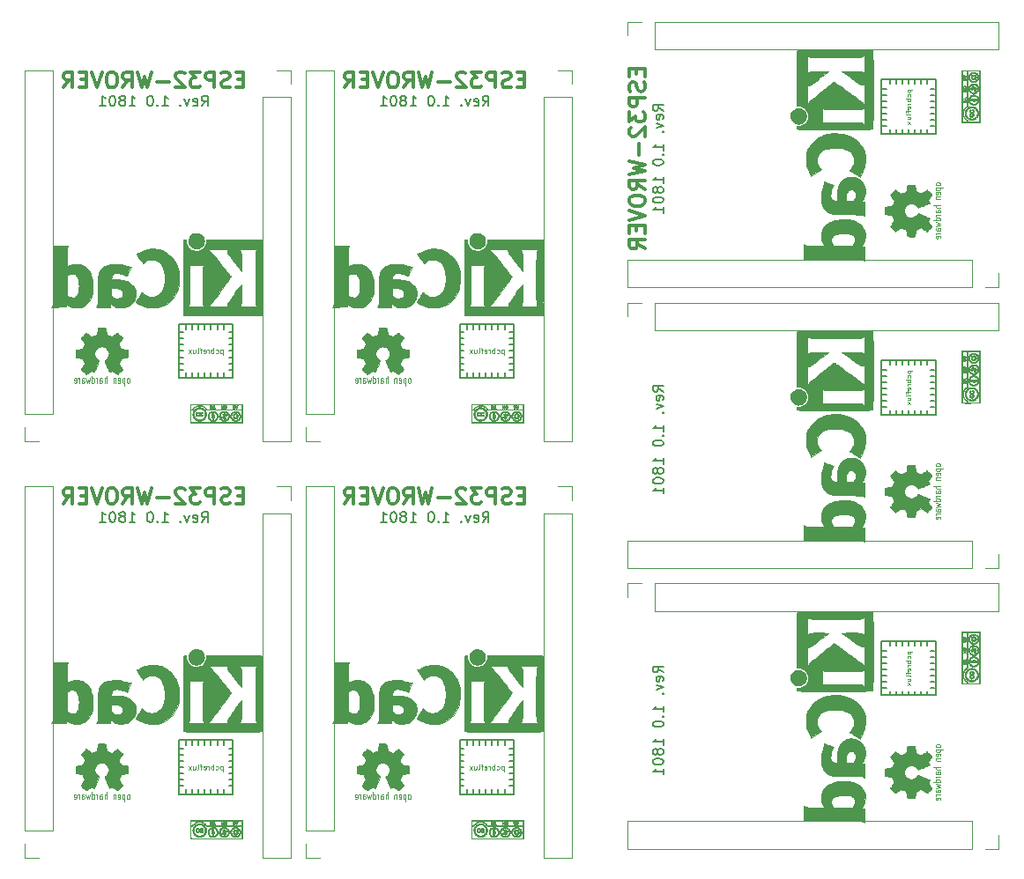
<source format=gbo>
G04 #@! TF.GenerationSoftware,KiCad,Pcbnew,no-vcs-found-91ed3e2~59~ubuntu16.04.1*
G04 #@! TF.CreationDate,2018-01-11T15:10:50+01:00*
G04 #@! TF.ProjectId,ESP32-wroover-adapter-pan,45535033322D77726F6F7665722D6164,rev?*
G04 #@! TF.SameCoordinates,Original*
G04 #@! TF.FileFunction,Legend,Bot*
G04 #@! TF.FilePolarity,Positive*
%FSLAX46Y46*%
G04 Gerber Fmt 4.6, Leading zero omitted, Abs format (unit mm)*
G04 Created by KiCad (PCBNEW no-vcs-found-91ed3e2~59~ubuntu16.04.1) date Thu Jan 11 15:10:50 2018*
%MOMM*%
%LPD*%
G01*
G04 APERTURE LIST*
%ADD10C,0.200000*%
%ADD11C,0.300000*%
%ADD12C,0.010000*%
%ADD13C,0.150000*%
%ADD14C,0.002540*%
%ADD15C,0.075000*%
%ADD16C,0.120000*%
%ADD17C,0.100000*%
G04 APERTURE END LIST*
D10*
X113952380Y-75904761D02*
X113476190Y-75571428D01*
X113952380Y-75333333D02*
X112952380Y-75333333D01*
X112952380Y-75714285D01*
X113000000Y-75809523D01*
X113047619Y-75857142D01*
X113142857Y-75904761D01*
X113285714Y-75904761D01*
X113380952Y-75857142D01*
X113428571Y-75809523D01*
X113476190Y-75714285D01*
X113476190Y-75333333D01*
X113904761Y-76714285D02*
X113952380Y-76619047D01*
X113952380Y-76428571D01*
X113904761Y-76333333D01*
X113809523Y-76285714D01*
X113428571Y-76285714D01*
X113333333Y-76333333D01*
X113285714Y-76428571D01*
X113285714Y-76619047D01*
X113333333Y-76714285D01*
X113428571Y-76761904D01*
X113523809Y-76761904D01*
X113619047Y-76285714D01*
X113285714Y-77095238D02*
X113952380Y-77333333D01*
X113285714Y-77571428D01*
X113857142Y-77952380D02*
X113904761Y-78000000D01*
X113952380Y-77952380D01*
X113904761Y-77904761D01*
X113857142Y-77952380D01*
X113952380Y-77952380D01*
X113952380Y-79714285D02*
X113952380Y-79142857D01*
X113952380Y-79428571D02*
X112952380Y-79428571D01*
X113095238Y-79333333D01*
X113190476Y-79238095D01*
X113238095Y-79142857D01*
X113857142Y-80142857D02*
X113904761Y-80190476D01*
X113952380Y-80142857D01*
X113904761Y-80095238D01*
X113857142Y-80142857D01*
X113952380Y-80142857D01*
X112952380Y-80809523D02*
X112952380Y-80904761D01*
X113000000Y-81000000D01*
X113047619Y-81047619D01*
X113142857Y-81095238D01*
X113333333Y-81142857D01*
X113571428Y-81142857D01*
X113761904Y-81095238D01*
X113857142Y-81047619D01*
X113904761Y-81000000D01*
X113952380Y-80904761D01*
X113952380Y-80809523D01*
X113904761Y-80714285D01*
X113857142Y-80666666D01*
X113761904Y-80619047D01*
X113571428Y-80571428D01*
X113333333Y-80571428D01*
X113142857Y-80619047D01*
X113047619Y-80666666D01*
X113000000Y-80714285D01*
X112952380Y-80809523D01*
X113952380Y-82857142D02*
X113952380Y-82285714D01*
X113952380Y-82571428D02*
X112952380Y-82571428D01*
X113095238Y-82476190D01*
X113190476Y-82380952D01*
X113238095Y-82285714D01*
X113380952Y-83428571D02*
X113333333Y-83333333D01*
X113285714Y-83285714D01*
X113190476Y-83238095D01*
X113142857Y-83238095D01*
X113047619Y-83285714D01*
X113000000Y-83333333D01*
X112952380Y-83428571D01*
X112952380Y-83619047D01*
X113000000Y-83714285D01*
X113047619Y-83761904D01*
X113142857Y-83809523D01*
X113190476Y-83809523D01*
X113285714Y-83761904D01*
X113333333Y-83714285D01*
X113380952Y-83619047D01*
X113380952Y-83428571D01*
X113428571Y-83333333D01*
X113476190Y-83285714D01*
X113571428Y-83238095D01*
X113761904Y-83238095D01*
X113857142Y-83285714D01*
X113904761Y-83333333D01*
X113952380Y-83428571D01*
X113952380Y-83619047D01*
X113904761Y-83714285D01*
X113857142Y-83761904D01*
X113761904Y-83809523D01*
X113571428Y-83809523D01*
X113476190Y-83761904D01*
X113428571Y-83714285D01*
X113380952Y-83619047D01*
X112952380Y-84428571D02*
X112952380Y-84523809D01*
X113000000Y-84619047D01*
X113047619Y-84666666D01*
X113142857Y-84714285D01*
X113333333Y-84761904D01*
X113571428Y-84761904D01*
X113761904Y-84714285D01*
X113857142Y-84666666D01*
X113904761Y-84619047D01*
X113952380Y-84523809D01*
X113952380Y-84428571D01*
X113904761Y-84333333D01*
X113857142Y-84285714D01*
X113761904Y-84238095D01*
X113571428Y-84190476D01*
X113333333Y-84190476D01*
X113142857Y-84238095D01*
X113047619Y-84285714D01*
X113000000Y-84333333D01*
X112952380Y-84428571D01*
X113952380Y-85714285D02*
X113952380Y-85142857D01*
X113952380Y-85428571D02*
X112952380Y-85428571D01*
X113095238Y-85333333D01*
X113190476Y-85238095D01*
X113238095Y-85142857D01*
D11*
X111392857Y-71892857D02*
X111392857Y-72392857D01*
X112178571Y-72607142D02*
X112178571Y-71892857D01*
X110678571Y-71892857D01*
X110678571Y-72607142D01*
X112107142Y-73178571D02*
X112178571Y-73392857D01*
X112178571Y-73750000D01*
X112107142Y-73892857D01*
X112035714Y-73964285D01*
X111892857Y-74035714D01*
X111750000Y-74035714D01*
X111607142Y-73964285D01*
X111535714Y-73892857D01*
X111464285Y-73750000D01*
X111392857Y-73464285D01*
X111321428Y-73321428D01*
X111250000Y-73250000D01*
X111107142Y-73178571D01*
X110964285Y-73178571D01*
X110821428Y-73250000D01*
X110750000Y-73321428D01*
X110678571Y-73464285D01*
X110678571Y-73821428D01*
X110750000Y-74035714D01*
X112178571Y-74678571D02*
X110678571Y-74678571D01*
X110678571Y-75250000D01*
X110750000Y-75392857D01*
X110821428Y-75464285D01*
X110964285Y-75535714D01*
X111178571Y-75535714D01*
X111321428Y-75464285D01*
X111392857Y-75392857D01*
X111464285Y-75250000D01*
X111464285Y-74678571D01*
X110678571Y-76035714D02*
X110678571Y-76964285D01*
X111250000Y-76464285D01*
X111250000Y-76678571D01*
X111321428Y-76821428D01*
X111392857Y-76892857D01*
X111535714Y-76964285D01*
X111892857Y-76964285D01*
X112035714Y-76892857D01*
X112107142Y-76821428D01*
X112178571Y-76678571D01*
X112178571Y-76250000D01*
X112107142Y-76107142D01*
X112035714Y-76035714D01*
X110821428Y-77535714D02*
X110750000Y-77607142D01*
X110678571Y-77750000D01*
X110678571Y-78107142D01*
X110750000Y-78250000D01*
X110821428Y-78321428D01*
X110964285Y-78392857D01*
X111107142Y-78392857D01*
X111321428Y-78321428D01*
X112178571Y-77464285D01*
X112178571Y-78392857D01*
X111607142Y-79035714D02*
X111607142Y-80178571D01*
X110678571Y-80750000D02*
X112178571Y-81107142D01*
X111107142Y-81392857D01*
X112178571Y-81678571D01*
X110678571Y-82035714D01*
X112178571Y-83464285D02*
X111464285Y-82964285D01*
X112178571Y-82607142D02*
X110678571Y-82607142D01*
X110678571Y-83178571D01*
X110750000Y-83321428D01*
X110821428Y-83392857D01*
X110964285Y-83464285D01*
X111178571Y-83464285D01*
X111321428Y-83392857D01*
X111392857Y-83321428D01*
X111464285Y-83178571D01*
X111464285Y-82607142D01*
X110678571Y-84392857D02*
X110678571Y-84678571D01*
X110750000Y-84821428D01*
X110892857Y-84964285D01*
X111178571Y-85035714D01*
X111678571Y-85035714D01*
X111964285Y-84964285D01*
X112107142Y-84821428D01*
X112178571Y-84678571D01*
X112178571Y-84392857D01*
X112107142Y-84250000D01*
X111964285Y-84107142D01*
X111678571Y-84035714D01*
X111178571Y-84035714D01*
X110892857Y-84107142D01*
X110750000Y-84250000D01*
X110678571Y-84392857D01*
X110678571Y-85464285D02*
X112178571Y-85964285D01*
X110678571Y-86464285D01*
X111392857Y-86964285D02*
X111392857Y-87464285D01*
X112178571Y-87678571D02*
X112178571Y-86964285D01*
X110678571Y-86964285D01*
X110678571Y-87678571D01*
X112178571Y-89178571D02*
X111464285Y-88678571D01*
X112178571Y-88321428D02*
X110678571Y-88321428D01*
X110678571Y-88892857D01*
X110750000Y-89035714D01*
X110821428Y-89107142D01*
X110964285Y-89178571D01*
X111178571Y-89178571D01*
X111321428Y-89107142D01*
X111392857Y-89035714D01*
X111464285Y-88892857D01*
X111464285Y-88321428D01*
D10*
X113952380Y-102904761D02*
X113476190Y-102571428D01*
X113952380Y-102333333D02*
X112952380Y-102333333D01*
X112952380Y-102714285D01*
X113000000Y-102809523D01*
X113047619Y-102857142D01*
X113142857Y-102904761D01*
X113285714Y-102904761D01*
X113380952Y-102857142D01*
X113428571Y-102809523D01*
X113476190Y-102714285D01*
X113476190Y-102333333D01*
X113904761Y-103714285D02*
X113952380Y-103619047D01*
X113952380Y-103428571D01*
X113904761Y-103333333D01*
X113809523Y-103285714D01*
X113428571Y-103285714D01*
X113333333Y-103333333D01*
X113285714Y-103428571D01*
X113285714Y-103619047D01*
X113333333Y-103714285D01*
X113428571Y-103761904D01*
X113523809Y-103761904D01*
X113619047Y-103285714D01*
X113285714Y-104095238D02*
X113952380Y-104333333D01*
X113285714Y-104571428D01*
X113857142Y-104952380D02*
X113904761Y-105000000D01*
X113952380Y-104952380D01*
X113904761Y-104904761D01*
X113857142Y-104952380D01*
X113952380Y-104952380D01*
X113952380Y-106714285D02*
X113952380Y-106142857D01*
X113952380Y-106428571D02*
X112952380Y-106428571D01*
X113095238Y-106333333D01*
X113190476Y-106238095D01*
X113238095Y-106142857D01*
X113857142Y-107142857D02*
X113904761Y-107190476D01*
X113952380Y-107142857D01*
X113904761Y-107095238D01*
X113857142Y-107142857D01*
X113952380Y-107142857D01*
X112952380Y-107809523D02*
X112952380Y-107904761D01*
X113000000Y-108000000D01*
X113047619Y-108047619D01*
X113142857Y-108095238D01*
X113333333Y-108142857D01*
X113571428Y-108142857D01*
X113761904Y-108095238D01*
X113857142Y-108047619D01*
X113904761Y-108000000D01*
X113952380Y-107904761D01*
X113952380Y-107809523D01*
X113904761Y-107714285D01*
X113857142Y-107666666D01*
X113761904Y-107619047D01*
X113571428Y-107571428D01*
X113333333Y-107571428D01*
X113142857Y-107619047D01*
X113047619Y-107666666D01*
X113000000Y-107714285D01*
X112952380Y-107809523D01*
X113952380Y-109857142D02*
X113952380Y-109285714D01*
X113952380Y-109571428D02*
X112952380Y-109571428D01*
X113095238Y-109476190D01*
X113190476Y-109380952D01*
X113238095Y-109285714D01*
X113380952Y-110428571D02*
X113333333Y-110333333D01*
X113285714Y-110285714D01*
X113190476Y-110238095D01*
X113142857Y-110238095D01*
X113047619Y-110285714D01*
X113000000Y-110333333D01*
X112952380Y-110428571D01*
X112952380Y-110619047D01*
X113000000Y-110714285D01*
X113047619Y-110761904D01*
X113142857Y-110809523D01*
X113190476Y-110809523D01*
X113285714Y-110761904D01*
X113333333Y-110714285D01*
X113380952Y-110619047D01*
X113380952Y-110428571D01*
X113428571Y-110333333D01*
X113476190Y-110285714D01*
X113571428Y-110238095D01*
X113761904Y-110238095D01*
X113857142Y-110285714D01*
X113904761Y-110333333D01*
X113952380Y-110428571D01*
X113952380Y-110619047D01*
X113904761Y-110714285D01*
X113857142Y-110761904D01*
X113761904Y-110809523D01*
X113571428Y-110809523D01*
X113476190Y-110761904D01*
X113428571Y-110714285D01*
X113380952Y-110619047D01*
X112952380Y-111428571D02*
X112952380Y-111523809D01*
X113000000Y-111619047D01*
X113047619Y-111666666D01*
X113142857Y-111714285D01*
X113333333Y-111761904D01*
X113571428Y-111761904D01*
X113761904Y-111714285D01*
X113857142Y-111666666D01*
X113904761Y-111619047D01*
X113952380Y-111523809D01*
X113952380Y-111428571D01*
X113904761Y-111333333D01*
X113857142Y-111285714D01*
X113761904Y-111238095D01*
X113571428Y-111190476D01*
X113333333Y-111190476D01*
X113142857Y-111238095D01*
X113047619Y-111285714D01*
X113000000Y-111333333D01*
X112952380Y-111428571D01*
X113952380Y-112714285D02*
X113952380Y-112142857D01*
X113952380Y-112428571D02*
X112952380Y-112428571D01*
X113095238Y-112333333D01*
X113190476Y-112238095D01*
X113238095Y-112142857D01*
X113952380Y-129904761D02*
X113476190Y-129571428D01*
X113952380Y-129333333D02*
X112952380Y-129333333D01*
X112952380Y-129714285D01*
X113000000Y-129809523D01*
X113047619Y-129857142D01*
X113142857Y-129904761D01*
X113285714Y-129904761D01*
X113380952Y-129857142D01*
X113428571Y-129809523D01*
X113476190Y-129714285D01*
X113476190Y-129333333D01*
X113904761Y-130714285D02*
X113952380Y-130619047D01*
X113952380Y-130428571D01*
X113904761Y-130333333D01*
X113809523Y-130285714D01*
X113428571Y-130285714D01*
X113333333Y-130333333D01*
X113285714Y-130428571D01*
X113285714Y-130619047D01*
X113333333Y-130714285D01*
X113428571Y-130761904D01*
X113523809Y-130761904D01*
X113619047Y-130285714D01*
X113285714Y-131095238D02*
X113952380Y-131333333D01*
X113285714Y-131571428D01*
X113857142Y-131952380D02*
X113904761Y-132000000D01*
X113952380Y-131952380D01*
X113904761Y-131904761D01*
X113857142Y-131952380D01*
X113952380Y-131952380D01*
X113952380Y-133714285D02*
X113952380Y-133142857D01*
X113952380Y-133428571D02*
X112952380Y-133428571D01*
X113095238Y-133333333D01*
X113190476Y-133238095D01*
X113238095Y-133142857D01*
X113857142Y-134142857D02*
X113904761Y-134190476D01*
X113952380Y-134142857D01*
X113904761Y-134095238D01*
X113857142Y-134142857D01*
X113952380Y-134142857D01*
X112952380Y-134809523D02*
X112952380Y-134904761D01*
X113000000Y-135000000D01*
X113047619Y-135047619D01*
X113142857Y-135095238D01*
X113333333Y-135142857D01*
X113571428Y-135142857D01*
X113761904Y-135095238D01*
X113857142Y-135047619D01*
X113904761Y-135000000D01*
X113952380Y-134904761D01*
X113952380Y-134809523D01*
X113904761Y-134714285D01*
X113857142Y-134666666D01*
X113761904Y-134619047D01*
X113571428Y-134571428D01*
X113333333Y-134571428D01*
X113142857Y-134619047D01*
X113047619Y-134666666D01*
X113000000Y-134714285D01*
X112952380Y-134809523D01*
X113952380Y-136857142D02*
X113952380Y-136285714D01*
X113952380Y-136571428D02*
X112952380Y-136571428D01*
X113095238Y-136476190D01*
X113190476Y-136380952D01*
X113238095Y-136285714D01*
X113380952Y-137428571D02*
X113333333Y-137333333D01*
X113285714Y-137285714D01*
X113190476Y-137238095D01*
X113142857Y-137238095D01*
X113047619Y-137285714D01*
X113000000Y-137333333D01*
X112952380Y-137428571D01*
X112952380Y-137619047D01*
X113000000Y-137714285D01*
X113047619Y-137761904D01*
X113142857Y-137809523D01*
X113190476Y-137809523D01*
X113285714Y-137761904D01*
X113333333Y-137714285D01*
X113380952Y-137619047D01*
X113380952Y-137428571D01*
X113428571Y-137333333D01*
X113476190Y-137285714D01*
X113571428Y-137238095D01*
X113761904Y-137238095D01*
X113857142Y-137285714D01*
X113904761Y-137333333D01*
X113952380Y-137428571D01*
X113952380Y-137619047D01*
X113904761Y-137714285D01*
X113857142Y-137761904D01*
X113761904Y-137809523D01*
X113571428Y-137809523D01*
X113476190Y-137761904D01*
X113428571Y-137714285D01*
X113380952Y-137619047D01*
X112952380Y-138428571D02*
X112952380Y-138523809D01*
X113000000Y-138619047D01*
X113047619Y-138666666D01*
X113142857Y-138714285D01*
X113333333Y-138761904D01*
X113571428Y-138761904D01*
X113761904Y-138714285D01*
X113857142Y-138666666D01*
X113904761Y-138619047D01*
X113952380Y-138523809D01*
X113952380Y-138428571D01*
X113904761Y-138333333D01*
X113857142Y-138285714D01*
X113761904Y-138238095D01*
X113571428Y-138190476D01*
X113333333Y-138190476D01*
X113142857Y-138238095D01*
X113047619Y-138285714D01*
X113000000Y-138333333D01*
X112952380Y-138428571D01*
X113952380Y-139714285D02*
X113952380Y-139142857D01*
X113952380Y-139428571D02*
X112952380Y-139428571D01*
X113095238Y-139333333D01*
X113190476Y-139238095D01*
X113238095Y-139142857D01*
X69595238Y-75452380D02*
X69928571Y-74976190D01*
X70166666Y-75452380D02*
X70166666Y-74452380D01*
X69785714Y-74452380D01*
X69690476Y-74500000D01*
X69642857Y-74547619D01*
X69595238Y-74642857D01*
X69595238Y-74785714D01*
X69642857Y-74880952D01*
X69690476Y-74928571D01*
X69785714Y-74976190D01*
X70166666Y-74976190D01*
X68785714Y-75404761D02*
X68880952Y-75452380D01*
X69071428Y-75452380D01*
X69166666Y-75404761D01*
X69214285Y-75309523D01*
X69214285Y-74928571D01*
X69166666Y-74833333D01*
X69071428Y-74785714D01*
X68880952Y-74785714D01*
X68785714Y-74833333D01*
X68738095Y-74928571D01*
X68738095Y-75023809D01*
X69214285Y-75119047D01*
X68404761Y-74785714D02*
X68166666Y-75452380D01*
X67928571Y-74785714D01*
X67547619Y-75357142D02*
X67500000Y-75404761D01*
X67547619Y-75452380D01*
X67595238Y-75404761D01*
X67547619Y-75357142D01*
X67547619Y-75452380D01*
X65785714Y-75452380D02*
X66357142Y-75452380D01*
X66071428Y-75452380D02*
X66071428Y-74452380D01*
X66166666Y-74595238D01*
X66261904Y-74690476D01*
X66357142Y-74738095D01*
X65357142Y-75357142D02*
X65309523Y-75404761D01*
X65357142Y-75452380D01*
X65404761Y-75404761D01*
X65357142Y-75357142D01*
X65357142Y-75452380D01*
X64690476Y-74452380D02*
X64595238Y-74452380D01*
X64500000Y-74500000D01*
X64452380Y-74547619D01*
X64404761Y-74642857D01*
X64357142Y-74833333D01*
X64357142Y-75071428D01*
X64404761Y-75261904D01*
X64452380Y-75357142D01*
X64500000Y-75404761D01*
X64595238Y-75452380D01*
X64690476Y-75452380D01*
X64785714Y-75404761D01*
X64833333Y-75357142D01*
X64880952Y-75261904D01*
X64928571Y-75071428D01*
X64928571Y-74833333D01*
X64880952Y-74642857D01*
X64833333Y-74547619D01*
X64785714Y-74500000D01*
X64690476Y-74452380D01*
X62642857Y-75452380D02*
X63214285Y-75452380D01*
X62928571Y-75452380D02*
X62928571Y-74452380D01*
X63023809Y-74595238D01*
X63119047Y-74690476D01*
X63214285Y-74738095D01*
X62071428Y-74880952D02*
X62166666Y-74833333D01*
X62214285Y-74785714D01*
X62261904Y-74690476D01*
X62261904Y-74642857D01*
X62214285Y-74547619D01*
X62166666Y-74500000D01*
X62071428Y-74452380D01*
X61880952Y-74452380D01*
X61785714Y-74500000D01*
X61738095Y-74547619D01*
X61690476Y-74642857D01*
X61690476Y-74690476D01*
X61738095Y-74785714D01*
X61785714Y-74833333D01*
X61880952Y-74880952D01*
X62071428Y-74880952D01*
X62166666Y-74928571D01*
X62214285Y-74976190D01*
X62261904Y-75071428D01*
X62261904Y-75261904D01*
X62214285Y-75357142D01*
X62166666Y-75404761D01*
X62071428Y-75452380D01*
X61880952Y-75452380D01*
X61785714Y-75404761D01*
X61738095Y-75357142D01*
X61690476Y-75261904D01*
X61690476Y-75071428D01*
X61738095Y-74976190D01*
X61785714Y-74928571D01*
X61880952Y-74880952D01*
X61071428Y-74452380D02*
X60976190Y-74452380D01*
X60880952Y-74500000D01*
X60833333Y-74547619D01*
X60785714Y-74642857D01*
X60738095Y-74833333D01*
X60738095Y-75071428D01*
X60785714Y-75261904D01*
X60833333Y-75357142D01*
X60880952Y-75404761D01*
X60976190Y-75452380D01*
X61071428Y-75452380D01*
X61166666Y-75404761D01*
X61214285Y-75357142D01*
X61261904Y-75261904D01*
X61309523Y-75071428D01*
X61309523Y-74833333D01*
X61261904Y-74642857D01*
X61214285Y-74547619D01*
X61166666Y-74500000D01*
X61071428Y-74452380D01*
X59785714Y-75452380D02*
X60357142Y-75452380D01*
X60071428Y-75452380D02*
X60071428Y-74452380D01*
X60166666Y-74595238D01*
X60261904Y-74690476D01*
X60357142Y-74738095D01*
D11*
X73607142Y-72892857D02*
X73107142Y-72892857D01*
X72892857Y-73678571D02*
X73607142Y-73678571D01*
X73607142Y-72178571D01*
X72892857Y-72178571D01*
X72321428Y-73607142D02*
X72107142Y-73678571D01*
X71750000Y-73678571D01*
X71607142Y-73607142D01*
X71535714Y-73535714D01*
X71464285Y-73392857D01*
X71464285Y-73250000D01*
X71535714Y-73107142D01*
X71607142Y-73035714D01*
X71750000Y-72964285D01*
X72035714Y-72892857D01*
X72178571Y-72821428D01*
X72250000Y-72750000D01*
X72321428Y-72607142D01*
X72321428Y-72464285D01*
X72250000Y-72321428D01*
X72178571Y-72250000D01*
X72035714Y-72178571D01*
X71678571Y-72178571D01*
X71464285Y-72250000D01*
X70821428Y-73678571D02*
X70821428Y-72178571D01*
X70250000Y-72178571D01*
X70107142Y-72250000D01*
X70035714Y-72321428D01*
X69964285Y-72464285D01*
X69964285Y-72678571D01*
X70035714Y-72821428D01*
X70107142Y-72892857D01*
X70250000Y-72964285D01*
X70821428Y-72964285D01*
X69464285Y-72178571D02*
X68535714Y-72178571D01*
X69035714Y-72750000D01*
X68821428Y-72750000D01*
X68678571Y-72821428D01*
X68607142Y-72892857D01*
X68535714Y-73035714D01*
X68535714Y-73392857D01*
X68607142Y-73535714D01*
X68678571Y-73607142D01*
X68821428Y-73678571D01*
X69250000Y-73678571D01*
X69392857Y-73607142D01*
X69464285Y-73535714D01*
X67964285Y-72321428D02*
X67892857Y-72250000D01*
X67750000Y-72178571D01*
X67392857Y-72178571D01*
X67250000Y-72250000D01*
X67178571Y-72321428D01*
X67107142Y-72464285D01*
X67107142Y-72607142D01*
X67178571Y-72821428D01*
X68035714Y-73678571D01*
X67107142Y-73678571D01*
X66464285Y-73107142D02*
X65321428Y-73107142D01*
X64750000Y-72178571D02*
X64392857Y-73678571D01*
X64107142Y-72607142D01*
X63821428Y-73678571D01*
X63464285Y-72178571D01*
X62035714Y-73678571D02*
X62535714Y-72964285D01*
X62892857Y-73678571D02*
X62892857Y-72178571D01*
X62321428Y-72178571D01*
X62178571Y-72250000D01*
X62107142Y-72321428D01*
X62035714Y-72464285D01*
X62035714Y-72678571D01*
X62107142Y-72821428D01*
X62178571Y-72892857D01*
X62321428Y-72964285D01*
X62892857Y-72964285D01*
X61107142Y-72178571D02*
X60821428Y-72178571D01*
X60678571Y-72250000D01*
X60535714Y-72392857D01*
X60464285Y-72678571D01*
X60464285Y-73178571D01*
X60535714Y-73464285D01*
X60678571Y-73607142D01*
X60821428Y-73678571D01*
X61107142Y-73678571D01*
X61250000Y-73607142D01*
X61392857Y-73464285D01*
X61464285Y-73178571D01*
X61464285Y-72678571D01*
X61392857Y-72392857D01*
X61250000Y-72250000D01*
X61107142Y-72178571D01*
X60035714Y-72178571D02*
X59535714Y-73678571D01*
X59035714Y-72178571D01*
X58535714Y-72892857D02*
X58035714Y-72892857D01*
X57821428Y-73678571D02*
X58535714Y-73678571D01*
X58535714Y-72178571D01*
X57821428Y-72178571D01*
X56321428Y-73678571D02*
X56821428Y-72964285D01*
X57178571Y-73678571D02*
X57178571Y-72178571D01*
X56607142Y-72178571D01*
X56464285Y-72250000D01*
X56392857Y-72321428D01*
X56321428Y-72464285D01*
X56321428Y-72678571D01*
X56392857Y-72821428D01*
X56464285Y-72892857D01*
X56607142Y-72964285D01*
X57178571Y-72964285D01*
X100607142Y-72892857D02*
X100107142Y-72892857D01*
X99892857Y-73678571D02*
X100607142Y-73678571D01*
X100607142Y-72178571D01*
X99892857Y-72178571D01*
X99321428Y-73607142D02*
X99107142Y-73678571D01*
X98750000Y-73678571D01*
X98607142Y-73607142D01*
X98535714Y-73535714D01*
X98464285Y-73392857D01*
X98464285Y-73250000D01*
X98535714Y-73107142D01*
X98607142Y-73035714D01*
X98750000Y-72964285D01*
X99035714Y-72892857D01*
X99178571Y-72821428D01*
X99250000Y-72750000D01*
X99321428Y-72607142D01*
X99321428Y-72464285D01*
X99250000Y-72321428D01*
X99178571Y-72250000D01*
X99035714Y-72178571D01*
X98678571Y-72178571D01*
X98464285Y-72250000D01*
X97821428Y-73678571D02*
X97821428Y-72178571D01*
X97250000Y-72178571D01*
X97107142Y-72250000D01*
X97035714Y-72321428D01*
X96964285Y-72464285D01*
X96964285Y-72678571D01*
X97035714Y-72821428D01*
X97107142Y-72892857D01*
X97250000Y-72964285D01*
X97821428Y-72964285D01*
X96464285Y-72178571D02*
X95535714Y-72178571D01*
X96035714Y-72750000D01*
X95821428Y-72750000D01*
X95678571Y-72821428D01*
X95607142Y-72892857D01*
X95535714Y-73035714D01*
X95535714Y-73392857D01*
X95607142Y-73535714D01*
X95678571Y-73607142D01*
X95821428Y-73678571D01*
X96250000Y-73678571D01*
X96392857Y-73607142D01*
X96464285Y-73535714D01*
X94964285Y-72321428D02*
X94892857Y-72250000D01*
X94750000Y-72178571D01*
X94392857Y-72178571D01*
X94250000Y-72250000D01*
X94178571Y-72321428D01*
X94107142Y-72464285D01*
X94107142Y-72607142D01*
X94178571Y-72821428D01*
X95035714Y-73678571D01*
X94107142Y-73678571D01*
X93464285Y-73107142D02*
X92321428Y-73107142D01*
X91750000Y-72178571D02*
X91392857Y-73678571D01*
X91107142Y-72607142D01*
X90821428Y-73678571D01*
X90464285Y-72178571D01*
X89035714Y-73678571D02*
X89535714Y-72964285D01*
X89892857Y-73678571D02*
X89892857Y-72178571D01*
X89321428Y-72178571D01*
X89178571Y-72250000D01*
X89107142Y-72321428D01*
X89035714Y-72464285D01*
X89035714Y-72678571D01*
X89107142Y-72821428D01*
X89178571Y-72892857D01*
X89321428Y-72964285D01*
X89892857Y-72964285D01*
X88107142Y-72178571D02*
X87821428Y-72178571D01*
X87678571Y-72250000D01*
X87535714Y-72392857D01*
X87464285Y-72678571D01*
X87464285Y-73178571D01*
X87535714Y-73464285D01*
X87678571Y-73607142D01*
X87821428Y-73678571D01*
X88107142Y-73678571D01*
X88250000Y-73607142D01*
X88392857Y-73464285D01*
X88464285Y-73178571D01*
X88464285Y-72678571D01*
X88392857Y-72392857D01*
X88250000Y-72250000D01*
X88107142Y-72178571D01*
X87035714Y-72178571D02*
X86535714Y-73678571D01*
X86035714Y-72178571D01*
X85535714Y-72892857D02*
X85035714Y-72892857D01*
X84821428Y-73678571D02*
X85535714Y-73678571D01*
X85535714Y-72178571D01*
X84821428Y-72178571D01*
X83321428Y-73678571D02*
X83821428Y-72964285D01*
X84178571Y-73678571D02*
X84178571Y-72178571D01*
X83607142Y-72178571D01*
X83464285Y-72250000D01*
X83392857Y-72321428D01*
X83321428Y-72464285D01*
X83321428Y-72678571D01*
X83392857Y-72821428D01*
X83464285Y-72892857D01*
X83607142Y-72964285D01*
X84178571Y-72964285D01*
D10*
X96595238Y-75452380D02*
X96928571Y-74976190D01*
X97166666Y-75452380D02*
X97166666Y-74452380D01*
X96785714Y-74452380D01*
X96690476Y-74500000D01*
X96642857Y-74547619D01*
X96595238Y-74642857D01*
X96595238Y-74785714D01*
X96642857Y-74880952D01*
X96690476Y-74928571D01*
X96785714Y-74976190D01*
X97166666Y-74976190D01*
X95785714Y-75404761D02*
X95880952Y-75452380D01*
X96071428Y-75452380D01*
X96166666Y-75404761D01*
X96214285Y-75309523D01*
X96214285Y-74928571D01*
X96166666Y-74833333D01*
X96071428Y-74785714D01*
X95880952Y-74785714D01*
X95785714Y-74833333D01*
X95738095Y-74928571D01*
X95738095Y-75023809D01*
X96214285Y-75119047D01*
X95404761Y-74785714D02*
X95166666Y-75452380D01*
X94928571Y-74785714D01*
X94547619Y-75357142D02*
X94500000Y-75404761D01*
X94547619Y-75452380D01*
X94595238Y-75404761D01*
X94547619Y-75357142D01*
X94547619Y-75452380D01*
X92785714Y-75452380D02*
X93357142Y-75452380D01*
X93071428Y-75452380D02*
X93071428Y-74452380D01*
X93166666Y-74595238D01*
X93261904Y-74690476D01*
X93357142Y-74738095D01*
X92357142Y-75357142D02*
X92309523Y-75404761D01*
X92357142Y-75452380D01*
X92404761Y-75404761D01*
X92357142Y-75357142D01*
X92357142Y-75452380D01*
X91690476Y-74452380D02*
X91595238Y-74452380D01*
X91500000Y-74500000D01*
X91452380Y-74547619D01*
X91404761Y-74642857D01*
X91357142Y-74833333D01*
X91357142Y-75071428D01*
X91404761Y-75261904D01*
X91452380Y-75357142D01*
X91500000Y-75404761D01*
X91595238Y-75452380D01*
X91690476Y-75452380D01*
X91785714Y-75404761D01*
X91833333Y-75357142D01*
X91880952Y-75261904D01*
X91928571Y-75071428D01*
X91928571Y-74833333D01*
X91880952Y-74642857D01*
X91833333Y-74547619D01*
X91785714Y-74500000D01*
X91690476Y-74452380D01*
X89642857Y-75452380D02*
X90214285Y-75452380D01*
X89928571Y-75452380D02*
X89928571Y-74452380D01*
X90023809Y-74595238D01*
X90119047Y-74690476D01*
X90214285Y-74738095D01*
X89071428Y-74880952D02*
X89166666Y-74833333D01*
X89214285Y-74785714D01*
X89261904Y-74690476D01*
X89261904Y-74642857D01*
X89214285Y-74547619D01*
X89166666Y-74500000D01*
X89071428Y-74452380D01*
X88880952Y-74452380D01*
X88785714Y-74500000D01*
X88738095Y-74547619D01*
X88690476Y-74642857D01*
X88690476Y-74690476D01*
X88738095Y-74785714D01*
X88785714Y-74833333D01*
X88880952Y-74880952D01*
X89071428Y-74880952D01*
X89166666Y-74928571D01*
X89214285Y-74976190D01*
X89261904Y-75071428D01*
X89261904Y-75261904D01*
X89214285Y-75357142D01*
X89166666Y-75404761D01*
X89071428Y-75452380D01*
X88880952Y-75452380D01*
X88785714Y-75404761D01*
X88738095Y-75357142D01*
X88690476Y-75261904D01*
X88690476Y-75071428D01*
X88738095Y-74976190D01*
X88785714Y-74928571D01*
X88880952Y-74880952D01*
X88071428Y-74452380D02*
X87976190Y-74452380D01*
X87880952Y-74500000D01*
X87833333Y-74547619D01*
X87785714Y-74642857D01*
X87738095Y-74833333D01*
X87738095Y-75071428D01*
X87785714Y-75261904D01*
X87833333Y-75357142D01*
X87880952Y-75404761D01*
X87976190Y-75452380D01*
X88071428Y-75452380D01*
X88166666Y-75404761D01*
X88214285Y-75357142D01*
X88261904Y-75261904D01*
X88309523Y-75071428D01*
X88309523Y-74833333D01*
X88261904Y-74642857D01*
X88214285Y-74547619D01*
X88166666Y-74500000D01*
X88071428Y-74452380D01*
X86785714Y-75452380D02*
X87357142Y-75452380D01*
X87071428Y-75452380D02*
X87071428Y-74452380D01*
X87166666Y-74595238D01*
X87261904Y-74690476D01*
X87357142Y-74738095D01*
X69595238Y-115452380D02*
X69928571Y-114976190D01*
X70166666Y-115452380D02*
X70166666Y-114452380D01*
X69785714Y-114452380D01*
X69690476Y-114500000D01*
X69642857Y-114547619D01*
X69595238Y-114642857D01*
X69595238Y-114785714D01*
X69642857Y-114880952D01*
X69690476Y-114928571D01*
X69785714Y-114976190D01*
X70166666Y-114976190D01*
X68785714Y-115404761D02*
X68880952Y-115452380D01*
X69071428Y-115452380D01*
X69166666Y-115404761D01*
X69214285Y-115309523D01*
X69214285Y-114928571D01*
X69166666Y-114833333D01*
X69071428Y-114785714D01*
X68880952Y-114785714D01*
X68785714Y-114833333D01*
X68738095Y-114928571D01*
X68738095Y-115023809D01*
X69214285Y-115119047D01*
X68404761Y-114785714D02*
X68166666Y-115452380D01*
X67928571Y-114785714D01*
X67547619Y-115357142D02*
X67500000Y-115404761D01*
X67547619Y-115452380D01*
X67595238Y-115404761D01*
X67547619Y-115357142D01*
X67547619Y-115452380D01*
X65785714Y-115452380D02*
X66357142Y-115452380D01*
X66071428Y-115452380D02*
X66071428Y-114452380D01*
X66166666Y-114595238D01*
X66261904Y-114690476D01*
X66357142Y-114738095D01*
X65357142Y-115357142D02*
X65309523Y-115404761D01*
X65357142Y-115452380D01*
X65404761Y-115404761D01*
X65357142Y-115357142D01*
X65357142Y-115452380D01*
X64690476Y-114452380D02*
X64595238Y-114452380D01*
X64500000Y-114500000D01*
X64452380Y-114547619D01*
X64404761Y-114642857D01*
X64357142Y-114833333D01*
X64357142Y-115071428D01*
X64404761Y-115261904D01*
X64452380Y-115357142D01*
X64500000Y-115404761D01*
X64595238Y-115452380D01*
X64690476Y-115452380D01*
X64785714Y-115404761D01*
X64833333Y-115357142D01*
X64880952Y-115261904D01*
X64928571Y-115071428D01*
X64928571Y-114833333D01*
X64880952Y-114642857D01*
X64833333Y-114547619D01*
X64785714Y-114500000D01*
X64690476Y-114452380D01*
X62642857Y-115452380D02*
X63214285Y-115452380D01*
X62928571Y-115452380D02*
X62928571Y-114452380D01*
X63023809Y-114595238D01*
X63119047Y-114690476D01*
X63214285Y-114738095D01*
X62071428Y-114880952D02*
X62166666Y-114833333D01*
X62214285Y-114785714D01*
X62261904Y-114690476D01*
X62261904Y-114642857D01*
X62214285Y-114547619D01*
X62166666Y-114500000D01*
X62071428Y-114452380D01*
X61880952Y-114452380D01*
X61785714Y-114500000D01*
X61738095Y-114547619D01*
X61690476Y-114642857D01*
X61690476Y-114690476D01*
X61738095Y-114785714D01*
X61785714Y-114833333D01*
X61880952Y-114880952D01*
X62071428Y-114880952D01*
X62166666Y-114928571D01*
X62214285Y-114976190D01*
X62261904Y-115071428D01*
X62261904Y-115261904D01*
X62214285Y-115357142D01*
X62166666Y-115404761D01*
X62071428Y-115452380D01*
X61880952Y-115452380D01*
X61785714Y-115404761D01*
X61738095Y-115357142D01*
X61690476Y-115261904D01*
X61690476Y-115071428D01*
X61738095Y-114976190D01*
X61785714Y-114928571D01*
X61880952Y-114880952D01*
X61071428Y-114452380D02*
X60976190Y-114452380D01*
X60880952Y-114500000D01*
X60833333Y-114547619D01*
X60785714Y-114642857D01*
X60738095Y-114833333D01*
X60738095Y-115071428D01*
X60785714Y-115261904D01*
X60833333Y-115357142D01*
X60880952Y-115404761D01*
X60976190Y-115452380D01*
X61071428Y-115452380D01*
X61166666Y-115404761D01*
X61214285Y-115357142D01*
X61261904Y-115261904D01*
X61309523Y-115071428D01*
X61309523Y-114833333D01*
X61261904Y-114642857D01*
X61214285Y-114547619D01*
X61166666Y-114500000D01*
X61071428Y-114452380D01*
X59785714Y-115452380D02*
X60357142Y-115452380D01*
X60071428Y-115452380D02*
X60071428Y-114452380D01*
X60166666Y-114595238D01*
X60261904Y-114690476D01*
X60357142Y-114738095D01*
D11*
X73607142Y-112892857D02*
X73107142Y-112892857D01*
X72892857Y-113678571D02*
X73607142Y-113678571D01*
X73607142Y-112178571D01*
X72892857Y-112178571D01*
X72321428Y-113607142D02*
X72107142Y-113678571D01*
X71750000Y-113678571D01*
X71607142Y-113607142D01*
X71535714Y-113535714D01*
X71464285Y-113392857D01*
X71464285Y-113250000D01*
X71535714Y-113107142D01*
X71607142Y-113035714D01*
X71750000Y-112964285D01*
X72035714Y-112892857D01*
X72178571Y-112821428D01*
X72250000Y-112750000D01*
X72321428Y-112607142D01*
X72321428Y-112464285D01*
X72250000Y-112321428D01*
X72178571Y-112250000D01*
X72035714Y-112178571D01*
X71678571Y-112178571D01*
X71464285Y-112250000D01*
X70821428Y-113678571D02*
X70821428Y-112178571D01*
X70250000Y-112178571D01*
X70107142Y-112250000D01*
X70035714Y-112321428D01*
X69964285Y-112464285D01*
X69964285Y-112678571D01*
X70035714Y-112821428D01*
X70107142Y-112892857D01*
X70250000Y-112964285D01*
X70821428Y-112964285D01*
X69464285Y-112178571D02*
X68535714Y-112178571D01*
X69035714Y-112750000D01*
X68821428Y-112750000D01*
X68678571Y-112821428D01*
X68607142Y-112892857D01*
X68535714Y-113035714D01*
X68535714Y-113392857D01*
X68607142Y-113535714D01*
X68678571Y-113607142D01*
X68821428Y-113678571D01*
X69250000Y-113678571D01*
X69392857Y-113607142D01*
X69464285Y-113535714D01*
X67964285Y-112321428D02*
X67892857Y-112250000D01*
X67750000Y-112178571D01*
X67392857Y-112178571D01*
X67250000Y-112250000D01*
X67178571Y-112321428D01*
X67107142Y-112464285D01*
X67107142Y-112607142D01*
X67178571Y-112821428D01*
X68035714Y-113678571D01*
X67107142Y-113678571D01*
X66464285Y-113107142D02*
X65321428Y-113107142D01*
X64750000Y-112178571D02*
X64392857Y-113678571D01*
X64107142Y-112607142D01*
X63821428Y-113678571D01*
X63464285Y-112178571D01*
X62035714Y-113678571D02*
X62535714Y-112964285D01*
X62892857Y-113678571D02*
X62892857Y-112178571D01*
X62321428Y-112178571D01*
X62178571Y-112250000D01*
X62107142Y-112321428D01*
X62035714Y-112464285D01*
X62035714Y-112678571D01*
X62107142Y-112821428D01*
X62178571Y-112892857D01*
X62321428Y-112964285D01*
X62892857Y-112964285D01*
X61107142Y-112178571D02*
X60821428Y-112178571D01*
X60678571Y-112250000D01*
X60535714Y-112392857D01*
X60464285Y-112678571D01*
X60464285Y-113178571D01*
X60535714Y-113464285D01*
X60678571Y-113607142D01*
X60821428Y-113678571D01*
X61107142Y-113678571D01*
X61250000Y-113607142D01*
X61392857Y-113464285D01*
X61464285Y-113178571D01*
X61464285Y-112678571D01*
X61392857Y-112392857D01*
X61250000Y-112250000D01*
X61107142Y-112178571D01*
X60035714Y-112178571D02*
X59535714Y-113678571D01*
X59035714Y-112178571D01*
X58535714Y-112892857D02*
X58035714Y-112892857D01*
X57821428Y-113678571D02*
X58535714Y-113678571D01*
X58535714Y-112178571D01*
X57821428Y-112178571D01*
X56321428Y-113678571D02*
X56821428Y-112964285D01*
X57178571Y-113678571D02*
X57178571Y-112178571D01*
X56607142Y-112178571D01*
X56464285Y-112250000D01*
X56392857Y-112321428D01*
X56321428Y-112464285D01*
X56321428Y-112678571D01*
X56392857Y-112821428D01*
X56464285Y-112892857D01*
X56607142Y-112964285D01*
X57178571Y-112964285D01*
X100607142Y-112892857D02*
X100107142Y-112892857D01*
X99892857Y-113678571D02*
X100607142Y-113678571D01*
X100607142Y-112178571D01*
X99892857Y-112178571D01*
X99321428Y-113607142D02*
X99107142Y-113678571D01*
X98750000Y-113678571D01*
X98607142Y-113607142D01*
X98535714Y-113535714D01*
X98464285Y-113392857D01*
X98464285Y-113250000D01*
X98535714Y-113107142D01*
X98607142Y-113035714D01*
X98750000Y-112964285D01*
X99035714Y-112892857D01*
X99178571Y-112821428D01*
X99250000Y-112750000D01*
X99321428Y-112607142D01*
X99321428Y-112464285D01*
X99250000Y-112321428D01*
X99178571Y-112250000D01*
X99035714Y-112178571D01*
X98678571Y-112178571D01*
X98464285Y-112250000D01*
X97821428Y-113678571D02*
X97821428Y-112178571D01*
X97250000Y-112178571D01*
X97107142Y-112250000D01*
X97035714Y-112321428D01*
X96964285Y-112464285D01*
X96964285Y-112678571D01*
X97035714Y-112821428D01*
X97107142Y-112892857D01*
X97250000Y-112964285D01*
X97821428Y-112964285D01*
X96464285Y-112178571D02*
X95535714Y-112178571D01*
X96035714Y-112750000D01*
X95821428Y-112750000D01*
X95678571Y-112821428D01*
X95607142Y-112892857D01*
X95535714Y-113035714D01*
X95535714Y-113392857D01*
X95607142Y-113535714D01*
X95678571Y-113607142D01*
X95821428Y-113678571D01*
X96250000Y-113678571D01*
X96392857Y-113607142D01*
X96464285Y-113535714D01*
X94964285Y-112321428D02*
X94892857Y-112250000D01*
X94750000Y-112178571D01*
X94392857Y-112178571D01*
X94250000Y-112250000D01*
X94178571Y-112321428D01*
X94107142Y-112464285D01*
X94107142Y-112607142D01*
X94178571Y-112821428D01*
X95035714Y-113678571D01*
X94107142Y-113678571D01*
X93464285Y-113107142D02*
X92321428Y-113107142D01*
X91750000Y-112178571D02*
X91392857Y-113678571D01*
X91107142Y-112607142D01*
X90821428Y-113678571D01*
X90464285Y-112178571D01*
X89035714Y-113678571D02*
X89535714Y-112964285D01*
X89892857Y-113678571D02*
X89892857Y-112178571D01*
X89321428Y-112178571D01*
X89178571Y-112250000D01*
X89107142Y-112321428D01*
X89035714Y-112464285D01*
X89035714Y-112678571D01*
X89107142Y-112821428D01*
X89178571Y-112892857D01*
X89321428Y-112964285D01*
X89892857Y-112964285D01*
X88107142Y-112178571D02*
X87821428Y-112178571D01*
X87678571Y-112250000D01*
X87535714Y-112392857D01*
X87464285Y-112678571D01*
X87464285Y-113178571D01*
X87535714Y-113464285D01*
X87678571Y-113607142D01*
X87821428Y-113678571D01*
X88107142Y-113678571D01*
X88250000Y-113607142D01*
X88392857Y-113464285D01*
X88464285Y-113178571D01*
X88464285Y-112678571D01*
X88392857Y-112392857D01*
X88250000Y-112250000D01*
X88107142Y-112178571D01*
X87035714Y-112178571D02*
X86535714Y-113678571D01*
X86035714Y-112178571D01*
X85535714Y-112892857D02*
X85035714Y-112892857D01*
X84821428Y-113678571D02*
X85535714Y-113678571D01*
X85535714Y-112178571D01*
X84821428Y-112178571D01*
X83321428Y-113678571D02*
X83821428Y-112964285D01*
X84178571Y-113678571D02*
X84178571Y-112178571D01*
X83607142Y-112178571D01*
X83464285Y-112250000D01*
X83392857Y-112321428D01*
X83321428Y-112464285D01*
X83321428Y-112678571D01*
X83392857Y-112821428D01*
X83464285Y-112892857D01*
X83607142Y-112964285D01*
X84178571Y-112964285D01*
D10*
X96595238Y-115452380D02*
X96928571Y-114976190D01*
X97166666Y-115452380D02*
X97166666Y-114452380D01*
X96785714Y-114452380D01*
X96690476Y-114500000D01*
X96642857Y-114547619D01*
X96595238Y-114642857D01*
X96595238Y-114785714D01*
X96642857Y-114880952D01*
X96690476Y-114928571D01*
X96785714Y-114976190D01*
X97166666Y-114976190D01*
X95785714Y-115404761D02*
X95880952Y-115452380D01*
X96071428Y-115452380D01*
X96166666Y-115404761D01*
X96214285Y-115309523D01*
X96214285Y-114928571D01*
X96166666Y-114833333D01*
X96071428Y-114785714D01*
X95880952Y-114785714D01*
X95785714Y-114833333D01*
X95738095Y-114928571D01*
X95738095Y-115023809D01*
X96214285Y-115119047D01*
X95404761Y-114785714D02*
X95166666Y-115452380D01*
X94928571Y-114785714D01*
X94547619Y-115357142D02*
X94500000Y-115404761D01*
X94547619Y-115452380D01*
X94595238Y-115404761D01*
X94547619Y-115357142D01*
X94547619Y-115452380D01*
X92785714Y-115452380D02*
X93357142Y-115452380D01*
X93071428Y-115452380D02*
X93071428Y-114452380D01*
X93166666Y-114595238D01*
X93261904Y-114690476D01*
X93357142Y-114738095D01*
X92357142Y-115357142D02*
X92309523Y-115404761D01*
X92357142Y-115452380D01*
X92404761Y-115404761D01*
X92357142Y-115357142D01*
X92357142Y-115452380D01*
X91690476Y-114452380D02*
X91595238Y-114452380D01*
X91500000Y-114500000D01*
X91452380Y-114547619D01*
X91404761Y-114642857D01*
X91357142Y-114833333D01*
X91357142Y-115071428D01*
X91404761Y-115261904D01*
X91452380Y-115357142D01*
X91500000Y-115404761D01*
X91595238Y-115452380D01*
X91690476Y-115452380D01*
X91785714Y-115404761D01*
X91833333Y-115357142D01*
X91880952Y-115261904D01*
X91928571Y-115071428D01*
X91928571Y-114833333D01*
X91880952Y-114642857D01*
X91833333Y-114547619D01*
X91785714Y-114500000D01*
X91690476Y-114452380D01*
X89642857Y-115452380D02*
X90214285Y-115452380D01*
X89928571Y-115452380D02*
X89928571Y-114452380D01*
X90023809Y-114595238D01*
X90119047Y-114690476D01*
X90214285Y-114738095D01*
X89071428Y-114880952D02*
X89166666Y-114833333D01*
X89214285Y-114785714D01*
X89261904Y-114690476D01*
X89261904Y-114642857D01*
X89214285Y-114547619D01*
X89166666Y-114500000D01*
X89071428Y-114452380D01*
X88880952Y-114452380D01*
X88785714Y-114500000D01*
X88738095Y-114547619D01*
X88690476Y-114642857D01*
X88690476Y-114690476D01*
X88738095Y-114785714D01*
X88785714Y-114833333D01*
X88880952Y-114880952D01*
X89071428Y-114880952D01*
X89166666Y-114928571D01*
X89214285Y-114976190D01*
X89261904Y-115071428D01*
X89261904Y-115261904D01*
X89214285Y-115357142D01*
X89166666Y-115404761D01*
X89071428Y-115452380D01*
X88880952Y-115452380D01*
X88785714Y-115404761D01*
X88738095Y-115357142D01*
X88690476Y-115261904D01*
X88690476Y-115071428D01*
X88738095Y-114976190D01*
X88785714Y-114928571D01*
X88880952Y-114880952D01*
X88071428Y-114452380D02*
X87976190Y-114452380D01*
X87880952Y-114500000D01*
X87833333Y-114547619D01*
X87785714Y-114642857D01*
X87738095Y-114833333D01*
X87738095Y-115071428D01*
X87785714Y-115261904D01*
X87833333Y-115357142D01*
X87880952Y-115404761D01*
X87976190Y-115452380D01*
X88071428Y-115452380D01*
X88166666Y-115404761D01*
X88214285Y-115357142D01*
X88261904Y-115261904D01*
X88309523Y-115071428D01*
X88309523Y-114833333D01*
X88261904Y-114642857D01*
X88214285Y-114547619D01*
X88166666Y-114500000D01*
X88071428Y-114452380D01*
X86785714Y-115452380D02*
X87357142Y-115452380D01*
X87071428Y-115452380D02*
X87071428Y-114452380D01*
X87166666Y-114595238D01*
X87261904Y-114690476D01*
X87357142Y-114738095D01*
D12*
G36*
X126761660Y-72329911D02*
X126761707Y-72679460D01*
X126761714Y-72842170D01*
X126761715Y-75446571D01*
X126915238Y-75446571D01*
X127102063Y-75462957D01*
X127274367Y-75512412D01*
X127433175Y-75595380D01*
X127579510Y-75712305D01*
X127619032Y-75751864D01*
X127731138Y-75894170D01*
X127812899Y-76051078D01*
X127864353Y-76217928D01*
X127885537Y-76390061D01*
X127876487Y-76562815D01*
X127837242Y-76731530D01*
X127767838Y-76891546D01*
X127668311Y-77038202D01*
X127608265Y-77104068D01*
X127461043Y-77226808D01*
X127299147Y-77316812D01*
X127124427Y-77373294D01*
X126938735Y-77395471D01*
X126920467Y-77395766D01*
X126761720Y-77396928D01*
X126761717Y-77466700D01*
X126770118Y-77528595D01*
X126790556Y-77585135D01*
X126792667Y-77588872D01*
X126799293Y-77601642D01*
X126804454Y-77613368D01*
X126809651Y-77624094D01*
X126816390Y-77633861D01*
X126826171Y-77642712D01*
X126840500Y-77650689D01*
X126860878Y-77657835D01*
X126888808Y-77664192D01*
X126925795Y-77669802D01*
X126973340Y-77674707D01*
X127032947Y-77678951D01*
X127106119Y-77682576D01*
X127194359Y-77685623D01*
X127299170Y-77688136D01*
X127422055Y-77690156D01*
X127564517Y-77691726D01*
X127728060Y-77692888D01*
X127914186Y-77693686D01*
X128124398Y-77694160D01*
X128360200Y-77694354D01*
X128623094Y-77694310D01*
X128914584Y-77694070D01*
X129236172Y-77693677D01*
X129589362Y-77693173D01*
X129975657Y-77692600D01*
X130396560Y-77692001D01*
X130447840Y-77691932D01*
X130871426Y-77691395D01*
X131260230Y-77690939D01*
X131615753Y-77690516D01*
X131939498Y-77690079D01*
X132232966Y-77689578D01*
X132497661Y-77688965D01*
X132735085Y-77688192D01*
X132946740Y-77687211D01*
X133134129Y-77685974D01*
X133298754Y-77684432D01*
X133442117Y-77682537D01*
X133565720Y-77680241D01*
X133671067Y-77677496D01*
X133759659Y-77674253D01*
X133833000Y-77670464D01*
X133892590Y-77666081D01*
X133939933Y-77661055D01*
X133976531Y-77655339D01*
X134003886Y-77648884D01*
X134023502Y-77641641D01*
X134036879Y-77633563D01*
X134045521Y-77624602D01*
X134050930Y-77614708D01*
X134054608Y-77603835D01*
X134058058Y-77591933D01*
X134062782Y-77578954D01*
X134064220Y-77575783D01*
X134067451Y-77565819D01*
X134070420Y-77549141D01*
X134073137Y-77524293D01*
X134075613Y-77489820D01*
X134077858Y-77444264D01*
X134079883Y-77386170D01*
X134081698Y-77314081D01*
X134083315Y-77226542D01*
X134084743Y-77122095D01*
X134085993Y-76999285D01*
X134087076Y-76856655D01*
X134088002Y-76692749D01*
X134088782Y-76506110D01*
X134089426Y-76295284D01*
X134089946Y-76058812D01*
X134090351Y-75795239D01*
X134090652Y-75503110D01*
X134090860Y-75180966D01*
X134090985Y-74827353D01*
X134091038Y-74440814D01*
X134091029Y-74019892D01*
X134091016Y-73883544D01*
X134090947Y-73453284D01*
X134090834Y-73057836D01*
X134090665Y-72695727D01*
X134090430Y-72365483D01*
X134090116Y-72065629D01*
X134089713Y-71794692D01*
X134089207Y-71551200D01*
X134088589Y-71333677D01*
X134087846Y-71140650D01*
X134086968Y-70970646D01*
X134085941Y-70822190D01*
X134084756Y-70693810D01*
X134083400Y-70584031D01*
X134081862Y-70491380D01*
X134080130Y-70414383D01*
X134078194Y-70351566D01*
X134076040Y-70301456D01*
X134073659Y-70262579D01*
X134071037Y-70233462D01*
X134068165Y-70212629D01*
X134065030Y-70198609D01*
X134062159Y-70190966D01*
X134056430Y-70177382D01*
X134052206Y-70164910D01*
X134047985Y-70153502D01*
X134042268Y-70143111D01*
X134033555Y-70133691D01*
X134020345Y-70125192D01*
X134001137Y-70117570D01*
X133974433Y-70110775D01*
X133938730Y-70104762D01*
X133892530Y-70099483D01*
X133834332Y-70094890D01*
X133762635Y-70090936D01*
X133675940Y-70087575D01*
X133572746Y-70084759D01*
X133451553Y-70082440D01*
X133310860Y-70080572D01*
X133256857Y-70080084D01*
X133256857Y-70564296D01*
X133256857Y-72275744D01*
X133206964Y-72242813D01*
X133155693Y-72210053D01*
X133106869Y-72182311D01*
X133057076Y-72159193D01*
X133002898Y-72140303D01*
X132940916Y-72125249D01*
X132867715Y-72113633D01*
X132779878Y-72105064D01*
X132673988Y-72099144D01*
X132546628Y-72095481D01*
X132394381Y-72093679D01*
X132213832Y-72093344D01*
X132001562Y-72094081D01*
X131922755Y-72094499D01*
X131077911Y-72099214D01*
X131806557Y-72634428D01*
X132013265Y-72786054D01*
X132193260Y-72917419D01*
X132348925Y-73029943D01*
X132482647Y-73125043D01*
X132596809Y-73204138D01*
X132693797Y-73268647D01*
X132775994Y-73319988D01*
X132845786Y-73359580D01*
X132905558Y-73388840D01*
X132957693Y-73409188D01*
X133004576Y-73422042D01*
X133048593Y-73428819D01*
X133092127Y-73430940D01*
X133137564Y-73429821D01*
X133143275Y-73429536D01*
X133256933Y-73423643D01*
X133256857Y-75299229D01*
X133116189Y-75159722D01*
X133077715Y-75121865D01*
X133040279Y-75085953D01*
X133001814Y-75050407D01*
X132960258Y-75013653D01*
X132913545Y-74974114D01*
X132859610Y-74930214D01*
X132796390Y-74880377D01*
X132721818Y-74823028D01*
X132633832Y-74756589D01*
X132530365Y-74679485D01*
X132409354Y-74590139D01*
X132268734Y-74486976D01*
X132106440Y-74368420D01*
X131920407Y-74232895D01*
X131708571Y-74078823D01*
X131534804Y-73952538D01*
X131316501Y-73794046D01*
X131125629Y-73655784D01*
X130960374Y-73536501D01*
X130818926Y-73434943D01*
X130699471Y-73349859D01*
X130600198Y-73279995D01*
X130519295Y-73224100D01*
X130454949Y-73180920D01*
X130405347Y-73149203D01*
X130368679Y-73127698D01*
X130343132Y-73115150D01*
X130326893Y-73110308D01*
X130318355Y-73111763D01*
X130295635Y-73129401D01*
X130247543Y-73167534D01*
X130176938Y-73223862D01*
X130086678Y-73296084D01*
X129979621Y-73381899D01*
X129858627Y-73479006D01*
X129726554Y-73585104D01*
X129586260Y-73697891D01*
X129440603Y-73815068D01*
X129292444Y-73934333D01*
X129211000Y-73999933D01*
X129211000Y-75628686D01*
X129333465Y-75696379D01*
X129455929Y-75764071D01*
X133011929Y-75764071D01*
X133134393Y-75696379D01*
X133256857Y-75628686D01*
X133256857Y-76429441D01*
X133256802Y-76620602D01*
X133256551Y-76778499D01*
X133255979Y-76906152D01*
X133254959Y-77006581D01*
X133253365Y-77082807D01*
X133251070Y-77137852D01*
X133247950Y-77174736D01*
X133243877Y-77196479D01*
X133238725Y-77206102D01*
X133232367Y-77206627D01*
X133224679Y-77201074D01*
X133224615Y-77201016D01*
X133191524Y-77178140D01*
X133137719Y-77147849D01*
X133084008Y-77121097D01*
X132975643Y-77070357D01*
X131093322Y-77065182D01*
X129211000Y-77060007D01*
X129211000Y-75628686D01*
X129211000Y-73999933D01*
X129144639Y-74053385D01*
X129000047Y-74169923D01*
X128861528Y-74281646D01*
X128731939Y-74386254D01*
X128614140Y-74481444D01*
X128510988Y-74564917D01*
X128425343Y-74634371D01*
X128360062Y-74687506D01*
X128322000Y-74718715D01*
X128179670Y-74839903D01*
X128051230Y-74956493D01*
X127940886Y-75064397D01*
X127852841Y-75159530D01*
X127798862Y-75227043D01*
X127741429Y-75306873D01*
X127741429Y-73470892D01*
X127849165Y-73471408D01*
X127928372Y-73466276D01*
X128001805Y-73446985D01*
X128071415Y-73417123D01*
X128110741Y-73397712D01*
X128149707Y-73376841D01*
X128190901Y-73352604D01*
X128236908Y-73323094D01*
X128290317Y-73286406D01*
X128353714Y-73240632D01*
X128429685Y-73183865D01*
X128520817Y-73114200D01*
X128629698Y-73029730D01*
X128758914Y-72928547D01*
X128911052Y-72808747D01*
X129088698Y-72668421D01*
X129108742Y-72652571D01*
X129808508Y-72099214D01*
X129033504Y-72093857D01*
X128801368Y-72092779D01*
X128604846Y-72093008D01*
X128443292Y-72094557D01*
X128316056Y-72097437D01*
X128222492Y-72101659D01*
X128161952Y-72107234D01*
X128150468Y-72109107D01*
X128029499Y-72138505D01*
X127920446Y-72177022D01*
X127832763Y-72220974D01*
X127795574Y-72247379D01*
X127741429Y-72292940D01*
X127741429Y-71428470D01*
X127741605Y-71222255D01*
X127742179Y-71049812D01*
X127743217Y-70908627D01*
X127744787Y-70796188D01*
X127746954Y-70709983D01*
X127749788Y-70647498D01*
X127753353Y-70606221D01*
X127757718Y-70583640D01*
X127762949Y-70577241D01*
X127764107Y-70577683D01*
X127791769Y-70596009D01*
X127835615Y-70626604D01*
X127857791Y-70642433D01*
X127879920Y-70658798D01*
X127899709Y-70673508D01*
X127919106Y-70686656D01*
X127940058Y-70698333D01*
X127964512Y-70708632D01*
X127994416Y-70717646D01*
X128031717Y-70725468D01*
X128078363Y-70732191D01*
X128136301Y-70737906D01*
X128207479Y-70742707D01*
X128293844Y-70746685D01*
X128397344Y-70749935D01*
X128519925Y-70752548D01*
X128663537Y-70754617D01*
X128830125Y-70756234D01*
X129021637Y-70757493D01*
X129240022Y-70758485D01*
X129487226Y-70759304D01*
X129765196Y-70760042D01*
X130075881Y-70760791D01*
X130361300Y-70761492D01*
X130679492Y-70762153D01*
X130983077Y-70762497D01*
X131270115Y-70762532D01*
X131538669Y-70762268D01*
X131786798Y-70761715D01*
X132012563Y-70760880D01*
X132214026Y-70759773D01*
X132389246Y-70758404D01*
X132536286Y-70756781D01*
X132653206Y-70754913D01*
X132738067Y-70752811D01*
X132788929Y-70750482D01*
X132794304Y-70750041D01*
X132917613Y-70733992D01*
X133016644Y-70708936D01*
X133103070Y-70670779D01*
X133188565Y-70615428D01*
X133197893Y-70608504D01*
X133256857Y-70564296D01*
X133256857Y-70080084D01*
X133149168Y-70079108D01*
X132964976Y-70077999D01*
X132756784Y-70077199D01*
X132523091Y-70076661D01*
X132262398Y-70076338D01*
X131973204Y-70076183D01*
X131654009Y-70076146D01*
X131303313Y-70076183D01*
X130919614Y-70076245D01*
X130501414Y-70076285D01*
X130418393Y-70076286D01*
X129995789Y-70076309D01*
X129607981Y-70076388D01*
X129253480Y-70076533D01*
X128930797Y-70076756D01*
X128638442Y-70077069D01*
X128374927Y-70077483D01*
X128138762Y-70078009D01*
X127928458Y-70078660D01*
X127742526Y-70079447D01*
X127579475Y-70080381D01*
X127437818Y-70081474D01*
X127316064Y-70082737D01*
X127212725Y-70084183D01*
X127126311Y-70085821D01*
X127055333Y-70087666D01*
X126998301Y-70089726D01*
X126953727Y-70092015D01*
X126920121Y-70094544D01*
X126895993Y-70097324D01*
X126879856Y-70100367D01*
X126870218Y-70103684D01*
X126869978Y-70103807D01*
X126855255Y-70110640D01*
X126841926Y-70116330D01*
X126829922Y-70122626D01*
X126819173Y-70131272D01*
X126809611Y-70144014D01*
X126801167Y-70162600D01*
X126793771Y-70188774D01*
X126787354Y-70224284D01*
X126781848Y-70270875D01*
X126777183Y-70330293D01*
X126773291Y-70404285D01*
X126770102Y-70494597D01*
X126767547Y-70602975D01*
X126765558Y-70731165D01*
X126764065Y-70880913D01*
X126762998Y-71053966D01*
X126762291Y-71252069D01*
X126761872Y-71476969D01*
X126761673Y-71730412D01*
X126761626Y-72014144D01*
X126761660Y-72329911D01*
X126761660Y-72329911D01*
G37*
X126761660Y-72329911D02*
X126761707Y-72679460D01*
X126761714Y-72842170D01*
X126761715Y-75446571D01*
X126915238Y-75446571D01*
X127102063Y-75462957D01*
X127274367Y-75512412D01*
X127433175Y-75595380D01*
X127579510Y-75712305D01*
X127619032Y-75751864D01*
X127731138Y-75894170D01*
X127812899Y-76051078D01*
X127864353Y-76217928D01*
X127885537Y-76390061D01*
X127876487Y-76562815D01*
X127837242Y-76731530D01*
X127767838Y-76891546D01*
X127668311Y-77038202D01*
X127608265Y-77104068D01*
X127461043Y-77226808D01*
X127299147Y-77316812D01*
X127124427Y-77373294D01*
X126938735Y-77395471D01*
X126920467Y-77395766D01*
X126761720Y-77396928D01*
X126761717Y-77466700D01*
X126770118Y-77528595D01*
X126790556Y-77585135D01*
X126792667Y-77588872D01*
X126799293Y-77601642D01*
X126804454Y-77613368D01*
X126809651Y-77624094D01*
X126816390Y-77633861D01*
X126826171Y-77642712D01*
X126840500Y-77650689D01*
X126860878Y-77657835D01*
X126888808Y-77664192D01*
X126925795Y-77669802D01*
X126973340Y-77674707D01*
X127032947Y-77678951D01*
X127106119Y-77682576D01*
X127194359Y-77685623D01*
X127299170Y-77688136D01*
X127422055Y-77690156D01*
X127564517Y-77691726D01*
X127728060Y-77692888D01*
X127914186Y-77693686D01*
X128124398Y-77694160D01*
X128360200Y-77694354D01*
X128623094Y-77694310D01*
X128914584Y-77694070D01*
X129236172Y-77693677D01*
X129589362Y-77693173D01*
X129975657Y-77692600D01*
X130396560Y-77692001D01*
X130447840Y-77691932D01*
X130871426Y-77691395D01*
X131260230Y-77690939D01*
X131615753Y-77690516D01*
X131939498Y-77690079D01*
X132232966Y-77689578D01*
X132497661Y-77688965D01*
X132735085Y-77688192D01*
X132946740Y-77687211D01*
X133134129Y-77685974D01*
X133298754Y-77684432D01*
X133442117Y-77682537D01*
X133565720Y-77680241D01*
X133671067Y-77677496D01*
X133759659Y-77674253D01*
X133833000Y-77670464D01*
X133892590Y-77666081D01*
X133939933Y-77661055D01*
X133976531Y-77655339D01*
X134003886Y-77648884D01*
X134023502Y-77641641D01*
X134036879Y-77633563D01*
X134045521Y-77624602D01*
X134050930Y-77614708D01*
X134054608Y-77603835D01*
X134058058Y-77591933D01*
X134062782Y-77578954D01*
X134064220Y-77575783D01*
X134067451Y-77565819D01*
X134070420Y-77549141D01*
X134073137Y-77524293D01*
X134075613Y-77489820D01*
X134077858Y-77444264D01*
X134079883Y-77386170D01*
X134081698Y-77314081D01*
X134083315Y-77226542D01*
X134084743Y-77122095D01*
X134085993Y-76999285D01*
X134087076Y-76856655D01*
X134088002Y-76692749D01*
X134088782Y-76506110D01*
X134089426Y-76295284D01*
X134089946Y-76058812D01*
X134090351Y-75795239D01*
X134090652Y-75503110D01*
X134090860Y-75180966D01*
X134090985Y-74827353D01*
X134091038Y-74440814D01*
X134091029Y-74019892D01*
X134091016Y-73883544D01*
X134090947Y-73453284D01*
X134090834Y-73057836D01*
X134090665Y-72695727D01*
X134090430Y-72365483D01*
X134090116Y-72065629D01*
X134089713Y-71794692D01*
X134089207Y-71551200D01*
X134088589Y-71333677D01*
X134087846Y-71140650D01*
X134086968Y-70970646D01*
X134085941Y-70822190D01*
X134084756Y-70693810D01*
X134083400Y-70584031D01*
X134081862Y-70491380D01*
X134080130Y-70414383D01*
X134078194Y-70351566D01*
X134076040Y-70301456D01*
X134073659Y-70262579D01*
X134071037Y-70233462D01*
X134068165Y-70212629D01*
X134065030Y-70198609D01*
X134062159Y-70190966D01*
X134056430Y-70177382D01*
X134052206Y-70164910D01*
X134047985Y-70153502D01*
X134042268Y-70143111D01*
X134033555Y-70133691D01*
X134020345Y-70125192D01*
X134001137Y-70117570D01*
X133974433Y-70110775D01*
X133938730Y-70104762D01*
X133892530Y-70099483D01*
X133834332Y-70094890D01*
X133762635Y-70090936D01*
X133675940Y-70087575D01*
X133572746Y-70084759D01*
X133451553Y-70082440D01*
X133310860Y-70080572D01*
X133256857Y-70080084D01*
X133256857Y-70564296D01*
X133256857Y-72275744D01*
X133206964Y-72242813D01*
X133155693Y-72210053D01*
X133106869Y-72182311D01*
X133057076Y-72159193D01*
X133002898Y-72140303D01*
X132940916Y-72125249D01*
X132867715Y-72113633D01*
X132779878Y-72105064D01*
X132673988Y-72099144D01*
X132546628Y-72095481D01*
X132394381Y-72093679D01*
X132213832Y-72093344D01*
X132001562Y-72094081D01*
X131922755Y-72094499D01*
X131077911Y-72099214D01*
X131806557Y-72634428D01*
X132013265Y-72786054D01*
X132193260Y-72917419D01*
X132348925Y-73029943D01*
X132482647Y-73125043D01*
X132596809Y-73204138D01*
X132693797Y-73268647D01*
X132775994Y-73319988D01*
X132845786Y-73359580D01*
X132905558Y-73388840D01*
X132957693Y-73409188D01*
X133004576Y-73422042D01*
X133048593Y-73428819D01*
X133092127Y-73430940D01*
X133137564Y-73429821D01*
X133143275Y-73429536D01*
X133256933Y-73423643D01*
X133256857Y-75299229D01*
X133116189Y-75159722D01*
X133077715Y-75121865D01*
X133040279Y-75085953D01*
X133001814Y-75050407D01*
X132960258Y-75013653D01*
X132913545Y-74974114D01*
X132859610Y-74930214D01*
X132796390Y-74880377D01*
X132721818Y-74823028D01*
X132633832Y-74756589D01*
X132530365Y-74679485D01*
X132409354Y-74590139D01*
X132268734Y-74486976D01*
X132106440Y-74368420D01*
X131920407Y-74232895D01*
X131708571Y-74078823D01*
X131534804Y-73952538D01*
X131316501Y-73794046D01*
X131125629Y-73655784D01*
X130960374Y-73536501D01*
X130818926Y-73434943D01*
X130699471Y-73349859D01*
X130600198Y-73279995D01*
X130519295Y-73224100D01*
X130454949Y-73180920D01*
X130405347Y-73149203D01*
X130368679Y-73127698D01*
X130343132Y-73115150D01*
X130326893Y-73110308D01*
X130318355Y-73111763D01*
X130295635Y-73129401D01*
X130247543Y-73167534D01*
X130176938Y-73223862D01*
X130086678Y-73296084D01*
X129979621Y-73381899D01*
X129858627Y-73479006D01*
X129726554Y-73585104D01*
X129586260Y-73697891D01*
X129440603Y-73815068D01*
X129292444Y-73934333D01*
X129211000Y-73999933D01*
X129211000Y-75628686D01*
X129333465Y-75696379D01*
X129455929Y-75764071D01*
X133011929Y-75764071D01*
X133134393Y-75696379D01*
X133256857Y-75628686D01*
X133256857Y-76429441D01*
X133256802Y-76620602D01*
X133256551Y-76778499D01*
X133255979Y-76906152D01*
X133254959Y-77006581D01*
X133253365Y-77082807D01*
X133251070Y-77137852D01*
X133247950Y-77174736D01*
X133243877Y-77196479D01*
X133238725Y-77206102D01*
X133232367Y-77206627D01*
X133224679Y-77201074D01*
X133224615Y-77201016D01*
X133191524Y-77178140D01*
X133137719Y-77147849D01*
X133084008Y-77121097D01*
X132975643Y-77070357D01*
X131093322Y-77065182D01*
X129211000Y-77060007D01*
X129211000Y-75628686D01*
X129211000Y-73999933D01*
X129144639Y-74053385D01*
X129000047Y-74169923D01*
X128861528Y-74281646D01*
X128731939Y-74386254D01*
X128614140Y-74481444D01*
X128510988Y-74564917D01*
X128425343Y-74634371D01*
X128360062Y-74687506D01*
X128322000Y-74718715D01*
X128179670Y-74839903D01*
X128051230Y-74956493D01*
X127940886Y-75064397D01*
X127852841Y-75159530D01*
X127798862Y-75227043D01*
X127741429Y-75306873D01*
X127741429Y-73470892D01*
X127849165Y-73471408D01*
X127928372Y-73466276D01*
X128001805Y-73446985D01*
X128071415Y-73417123D01*
X128110741Y-73397712D01*
X128149707Y-73376841D01*
X128190901Y-73352604D01*
X128236908Y-73323094D01*
X128290317Y-73286406D01*
X128353714Y-73240632D01*
X128429685Y-73183865D01*
X128520817Y-73114200D01*
X128629698Y-73029730D01*
X128758914Y-72928547D01*
X128911052Y-72808747D01*
X129088698Y-72668421D01*
X129108742Y-72652571D01*
X129808508Y-72099214D01*
X129033504Y-72093857D01*
X128801368Y-72092779D01*
X128604846Y-72093008D01*
X128443292Y-72094557D01*
X128316056Y-72097437D01*
X128222492Y-72101659D01*
X128161952Y-72107234D01*
X128150468Y-72109107D01*
X128029499Y-72138505D01*
X127920446Y-72177022D01*
X127832763Y-72220974D01*
X127795574Y-72247379D01*
X127741429Y-72292940D01*
X127741429Y-71428470D01*
X127741605Y-71222255D01*
X127742179Y-71049812D01*
X127743217Y-70908627D01*
X127744787Y-70796188D01*
X127746954Y-70709983D01*
X127749788Y-70647498D01*
X127753353Y-70606221D01*
X127757718Y-70583640D01*
X127762949Y-70577241D01*
X127764107Y-70577683D01*
X127791769Y-70596009D01*
X127835615Y-70626604D01*
X127857791Y-70642433D01*
X127879920Y-70658798D01*
X127899709Y-70673508D01*
X127919106Y-70686656D01*
X127940058Y-70698333D01*
X127964512Y-70708632D01*
X127994416Y-70717646D01*
X128031717Y-70725468D01*
X128078363Y-70732191D01*
X128136301Y-70737906D01*
X128207479Y-70742707D01*
X128293844Y-70746685D01*
X128397344Y-70749935D01*
X128519925Y-70752548D01*
X128663537Y-70754617D01*
X128830125Y-70756234D01*
X129021637Y-70757493D01*
X129240022Y-70758485D01*
X129487226Y-70759304D01*
X129765196Y-70760042D01*
X130075881Y-70760791D01*
X130361300Y-70761492D01*
X130679492Y-70762153D01*
X130983077Y-70762497D01*
X131270115Y-70762532D01*
X131538669Y-70762268D01*
X131786798Y-70761715D01*
X132012563Y-70760880D01*
X132214026Y-70759773D01*
X132389246Y-70758404D01*
X132536286Y-70756781D01*
X132653206Y-70754913D01*
X132738067Y-70752811D01*
X132788929Y-70750482D01*
X132794304Y-70750041D01*
X132917613Y-70733992D01*
X133016644Y-70708936D01*
X133103070Y-70670779D01*
X133188565Y-70615428D01*
X133197893Y-70608504D01*
X133256857Y-70564296D01*
X133256857Y-70080084D01*
X133149168Y-70079108D01*
X132964976Y-70077999D01*
X132756784Y-70077199D01*
X132523091Y-70076661D01*
X132262398Y-70076338D01*
X131973204Y-70076183D01*
X131654009Y-70076146D01*
X131303313Y-70076183D01*
X130919614Y-70076245D01*
X130501414Y-70076285D01*
X130418393Y-70076286D01*
X129995789Y-70076309D01*
X129607981Y-70076388D01*
X129253480Y-70076533D01*
X128930797Y-70076756D01*
X128638442Y-70077069D01*
X128374927Y-70077483D01*
X128138762Y-70078009D01*
X127928458Y-70078660D01*
X127742526Y-70079447D01*
X127579475Y-70080381D01*
X127437818Y-70081474D01*
X127316064Y-70082737D01*
X127212725Y-70084183D01*
X127126311Y-70085821D01*
X127055333Y-70087666D01*
X126998301Y-70089726D01*
X126953727Y-70092015D01*
X126920121Y-70094544D01*
X126895993Y-70097324D01*
X126879856Y-70100367D01*
X126870218Y-70103684D01*
X126869978Y-70103807D01*
X126855255Y-70110640D01*
X126841926Y-70116330D01*
X126829922Y-70122626D01*
X126819173Y-70131272D01*
X126809611Y-70144014D01*
X126801167Y-70162600D01*
X126793771Y-70188774D01*
X126787354Y-70224284D01*
X126781848Y-70270875D01*
X126777183Y-70330293D01*
X126773291Y-70404285D01*
X126770102Y-70494597D01*
X126767547Y-70602975D01*
X126765558Y-70731165D01*
X126764065Y-70880913D01*
X126762998Y-71053966D01*
X126762291Y-71252069D01*
X126761872Y-71476969D01*
X126761673Y-71730412D01*
X126761626Y-72014144D01*
X126761660Y-72329911D01*
G36*
X127669231Y-80781378D02*
X127690649Y-80977019D01*
X127728985Y-81166562D01*
X127786238Y-81357717D01*
X127864409Y-81558196D01*
X127965496Y-81775708D01*
X127985076Y-81814880D01*
X128029362Y-81904772D01*
X128069239Y-81989553D01*
X128100898Y-82060855D01*
X128120532Y-82110310D01*
X128123004Y-82117908D01*
X128144817Y-82190714D01*
X128618944Y-81864803D01*
X128734823Y-81785123D01*
X128840694Y-81712272D01*
X128932962Y-81648730D01*
X129008033Y-81596972D01*
X129062313Y-81559477D01*
X129092207Y-81538723D01*
X129096941Y-81535351D01*
X129087042Y-81521655D01*
X129057285Y-81487943D01*
X129013073Y-81440244D01*
X128988084Y-81413920D01*
X128869456Y-81264772D01*
X128779313Y-81097268D01*
X128729936Y-80952928D01*
X128714429Y-80866283D01*
X128704979Y-80757796D01*
X128701761Y-80640227D01*
X128704951Y-80526334D01*
X128714724Y-80428879D01*
X128722209Y-80389990D01*
X128782512Y-80214712D01*
X128874590Y-80056765D01*
X128998273Y-79916268D01*
X129153393Y-79793335D01*
X129339781Y-79688085D01*
X129557270Y-79600635D01*
X129805692Y-79531100D01*
X130018357Y-79489775D01*
X130112241Y-79478994D01*
X130233524Y-79471648D01*
X130373493Y-79467667D01*
X130523431Y-79466979D01*
X130674622Y-79469514D01*
X130818351Y-79475200D01*
X130945903Y-79483967D01*
X131048562Y-79495744D01*
X131064401Y-79498293D01*
X131319536Y-79554481D01*
X131545342Y-79631036D01*
X131742831Y-79728426D01*
X131913014Y-79847114D01*
X132005022Y-79931363D01*
X132129943Y-80082770D01*
X132222540Y-80248817D01*
X132282309Y-80426701D01*
X132308746Y-80613622D01*
X132301348Y-80806778D01*
X132259611Y-81003369D01*
X132218771Y-81119597D01*
X132136990Y-81280438D01*
X132019678Y-81446213D01*
X131940345Y-81539073D01*
X131894429Y-81591214D01*
X131860742Y-81632180D01*
X131844510Y-81655498D01*
X131844015Y-81658393D01*
X131860601Y-81668800D01*
X131904432Y-81695767D01*
X131971748Y-81736996D01*
X132058794Y-81790189D01*
X132161810Y-81853050D01*
X132277041Y-81923281D01*
X132341231Y-81962372D01*
X132831677Y-82260964D01*
X133015915Y-81888161D01*
X133082093Y-81753369D01*
X133134278Y-81644175D01*
X133175060Y-81553907D01*
X133207033Y-81475888D01*
X133232787Y-81403444D01*
X133254914Y-81329901D01*
X133276007Y-81248584D01*
X133294530Y-81170643D01*
X133308863Y-81101366D01*
X133319694Y-81028917D01*
X133327626Y-80946042D01*
X133333258Y-80845488D01*
X133337192Y-80720003D01*
X133338891Y-80635428D01*
X133340050Y-80514754D01*
X133339465Y-80399042D01*
X133337304Y-80295951D01*
X133333732Y-80213138D01*
X133328917Y-80158260D01*
X133328437Y-80155008D01*
X133266786Y-79870043D01*
X133173285Y-79602442D01*
X133047993Y-79352297D01*
X132890974Y-79119704D01*
X132702289Y-78904757D01*
X132482000Y-78707550D01*
X132286214Y-78564727D01*
X132029949Y-78412680D01*
X131759317Y-78289773D01*
X131472149Y-78195410D01*
X131166276Y-78128999D01*
X130839528Y-78089944D01*
X130507739Y-78077640D01*
X130186779Y-78087759D01*
X129890646Y-78119561D01*
X129614345Y-78174054D01*
X129352881Y-78252250D01*
X129101258Y-78355159D01*
X129075190Y-78367447D01*
X128831507Y-78502820D01*
X128599618Y-78669089D01*
X128384323Y-78861541D01*
X128190422Y-79075466D01*
X128022715Y-79306155D01*
X127899696Y-79521109D01*
X127803345Y-79738258D01*
X127733551Y-79955868D01*
X127688413Y-80182362D01*
X127666031Y-80426166D01*
X127662731Y-80571928D01*
X127669231Y-80781378D01*
X127669231Y-80781378D01*
G37*
X127669231Y-80781378D02*
X127690649Y-80977019D01*
X127728985Y-81166562D01*
X127786238Y-81357717D01*
X127864409Y-81558196D01*
X127965496Y-81775708D01*
X127985076Y-81814880D01*
X128029362Y-81904772D01*
X128069239Y-81989553D01*
X128100898Y-82060855D01*
X128120532Y-82110310D01*
X128123004Y-82117908D01*
X128144817Y-82190714D01*
X128618944Y-81864803D01*
X128734823Y-81785123D01*
X128840694Y-81712272D01*
X128932962Y-81648730D01*
X129008033Y-81596972D01*
X129062313Y-81559477D01*
X129092207Y-81538723D01*
X129096941Y-81535351D01*
X129087042Y-81521655D01*
X129057285Y-81487943D01*
X129013073Y-81440244D01*
X128988084Y-81413920D01*
X128869456Y-81264772D01*
X128779313Y-81097268D01*
X128729936Y-80952928D01*
X128714429Y-80866283D01*
X128704979Y-80757796D01*
X128701761Y-80640227D01*
X128704951Y-80526334D01*
X128714724Y-80428879D01*
X128722209Y-80389990D01*
X128782512Y-80214712D01*
X128874590Y-80056765D01*
X128998273Y-79916268D01*
X129153393Y-79793335D01*
X129339781Y-79688085D01*
X129557270Y-79600635D01*
X129805692Y-79531100D01*
X130018357Y-79489775D01*
X130112241Y-79478994D01*
X130233524Y-79471648D01*
X130373493Y-79467667D01*
X130523431Y-79466979D01*
X130674622Y-79469514D01*
X130818351Y-79475200D01*
X130945903Y-79483967D01*
X131048562Y-79495744D01*
X131064401Y-79498293D01*
X131319536Y-79554481D01*
X131545342Y-79631036D01*
X131742831Y-79728426D01*
X131913014Y-79847114D01*
X132005022Y-79931363D01*
X132129943Y-80082770D01*
X132222540Y-80248817D01*
X132282309Y-80426701D01*
X132308746Y-80613622D01*
X132301348Y-80806778D01*
X132259611Y-81003369D01*
X132218771Y-81119597D01*
X132136990Y-81280438D01*
X132019678Y-81446213D01*
X131940345Y-81539073D01*
X131894429Y-81591214D01*
X131860742Y-81632180D01*
X131844510Y-81655498D01*
X131844015Y-81658393D01*
X131860601Y-81668800D01*
X131904432Y-81695767D01*
X131971748Y-81736996D01*
X132058794Y-81790189D01*
X132161810Y-81853050D01*
X132277041Y-81923281D01*
X132341231Y-81962372D01*
X132831677Y-82260964D01*
X133015915Y-81888161D01*
X133082093Y-81753369D01*
X133134278Y-81644175D01*
X133175060Y-81553907D01*
X133207033Y-81475888D01*
X133232787Y-81403444D01*
X133254914Y-81329901D01*
X133276007Y-81248584D01*
X133294530Y-81170643D01*
X133308863Y-81101366D01*
X133319694Y-81028917D01*
X133327626Y-80946042D01*
X133333258Y-80845488D01*
X133337192Y-80720003D01*
X133338891Y-80635428D01*
X133340050Y-80514754D01*
X133339465Y-80399042D01*
X133337304Y-80295951D01*
X133333732Y-80213138D01*
X133328917Y-80158260D01*
X133328437Y-80155008D01*
X133266786Y-79870043D01*
X133173285Y-79602442D01*
X133047993Y-79352297D01*
X132890974Y-79119704D01*
X132702289Y-78904757D01*
X132482000Y-78707550D01*
X132286214Y-78564727D01*
X132029949Y-78412680D01*
X131759317Y-78289773D01*
X131472149Y-78195410D01*
X131166276Y-78128999D01*
X130839528Y-78089944D01*
X130507739Y-78077640D01*
X130186779Y-78087759D01*
X129890646Y-78119561D01*
X129614345Y-78174054D01*
X129352881Y-78252250D01*
X129101258Y-78355159D01*
X129075190Y-78367447D01*
X128831507Y-78502820D01*
X128599618Y-78669089D01*
X128384323Y-78861541D01*
X128190422Y-79075466D01*
X128022715Y-79306155D01*
X127899696Y-79521109D01*
X127803345Y-79738258D01*
X127733551Y-79955868D01*
X127688413Y-80182362D01*
X127666031Y-80426166D01*
X127662731Y-80571928D01*
X127669231Y-80781378D01*
G36*
X129127730Y-84385632D02*
X129134535Y-84475523D01*
X129168753Y-84732715D01*
X129223331Y-84960485D01*
X129299020Y-85159943D01*
X129396570Y-85332197D01*
X129516732Y-85478359D01*
X129660258Y-85599536D01*
X129827898Y-85696839D01*
X130009286Y-85767891D01*
X130067146Y-85785927D01*
X130121329Y-85801632D01*
X130174752Y-85815192D01*
X130230333Y-85826792D01*
X130290988Y-85836617D01*
X130359635Y-85844853D01*
X130439190Y-85851684D01*
X130532572Y-85857295D01*
X130642696Y-85861872D01*
X130772481Y-85865600D01*
X130924842Y-85868665D01*
X131102698Y-85871250D01*
X131308965Y-85873542D01*
X131546561Y-85875725D01*
X131732857Y-85877286D01*
X133011929Y-85887785D01*
X133135018Y-85955821D01*
X133194317Y-85988038D01*
X133240377Y-86012012D01*
X133264893Y-86023450D01*
X133266553Y-86023857D01*
X133268454Y-86006375D01*
X133270205Y-85956574D01*
X133271758Y-85878421D01*
X133273062Y-85775882D01*
X133274070Y-85652922D01*
X133274731Y-85513510D01*
X133274997Y-85361611D01*
X133275000Y-85343500D01*
X133275000Y-84663143D01*
X133120786Y-84663143D01*
X133051094Y-84661982D01*
X132997794Y-84658887D01*
X132969217Y-84654432D01*
X132966572Y-84652463D01*
X132977653Y-84634455D01*
X133006736Y-84597393D01*
X133047579Y-84549222D01*
X133048524Y-84548141D01*
X133113971Y-84460235D01*
X133179688Y-84349217D01*
X133239219Y-84227631D01*
X133286109Y-84108021D01*
X133302133Y-84055357D01*
X133322485Y-83950551D01*
X133335472Y-83821950D01*
X133340909Y-83681325D01*
X133338611Y-83540448D01*
X133328392Y-83411093D01*
X133313689Y-83320571D01*
X133248499Y-83098580D01*
X133155594Y-82898729D01*
X133036126Y-82722319D01*
X132891247Y-82570650D01*
X132722110Y-82445024D01*
X132529867Y-82346741D01*
X132413214Y-82304341D01*
X132299833Y-82277768D01*
X132163722Y-82260158D01*
X132017437Y-82252010D01*
X131996151Y-82252278D01*
X131996151Y-83479321D01*
X132104850Y-83489496D01*
X132195185Y-83523378D01*
X132278995Y-83586000D01*
X132303571Y-83610052D01*
X132370011Y-83695551D01*
X132412574Y-83794373D01*
X132433177Y-83912768D01*
X132434694Y-84037445D01*
X132424677Y-84155698D01*
X132405085Y-84246239D01*
X132390370Y-84285560D01*
X132350265Y-84356432D01*
X132293863Y-84431525D01*
X132230561Y-84500038D01*
X132169755Y-84551172D01*
X132147449Y-84564750D01*
X132116212Y-84575305D01*
X132066507Y-84582810D01*
X131993587Y-84587613D01*
X131892703Y-84590065D01*
X131796689Y-84590571D01*
X131684750Y-84590228D01*
X131603809Y-84588843D01*
X131548585Y-84585881D01*
X131513794Y-84580808D01*
X131494154Y-84573090D01*
X131484380Y-84562192D01*
X131482824Y-84558821D01*
X131478029Y-84529529D01*
X131474108Y-84471756D01*
X131471414Y-84393304D01*
X131470299Y-84301974D01*
X131470298Y-84282143D01*
X131472246Y-84160063D01*
X131478041Y-84065749D01*
X131488475Y-83990807D01*
X131503714Y-83928903D01*
X131561784Y-83775349D01*
X131633179Y-83654932D01*
X131719039Y-83566610D01*
X131820507Y-83509339D01*
X131938725Y-83482078D01*
X131996151Y-83479321D01*
X131996151Y-82252278D01*
X131873533Y-82253823D01*
X131744565Y-82266096D01*
X131692460Y-82275670D01*
X131498997Y-82336801D01*
X131320993Y-82429757D01*
X131160155Y-82552783D01*
X131018190Y-82704124D01*
X130896806Y-82882025D01*
X130797709Y-83084732D01*
X130737533Y-83257071D01*
X130705919Y-83372253D01*
X130681354Y-83482423D01*
X130663039Y-83594719D01*
X130650178Y-83716275D01*
X130641972Y-83854229D01*
X130637624Y-84015715D01*
X130636400Y-84161715D01*
X130635215Y-84594645D01*
X130505080Y-84586351D01*
X130363883Y-84562801D01*
X130242518Y-84512703D01*
X130144017Y-84438191D01*
X130071409Y-84341399D01*
X130035979Y-84256171D01*
X130013650Y-84134056D01*
X130010443Y-83988683D01*
X130025177Y-83826867D01*
X130056670Y-83655422D01*
X130103740Y-83481163D01*
X130165203Y-83310904D01*
X130221417Y-83187176D01*
X130250283Y-83127647D01*
X130270443Y-83082242D01*
X130278310Y-83059150D01*
X130278058Y-83057897D01*
X130260437Y-83049929D01*
X130213733Y-83030031D01*
X130142418Y-83000077D01*
X130050969Y-82961939D01*
X129943859Y-82917488D01*
X129834549Y-82872305D01*
X129396740Y-82691667D01*
X129375636Y-82820155D01*
X129365047Y-82875846D01*
X129347263Y-82959564D01*
X129323898Y-83064139D01*
X129296565Y-83182399D01*
X129266881Y-83307172D01*
X129254818Y-83356857D01*
X129204962Y-83571807D01*
X129167584Y-83759995D01*
X129141927Y-83928446D01*
X129127235Y-84084186D01*
X129122755Y-84234240D01*
X129127730Y-84385632D01*
X129127730Y-84385632D01*
G37*
X129127730Y-84385632D02*
X129134535Y-84475523D01*
X129168753Y-84732715D01*
X129223331Y-84960485D01*
X129299020Y-85159943D01*
X129396570Y-85332197D01*
X129516732Y-85478359D01*
X129660258Y-85599536D01*
X129827898Y-85696839D01*
X130009286Y-85767891D01*
X130067146Y-85785927D01*
X130121329Y-85801632D01*
X130174752Y-85815192D01*
X130230333Y-85826792D01*
X130290988Y-85836617D01*
X130359635Y-85844853D01*
X130439190Y-85851684D01*
X130532572Y-85857295D01*
X130642696Y-85861872D01*
X130772481Y-85865600D01*
X130924842Y-85868665D01*
X131102698Y-85871250D01*
X131308965Y-85873542D01*
X131546561Y-85875725D01*
X131732857Y-85877286D01*
X133011929Y-85887785D01*
X133135018Y-85955821D01*
X133194317Y-85988038D01*
X133240377Y-86012012D01*
X133264893Y-86023450D01*
X133266553Y-86023857D01*
X133268454Y-86006375D01*
X133270205Y-85956574D01*
X133271758Y-85878421D01*
X133273062Y-85775882D01*
X133274070Y-85652922D01*
X133274731Y-85513510D01*
X133274997Y-85361611D01*
X133275000Y-85343500D01*
X133275000Y-84663143D01*
X133120786Y-84663143D01*
X133051094Y-84661982D01*
X132997794Y-84658887D01*
X132969217Y-84654432D01*
X132966572Y-84652463D01*
X132977653Y-84634455D01*
X133006736Y-84597393D01*
X133047579Y-84549222D01*
X133048524Y-84548141D01*
X133113971Y-84460235D01*
X133179688Y-84349217D01*
X133239219Y-84227631D01*
X133286109Y-84108021D01*
X133302133Y-84055357D01*
X133322485Y-83950551D01*
X133335472Y-83821950D01*
X133340909Y-83681325D01*
X133338611Y-83540448D01*
X133328392Y-83411093D01*
X133313689Y-83320571D01*
X133248499Y-83098580D01*
X133155594Y-82898729D01*
X133036126Y-82722319D01*
X132891247Y-82570650D01*
X132722110Y-82445024D01*
X132529867Y-82346741D01*
X132413214Y-82304341D01*
X132299833Y-82277768D01*
X132163722Y-82260158D01*
X132017437Y-82252010D01*
X131996151Y-82252278D01*
X131996151Y-83479321D01*
X132104850Y-83489496D01*
X132195185Y-83523378D01*
X132278995Y-83586000D01*
X132303571Y-83610052D01*
X132370011Y-83695551D01*
X132412574Y-83794373D01*
X132433177Y-83912768D01*
X132434694Y-84037445D01*
X132424677Y-84155698D01*
X132405085Y-84246239D01*
X132390370Y-84285560D01*
X132350265Y-84356432D01*
X132293863Y-84431525D01*
X132230561Y-84500038D01*
X132169755Y-84551172D01*
X132147449Y-84564750D01*
X132116212Y-84575305D01*
X132066507Y-84582810D01*
X131993587Y-84587613D01*
X131892703Y-84590065D01*
X131796689Y-84590571D01*
X131684750Y-84590228D01*
X131603809Y-84588843D01*
X131548585Y-84585881D01*
X131513794Y-84580808D01*
X131494154Y-84573090D01*
X131484380Y-84562192D01*
X131482824Y-84558821D01*
X131478029Y-84529529D01*
X131474108Y-84471756D01*
X131471414Y-84393304D01*
X131470299Y-84301974D01*
X131470298Y-84282143D01*
X131472246Y-84160063D01*
X131478041Y-84065749D01*
X131488475Y-83990807D01*
X131503714Y-83928903D01*
X131561784Y-83775349D01*
X131633179Y-83654932D01*
X131719039Y-83566610D01*
X131820507Y-83509339D01*
X131938725Y-83482078D01*
X131996151Y-83479321D01*
X131996151Y-82252278D01*
X131873533Y-82253823D01*
X131744565Y-82266096D01*
X131692460Y-82275670D01*
X131498997Y-82336801D01*
X131320993Y-82429757D01*
X131160155Y-82552783D01*
X131018190Y-82704124D01*
X130896806Y-82882025D01*
X130797709Y-83084732D01*
X130737533Y-83257071D01*
X130705919Y-83372253D01*
X130681354Y-83482423D01*
X130663039Y-83594719D01*
X130650178Y-83716275D01*
X130641972Y-83854229D01*
X130637624Y-84015715D01*
X130636400Y-84161715D01*
X130635215Y-84594645D01*
X130505080Y-84586351D01*
X130363883Y-84562801D01*
X130242518Y-84512703D01*
X130144017Y-84438191D01*
X130071409Y-84341399D01*
X130035979Y-84256171D01*
X130013650Y-84134056D01*
X130010443Y-83988683D01*
X130025177Y-83826867D01*
X130056670Y-83655422D01*
X130103740Y-83481163D01*
X130165203Y-83310904D01*
X130221417Y-83187176D01*
X130250283Y-83127647D01*
X130270443Y-83082242D01*
X130278310Y-83059150D01*
X130278058Y-83057897D01*
X130260437Y-83049929D01*
X130213733Y-83030031D01*
X130142418Y-83000077D01*
X130050969Y-82961939D01*
X129943859Y-82917488D01*
X129834549Y-82872305D01*
X129396740Y-82691667D01*
X129375636Y-82820155D01*
X129365047Y-82875846D01*
X129347263Y-82959564D01*
X129323898Y-83064139D01*
X129296565Y-83182399D01*
X129266881Y-83307172D01*
X129254818Y-83356857D01*
X129204962Y-83571807D01*
X129167584Y-83759995D01*
X129141927Y-83928446D01*
X129127235Y-84084186D01*
X129122755Y-84234240D01*
X129127730Y-84385632D01*
G36*
X127400089Y-89241571D02*
X127400723Y-89395876D01*
X127401042Y-89448321D01*
X127405786Y-90169500D01*
X130172572Y-90178571D01*
X130547756Y-90179769D01*
X130888417Y-90180832D01*
X131196318Y-90181827D01*
X131473221Y-90182823D01*
X131720888Y-90183888D01*
X131941081Y-90185091D01*
X132135562Y-90186499D01*
X132306094Y-90188182D01*
X132454440Y-90190206D01*
X132582361Y-90192641D01*
X132691620Y-90195554D01*
X132783979Y-90199015D01*
X132861200Y-90203090D01*
X132925046Y-90207849D01*
X132977278Y-90213360D01*
X133019660Y-90219691D01*
X133053953Y-90226910D01*
X133081920Y-90235085D01*
X133105324Y-90244285D01*
X133125925Y-90254577D01*
X133145487Y-90266031D01*
X133165772Y-90278715D01*
X133188543Y-90292695D01*
X133193393Y-90295561D01*
X133275433Y-90343640D01*
X133265929Y-88953928D01*
X133113295Y-88944857D01*
X133040045Y-88939918D01*
X132997696Y-88934771D01*
X132980892Y-88927786D01*
X132984277Y-88917337D01*
X132993960Y-88908571D01*
X133029229Y-88870388D01*
X133074563Y-88808155D01*
X133124546Y-88730641D01*
X133173761Y-88646613D01*
X133216791Y-88564839D01*
X133245101Y-88502052D01*
X133291624Y-88354954D01*
X133324579Y-88186180D01*
X133342707Y-88008191D01*
X133344750Y-87833447D01*
X133329447Y-87674407D01*
X133329009Y-87671788D01*
X133274402Y-87454168D01*
X133187401Y-87250455D01*
X133069876Y-87062613D01*
X132923697Y-86892607D01*
X132750734Y-86742402D01*
X132552857Y-86613964D01*
X132331936Y-86509257D01*
X132168286Y-86452246D01*
X132031375Y-86414651D01*
X131898798Y-86386771D01*
X131762502Y-86367753D01*
X131614433Y-86356745D01*
X131446537Y-86352895D01*
X131309440Y-86354600D01*
X131309440Y-87693359D01*
X131539329Y-87699694D01*
X131737111Y-87719679D01*
X131904539Y-87753927D01*
X132043369Y-87803055D01*
X132155358Y-87867676D01*
X132242259Y-87948405D01*
X132303692Y-88041591D01*
X132326626Y-88090080D01*
X132340375Y-88132134D01*
X132346666Y-88179020D01*
X132347222Y-88242004D01*
X132344773Y-88309857D01*
X132333004Y-88443295D01*
X132309955Y-88548832D01*
X132298410Y-88582000D01*
X132264311Y-88657735D01*
X132221491Y-88737614D01*
X132200057Y-88772500D01*
X132140556Y-88863214D01*
X130254584Y-88863214D01*
X130194771Y-88763428D01*
X130127185Y-88624267D01*
X130087214Y-88482087D01*
X130074622Y-88342090D01*
X130089173Y-88209474D01*
X130130632Y-88089440D01*
X130198763Y-87987188D01*
X130231466Y-87954195D01*
X130338619Y-87874667D01*
X130468327Y-87810299D01*
X130622814Y-87760553D01*
X130804302Y-87724891D01*
X131015015Y-87702775D01*
X131257175Y-87693667D01*
X131309440Y-87693359D01*
X131309440Y-86354600D01*
X131252374Y-86355310D01*
X130953713Y-86370605D01*
X130684325Y-86401358D01*
X130440285Y-86448381D01*
X130217670Y-86512482D01*
X130012556Y-86594472D01*
X129951746Y-86623730D01*
X129753440Y-86741581D01*
X129577212Y-86883996D01*
X129425908Y-87047629D01*
X129302371Y-87229131D01*
X129209447Y-87425153D01*
X129171115Y-87542655D01*
X129148359Y-87658054D01*
X129134820Y-87796907D01*
X129130492Y-87947574D01*
X129135368Y-88098413D01*
X129149444Y-88237785D01*
X129171525Y-88349691D01*
X129214828Y-88482884D01*
X129270511Y-88611979D01*
X129332936Y-88724928D01*
X129375303Y-88785043D01*
X129406807Y-88826510D01*
X129425990Y-88855545D01*
X129428714Y-88862150D01*
X129411163Y-88864198D01*
X129360875Y-88866107D01*
X129281400Y-88867836D01*
X129176286Y-88869341D01*
X129049083Y-88870581D01*
X128903339Y-88871513D01*
X128742603Y-88872095D01*
X128578884Y-88872286D01*
X128369188Y-88872179D01*
X128192396Y-88871658D01*
X128045126Y-88870416D01*
X127923997Y-88868148D01*
X127825627Y-88864550D01*
X127746634Y-88859317D01*
X127683638Y-88852144D01*
X127633255Y-88842726D01*
X127592105Y-88830758D01*
X127556806Y-88815935D01*
X127523977Y-88797952D01*
X127490235Y-88776505D01*
X127486057Y-88773745D01*
X127442356Y-88746083D01*
X127412305Y-88729382D01*
X127405967Y-88727143D01*
X127403967Y-88744643D01*
X127402340Y-88794574D01*
X127401112Y-88873085D01*
X127400311Y-88976323D01*
X127399961Y-89100436D01*
X127400089Y-89241571D01*
X127400089Y-89241571D01*
G37*
X127400089Y-89241571D02*
X127400723Y-89395876D01*
X127401042Y-89448321D01*
X127405786Y-90169500D01*
X130172572Y-90178571D01*
X130547756Y-90179769D01*
X130888417Y-90180832D01*
X131196318Y-90181827D01*
X131473221Y-90182823D01*
X131720888Y-90183888D01*
X131941081Y-90185091D01*
X132135562Y-90186499D01*
X132306094Y-90188182D01*
X132454440Y-90190206D01*
X132582361Y-90192641D01*
X132691620Y-90195554D01*
X132783979Y-90199015D01*
X132861200Y-90203090D01*
X132925046Y-90207849D01*
X132977278Y-90213360D01*
X133019660Y-90219691D01*
X133053953Y-90226910D01*
X133081920Y-90235085D01*
X133105324Y-90244285D01*
X133125925Y-90254577D01*
X133145487Y-90266031D01*
X133165772Y-90278715D01*
X133188543Y-90292695D01*
X133193393Y-90295561D01*
X133275433Y-90343640D01*
X133265929Y-88953928D01*
X133113295Y-88944857D01*
X133040045Y-88939918D01*
X132997696Y-88934771D01*
X132980892Y-88927786D01*
X132984277Y-88917337D01*
X132993960Y-88908571D01*
X133029229Y-88870388D01*
X133074563Y-88808155D01*
X133124546Y-88730641D01*
X133173761Y-88646613D01*
X133216791Y-88564839D01*
X133245101Y-88502052D01*
X133291624Y-88354954D01*
X133324579Y-88186180D01*
X133342707Y-88008191D01*
X133344750Y-87833447D01*
X133329447Y-87674407D01*
X133329009Y-87671788D01*
X133274402Y-87454168D01*
X133187401Y-87250455D01*
X133069876Y-87062613D01*
X132923697Y-86892607D01*
X132750734Y-86742402D01*
X132552857Y-86613964D01*
X132331936Y-86509257D01*
X132168286Y-86452246D01*
X132031375Y-86414651D01*
X131898798Y-86386771D01*
X131762502Y-86367753D01*
X131614433Y-86356745D01*
X131446537Y-86352895D01*
X131309440Y-86354600D01*
X131309440Y-87693359D01*
X131539329Y-87699694D01*
X131737111Y-87719679D01*
X131904539Y-87753927D01*
X132043369Y-87803055D01*
X132155358Y-87867676D01*
X132242259Y-87948405D01*
X132303692Y-88041591D01*
X132326626Y-88090080D01*
X132340375Y-88132134D01*
X132346666Y-88179020D01*
X132347222Y-88242004D01*
X132344773Y-88309857D01*
X132333004Y-88443295D01*
X132309955Y-88548832D01*
X132298410Y-88582000D01*
X132264311Y-88657735D01*
X132221491Y-88737614D01*
X132200057Y-88772500D01*
X132140556Y-88863214D01*
X130254584Y-88863214D01*
X130194771Y-88763428D01*
X130127185Y-88624267D01*
X130087214Y-88482087D01*
X130074622Y-88342090D01*
X130089173Y-88209474D01*
X130130632Y-88089440D01*
X130198763Y-87987188D01*
X130231466Y-87954195D01*
X130338619Y-87874667D01*
X130468327Y-87810299D01*
X130622814Y-87760553D01*
X130804302Y-87724891D01*
X131015015Y-87702775D01*
X131257175Y-87693667D01*
X131309440Y-87693359D01*
X131309440Y-86354600D01*
X131252374Y-86355310D01*
X130953713Y-86370605D01*
X130684325Y-86401358D01*
X130440285Y-86448381D01*
X130217670Y-86512482D01*
X130012556Y-86594472D01*
X129951746Y-86623730D01*
X129753440Y-86741581D01*
X129577212Y-86883996D01*
X129425908Y-87047629D01*
X129302371Y-87229131D01*
X129209447Y-87425153D01*
X129171115Y-87542655D01*
X129148359Y-87658054D01*
X129134820Y-87796907D01*
X129130492Y-87947574D01*
X129135368Y-88098413D01*
X129149444Y-88237785D01*
X129171525Y-88349691D01*
X129214828Y-88482884D01*
X129270511Y-88611979D01*
X129332936Y-88724928D01*
X129375303Y-88785043D01*
X129406807Y-88826510D01*
X129425990Y-88855545D01*
X129428714Y-88862150D01*
X129411163Y-88864198D01*
X129360875Y-88866107D01*
X129281400Y-88867836D01*
X129176286Y-88869341D01*
X129049083Y-88870581D01*
X128903339Y-88871513D01*
X128742603Y-88872095D01*
X128578884Y-88872286D01*
X128369188Y-88872179D01*
X128192396Y-88871658D01*
X128045126Y-88870416D01*
X127923997Y-88868148D01*
X127825627Y-88864550D01*
X127746634Y-88859317D01*
X127683638Y-88852144D01*
X127633255Y-88842726D01*
X127592105Y-88830758D01*
X127556806Y-88815935D01*
X127523977Y-88797952D01*
X127490235Y-88776505D01*
X127486057Y-88773745D01*
X127442356Y-88746083D01*
X127412305Y-88729382D01*
X127405967Y-88727143D01*
X127403967Y-88744643D01*
X127402340Y-88794574D01*
X127401112Y-88873085D01*
X127400311Y-88976323D01*
X127399961Y-89100436D01*
X127400089Y-89241571D01*
G36*
X126183933Y-76597682D02*
X126231172Y-76733929D01*
X126305527Y-76860779D01*
X126406987Y-76974067D01*
X126535543Y-77069628D01*
X126616572Y-77112554D01*
X126729908Y-77149705D01*
X126860751Y-77167712D01*
X126995265Y-77165717D01*
X127117158Y-77143577D01*
X127266107Y-77083064D01*
X127395309Y-76995314D01*
X127502223Y-76884788D01*
X127584306Y-76755946D01*
X127639016Y-76613247D01*
X127663810Y-76461151D01*
X127656147Y-76304119D01*
X127639772Y-76226714D01*
X127581089Y-76075859D01*
X127491543Y-75941875D01*
X127373893Y-75827994D01*
X127230902Y-75737448D01*
X127215286Y-75729788D01*
X127156686Y-75703306D01*
X127107334Y-75686678D01*
X127055270Y-75677650D01*
X126988539Y-75673968D01*
X126915929Y-75673357D01*
X126828691Y-75674367D01*
X126765624Y-75678928D01*
X126714636Y-75689334D01*
X126663633Y-75707879D01*
X126613313Y-75730770D01*
X126470470Y-75816154D01*
X126354810Y-75921301D01*
X126266325Y-76042045D01*
X126205005Y-76174221D01*
X126170839Y-76313663D01*
X126163818Y-76456205D01*
X126183933Y-76597682D01*
X126183933Y-76597682D01*
G37*
X126183933Y-76597682D02*
X126231172Y-76733929D01*
X126305527Y-76860779D01*
X126406987Y-76974067D01*
X126535543Y-77069628D01*
X126616572Y-77112554D01*
X126729908Y-77149705D01*
X126860751Y-77167712D01*
X126995265Y-77165717D01*
X127117158Y-77143577D01*
X127266107Y-77083064D01*
X127395309Y-76995314D01*
X127502223Y-76884788D01*
X127584306Y-76755946D01*
X127639016Y-76613247D01*
X127663810Y-76461151D01*
X127656147Y-76304119D01*
X127639772Y-76226714D01*
X127581089Y-76075859D01*
X127491543Y-75941875D01*
X127373893Y-75827994D01*
X127230902Y-75737448D01*
X127215286Y-75729788D01*
X127156686Y-75703306D01*
X127107334Y-75686678D01*
X127055270Y-75677650D01*
X126988539Y-75673968D01*
X126915929Y-75673357D01*
X126828691Y-75674367D01*
X126765624Y-75678928D01*
X126714636Y-75689334D01*
X126663633Y-75707879D01*
X126613313Y-75730770D01*
X126470470Y-75816154D01*
X126354810Y-75921301D01*
X126266325Y-76042045D01*
X126205005Y-76174221D01*
X126170839Y-76313663D01*
X126163818Y-76456205D01*
X126183933Y-76597682D01*
D13*
X134900000Y-78100000D02*
X140100000Y-78100000D01*
X140100000Y-72900000D02*
X134900000Y-72900000D01*
X139300000Y-73300000D02*
X139300000Y-72900000D01*
X138700000Y-73300000D02*
X138700000Y-72900000D01*
X138100000Y-73300000D02*
X138100000Y-72900000D01*
X137500000Y-73300000D02*
X137500000Y-72900000D01*
X136900000Y-73300000D02*
X136900000Y-72900000D01*
X136300000Y-73300000D02*
X136300000Y-72900000D01*
X135700000Y-73300000D02*
X135700000Y-72900000D01*
X135700000Y-78100000D02*
X135700000Y-77700000D01*
X136300000Y-78100000D02*
X136300000Y-77700000D01*
X136900000Y-78100000D02*
X136900000Y-77700000D01*
X137500000Y-78100000D02*
X137500000Y-77700000D01*
X138100000Y-78100000D02*
X138100000Y-77700000D01*
X138700000Y-78100000D02*
X138700000Y-77700000D01*
X139300000Y-78100000D02*
X139300000Y-77700000D01*
X139600000Y-73800000D02*
X140000000Y-73800000D01*
X139600000Y-74400000D02*
X140000000Y-74400000D01*
X139600000Y-75000000D02*
X140000000Y-75000000D01*
X139600000Y-75600000D02*
X140000000Y-75600000D01*
X139600000Y-76200000D02*
X140000000Y-76200000D01*
X139600000Y-76800000D02*
X140000000Y-76800000D01*
X139600000Y-77400000D02*
X140000000Y-77400000D01*
X134900000Y-78100000D02*
X134900000Y-72900000D01*
X140100000Y-78100000D02*
X140100000Y-72900000D01*
X135000000Y-77400000D02*
X135400000Y-77400000D01*
X135000000Y-76800000D02*
X135400000Y-76800000D01*
X135000000Y-76200000D02*
X135400000Y-76200000D01*
X135000000Y-75600000D02*
X135400000Y-75600000D01*
X135000000Y-75000000D02*
X135400000Y-75000000D01*
X135000000Y-74400000D02*
X135400000Y-74400000D01*
X135000000Y-73800000D02*
X135400000Y-73800000D01*
D14*
G36*
X139745360Y-83986160D02*
X139730120Y-84011560D01*
X139694560Y-84069980D01*
X139638680Y-84153800D01*
X139572640Y-84252860D01*
X139506600Y-84351920D01*
X139453260Y-84433200D01*
X139415160Y-84489080D01*
X139402460Y-84514480D01*
X139407540Y-84527180D01*
X139430400Y-84572900D01*
X139465960Y-84641480D01*
X139486280Y-84682120D01*
X139511680Y-84743080D01*
X139519300Y-84776100D01*
X139509140Y-84781180D01*
X139460880Y-84804040D01*
X139379600Y-84839600D01*
X139270380Y-84885320D01*
X139143380Y-84941200D01*
X139008760Y-84997080D01*
X138869060Y-85055500D01*
X138734440Y-85111380D01*
X138615060Y-85159640D01*
X138518540Y-85200280D01*
X138449960Y-85225680D01*
X138422020Y-85235840D01*
X138414400Y-85233300D01*
X138383920Y-85200280D01*
X138343280Y-85146940D01*
X138246760Y-85027560D01*
X138101980Y-84910720D01*
X137936880Y-84839600D01*
X137751460Y-84816740D01*
X137581280Y-84837060D01*
X137418720Y-84903100D01*
X137271400Y-85017400D01*
X137162180Y-85157100D01*
X137093600Y-85319660D01*
X137070740Y-85500000D01*
X137091060Y-85672720D01*
X137157100Y-85840360D01*
X137268860Y-85987680D01*
X137339980Y-86051180D01*
X137489840Y-86137540D01*
X137647320Y-86185800D01*
X137687960Y-86190880D01*
X137863220Y-86183260D01*
X138033400Y-86132460D01*
X138183260Y-86038480D01*
X138307720Y-85908940D01*
X138317880Y-85893700D01*
X138363600Y-85835280D01*
X138394080Y-85794640D01*
X138419480Y-85764160D01*
X138957960Y-85987680D01*
X139041780Y-86023240D01*
X139189100Y-86084200D01*
X139316100Y-86137540D01*
X139417700Y-86180720D01*
X139483740Y-86211200D01*
X139511680Y-86223900D01*
X139514220Y-86223900D01*
X139516760Y-86244220D01*
X139501520Y-86284860D01*
X139465960Y-86361060D01*
X139440560Y-86409320D01*
X139412620Y-86467740D01*
X139402460Y-86493140D01*
X139415160Y-86516000D01*
X139450720Y-86569340D01*
X139504060Y-86650620D01*
X139567560Y-86747140D01*
X139631060Y-86838580D01*
X139686940Y-86922400D01*
X139725040Y-86983360D01*
X139742820Y-87013840D01*
X139742820Y-87018920D01*
X139727580Y-87044320D01*
X139686940Y-87092580D01*
X139618360Y-87166240D01*
X139514220Y-87270380D01*
X139498980Y-87285620D01*
X139412620Y-87371980D01*
X139338960Y-87440560D01*
X139288160Y-87486280D01*
X139265300Y-87504060D01*
X139265300Y-87504060D01*
X139234820Y-87488820D01*
X139173860Y-87450720D01*
X139087500Y-87394840D01*
X138988440Y-87326260D01*
X138729360Y-87148460D01*
X138485520Y-87244980D01*
X138409320Y-87275460D01*
X138320420Y-87313560D01*
X138254380Y-87341500D01*
X138226440Y-87356740D01*
X138216280Y-87382140D01*
X138201040Y-87450720D01*
X138180720Y-87547240D01*
X138160400Y-87661540D01*
X138140080Y-87773300D01*
X138119760Y-87872360D01*
X138107060Y-87943480D01*
X138099440Y-87976500D01*
X138094360Y-87984120D01*
X138079120Y-87991740D01*
X138046100Y-87994280D01*
X137985140Y-87996820D01*
X137891160Y-87999360D01*
X137751460Y-87999360D01*
X137736220Y-87999360D01*
X137606680Y-87996820D01*
X137500000Y-87994280D01*
X137433960Y-87991740D01*
X137406020Y-87986660D01*
X137406020Y-87986660D01*
X137398400Y-87956180D01*
X137383160Y-87885060D01*
X137365380Y-87786000D01*
X137342520Y-87666620D01*
X137339980Y-87659000D01*
X137317120Y-87542160D01*
X137296800Y-87443100D01*
X137281560Y-87371980D01*
X137271400Y-87344040D01*
X137263780Y-87336420D01*
X137218060Y-87313560D01*
X137144400Y-87280540D01*
X137055500Y-87239900D01*
X136961520Y-87201800D01*
X136877700Y-87168780D01*
X136816740Y-87145920D01*
X136788800Y-87138300D01*
X136786260Y-87140840D01*
X136758320Y-87158620D01*
X136697360Y-87199260D01*
X136613540Y-87255140D01*
X136511940Y-87323720D01*
X136504320Y-87328800D01*
X136405260Y-87397380D01*
X136318900Y-87453260D01*
X136260480Y-87488820D01*
X136232540Y-87504060D01*
X136230000Y-87504060D01*
X136199520Y-87481200D01*
X136143640Y-87430400D01*
X136067440Y-87356740D01*
X135978540Y-87270380D01*
X135953140Y-87242440D01*
X135856620Y-87143380D01*
X135795660Y-87077340D01*
X135762640Y-87034160D01*
X135755020Y-87013840D01*
X135755020Y-87013840D01*
X135772800Y-86983360D01*
X135813440Y-86919860D01*
X135871860Y-86836040D01*
X135940440Y-86734440D01*
X135945520Y-86726820D01*
X136014100Y-86627760D01*
X136069980Y-86543940D01*
X136110620Y-86485520D01*
X136125860Y-86457580D01*
X136125860Y-86455040D01*
X136113160Y-86414400D01*
X136087760Y-86343280D01*
X136054740Y-86254380D01*
X136016640Y-86162940D01*
X135981080Y-86079120D01*
X135953140Y-86015620D01*
X135935360Y-85985140D01*
X135935360Y-85985140D01*
X135899800Y-85974980D01*
X135823600Y-85957200D01*
X135722000Y-85936880D01*
X135600080Y-85911480D01*
X135579760Y-85908940D01*
X135460380Y-85886080D01*
X135361320Y-85868300D01*
X135292740Y-85853060D01*
X135264800Y-85845440D01*
X135262260Y-85830200D01*
X135257180Y-85771780D01*
X135254640Y-85682880D01*
X135254640Y-85573660D01*
X135254640Y-85461900D01*
X135257180Y-85352680D01*
X135259720Y-85258700D01*
X135264800Y-85190120D01*
X135269880Y-85162180D01*
X135272420Y-85162180D01*
X135310520Y-85152020D01*
X135384180Y-85134240D01*
X135488320Y-85113920D01*
X135610240Y-85091060D01*
X135633100Y-85085980D01*
X135749940Y-85063120D01*
X135849000Y-85042800D01*
X135915040Y-85030100D01*
X135942980Y-85022480D01*
X135948060Y-85009780D01*
X135968380Y-84961520D01*
X136001400Y-84882780D01*
X136042040Y-84783720D01*
X136133480Y-84555120D01*
X135942980Y-84273180D01*
X135925200Y-84247780D01*
X135856620Y-84146180D01*
X135800740Y-84064900D01*
X135762640Y-84006480D01*
X135749940Y-83983620D01*
X135749940Y-83981080D01*
X135775340Y-83953140D01*
X135828680Y-83897260D01*
X135902340Y-83821060D01*
X135988700Y-83732160D01*
X136054740Y-83668660D01*
X136133480Y-83589920D01*
X136186820Y-83541660D01*
X136219840Y-83513720D01*
X136240160Y-83506100D01*
X136255400Y-83508640D01*
X136283340Y-83526420D01*
X136344300Y-83567060D01*
X136430660Y-83625480D01*
X136529720Y-83694060D01*
X136613540Y-83749940D01*
X136707520Y-83810900D01*
X136773560Y-83849000D01*
X136806580Y-83864240D01*
X136819280Y-83859160D01*
X136875160Y-83841380D01*
X136958980Y-83805820D01*
X137058040Y-83765180D01*
X137279020Y-83666120D01*
X137306960Y-83521340D01*
X137324740Y-83432440D01*
X137347600Y-83310520D01*
X137370460Y-83191140D01*
X137406020Y-83008260D01*
X138081660Y-83000640D01*
X138094360Y-83028580D01*
X138101980Y-83056520D01*
X138117220Y-83125100D01*
X138137540Y-83221620D01*
X138157860Y-83338460D01*
X138175640Y-83434980D01*
X138195960Y-83534040D01*
X138208660Y-83605160D01*
X138216280Y-83635640D01*
X138226440Y-83645800D01*
X138274700Y-83668660D01*
X138350900Y-83704220D01*
X138442340Y-83744860D01*
X138536320Y-83782960D01*
X138625220Y-83818520D01*
X138691260Y-83841380D01*
X138724280Y-83851540D01*
X138752220Y-83838840D01*
X138810640Y-83800740D01*
X138891920Y-83747400D01*
X138990980Y-83678820D01*
X139087500Y-83612780D01*
X139171320Y-83554360D01*
X139232280Y-83516260D01*
X139260220Y-83498480D01*
X139278000Y-83508640D01*
X139326260Y-83546740D01*
X139402460Y-83620400D01*
X139511680Y-83732160D01*
X139529460Y-83749940D01*
X139613280Y-83836300D01*
X139681860Y-83909960D01*
X139727580Y-83963300D01*
X139745360Y-83986160D01*
X139745360Y-83986160D01*
G37*
X139745360Y-83986160D02*
X139730120Y-84011560D01*
X139694560Y-84069980D01*
X139638680Y-84153800D01*
X139572640Y-84252860D01*
X139506600Y-84351920D01*
X139453260Y-84433200D01*
X139415160Y-84489080D01*
X139402460Y-84514480D01*
X139407540Y-84527180D01*
X139430400Y-84572900D01*
X139465960Y-84641480D01*
X139486280Y-84682120D01*
X139511680Y-84743080D01*
X139519300Y-84776100D01*
X139509140Y-84781180D01*
X139460880Y-84804040D01*
X139379600Y-84839600D01*
X139270380Y-84885320D01*
X139143380Y-84941200D01*
X139008760Y-84997080D01*
X138869060Y-85055500D01*
X138734440Y-85111380D01*
X138615060Y-85159640D01*
X138518540Y-85200280D01*
X138449960Y-85225680D01*
X138422020Y-85235840D01*
X138414400Y-85233300D01*
X138383920Y-85200280D01*
X138343280Y-85146940D01*
X138246760Y-85027560D01*
X138101980Y-84910720D01*
X137936880Y-84839600D01*
X137751460Y-84816740D01*
X137581280Y-84837060D01*
X137418720Y-84903100D01*
X137271400Y-85017400D01*
X137162180Y-85157100D01*
X137093600Y-85319660D01*
X137070740Y-85500000D01*
X137091060Y-85672720D01*
X137157100Y-85840360D01*
X137268860Y-85987680D01*
X137339980Y-86051180D01*
X137489840Y-86137540D01*
X137647320Y-86185800D01*
X137687960Y-86190880D01*
X137863220Y-86183260D01*
X138033400Y-86132460D01*
X138183260Y-86038480D01*
X138307720Y-85908940D01*
X138317880Y-85893700D01*
X138363600Y-85835280D01*
X138394080Y-85794640D01*
X138419480Y-85764160D01*
X138957960Y-85987680D01*
X139041780Y-86023240D01*
X139189100Y-86084200D01*
X139316100Y-86137540D01*
X139417700Y-86180720D01*
X139483740Y-86211200D01*
X139511680Y-86223900D01*
X139514220Y-86223900D01*
X139516760Y-86244220D01*
X139501520Y-86284860D01*
X139465960Y-86361060D01*
X139440560Y-86409320D01*
X139412620Y-86467740D01*
X139402460Y-86493140D01*
X139415160Y-86516000D01*
X139450720Y-86569340D01*
X139504060Y-86650620D01*
X139567560Y-86747140D01*
X139631060Y-86838580D01*
X139686940Y-86922400D01*
X139725040Y-86983360D01*
X139742820Y-87013840D01*
X139742820Y-87018920D01*
X139727580Y-87044320D01*
X139686940Y-87092580D01*
X139618360Y-87166240D01*
X139514220Y-87270380D01*
X139498980Y-87285620D01*
X139412620Y-87371980D01*
X139338960Y-87440560D01*
X139288160Y-87486280D01*
X139265300Y-87504060D01*
X139265300Y-87504060D01*
X139234820Y-87488820D01*
X139173860Y-87450720D01*
X139087500Y-87394840D01*
X138988440Y-87326260D01*
X138729360Y-87148460D01*
X138485520Y-87244980D01*
X138409320Y-87275460D01*
X138320420Y-87313560D01*
X138254380Y-87341500D01*
X138226440Y-87356740D01*
X138216280Y-87382140D01*
X138201040Y-87450720D01*
X138180720Y-87547240D01*
X138160400Y-87661540D01*
X138140080Y-87773300D01*
X138119760Y-87872360D01*
X138107060Y-87943480D01*
X138099440Y-87976500D01*
X138094360Y-87984120D01*
X138079120Y-87991740D01*
X138046100Y-87994280D01*
X137985140Y-87996820D01*
X137891160Y-87999360D01*
X137751460Y-87999360D01*
X137736220Y-87999360D01*
X137606680Y-87996820D01*
X137500000Y-87994280D01*
X137433960Y-87991740D01*
X137406020Y-87986660D01*
X137406020Y-87986660D01*
X137398400Y-87956180D01*
X137383160Y-87885060D01*
X137365380Y-87786000D01*
X137342520Y-87666620D01*
X137339980Y-87659000D01*
X137317120Y-87542160D01*
X137296800Y-87443100D01*
X137281560Y-87371980D01*
X137271400Y-87344040D01*
X137263780Y-87336420D01*
X137218060Y-87313560D01*
X137144400Y-87280540D01*
X137055500Y-87239900D01*
X136961520Y-87201800D01*
X136877700Y-87168780D01*
X136816740Y-87145920D01*
X136788800Y-87138300D01*
X136786260Y-87140840D01*
X136758320Y-87158620D01*
X136697360Y-87199260D01*
X136613540Y-87255140D01*
X136511940Y-87323720D01*
X136504320Y-87328800D01*
X136405260Y-87397380D01*
X136318900Y-87453260D01*
X136260480Y-87488820D01*
X136232540Y-87504060D01*
X136230000Y-87504060D01*
X136199520Y-87481200D01*
X136143640Y-87430400D01*
X136067440Y-87356740D01*
X135978540Y-87270380D01*
X135953140Y-87242440D01*
X135856620Y-87143380D01*
X135795660Y-87077340D01*
X135762640Y-87034160D01*
X135755020Y-87013840D01*
X135755020Y-87013840D01*
X135772800Y-86983360D01*
X135813440Y-86919860D01*
X135871860Y-86836040D01*
X135940440Y-86734440D01*
X135945520Y-86726820D01*
X136014100Y-86627760D01*
X136069980Y-86543940D01*
X136110620Y-86485520D01*
X136125860Y-86457580D01*
X136125860Y-86455040D01*
X136113160Y-86414400D01*
X136087760Y-86343280D01*
X136054740Y-86254380D01*
X136016640Y-86162940D01*
X135981080Y-86079120D01*
X135953140Y-86015620D01*
X135935360Y-85985140D01*
X135935360Y-85985140D01*
X135899800Y-85974980D01*
X135823600Y-85957200D01*
X135722000Y-85936880D01*
X135600080Y-85911480D01*
X135579760Y-85908940D01*
X135460380Y-85886080D01*
X135361320Y-85868300D01*
X135292740Y-85853060D01*
X135264800Y-85845440D01*
X135262260Y-85830200D01*
X135257180Y-85771780D01*
X135254640Y-85682880D01*
X135254640Y-85573660D01*
X135254640Y-85461900D01*
X135257180Y-85352680D01*
X135259720Y-85258700D01*
X135264800Y-85190120D01*
X135269880Y-85162180D01*
X135272420Y-85162180D01*
X135310520Y-85152020D01*
X135384180Y-85134240D01*
X135488320Y-85113920D01*
X135610240Y-85091060D01*
X135633100Y-85085980D01*
X135749940Y-85063120D01*
X135849000Y-85042800D01*
X135915040Y-85030100D01*
X135942980Y-85022480D01*
X135948060Y-85009780D01*
X135968380Y-84961520D01*
X136001400Y-84882780D01*
X136042040Y-84783720D01*
X136133480Y-84555120D01*
X135942980Y-84273180D01*
X135925200Y-84247780D01*
X135856620Y-84146180D01*
X135800740Y-84064900D01*
X135762640Y-84006480D01*
X135749940Y-83983620D01*
X135749940Y-83981080D01*
X135775340Y-83953140D01*
X135828680Y-83897260D01*
X135902340Y-83821060D01*
X135988700Y-83732160D01*
X136054740Y-83668660D01*
X136133480Y-83589920D01*
X136186820Y-83541660D01*
X136219840Y-83513720D01*
X136240160Y-83506100D01*
X136255400Y-83508640D01*
X136283340Y-83526420D01*
X136344300Y-83567060D01*
X136430660Y-83625480D01*
X136529720Y-83694060D01*
X136613540Y-83749940D01*
X136707520Y-83810900D01*
X136773560Y-83849000D01*
X136806580Y-83864240D01*
X136819280Y-83859160D01*
X136875160Y-83841380D01*
X136958980Y-83805820D01*
X137058040Y-83765180D01*
X137279020Y-83666120D01*
X137306960Y-83521340D01*
X137324740Y-83432440D01*
X137347600Y-83310520D01*
X137370460Y-83191140D01*
X137406020Y-83008260D01*
X138081660Y-83000640D01*
X138094360Y-83028580D01*
X138101980Y-83056520D01*
X138117220Y-83125100D01*
X138137540Y-83221620D01*
X138157860Y-83338460D01*
X138175640Y-83434980D01*
X138195960Y-83534040D01*
X138208660Y-83605160D01*
X138216280Y-83635640D01*
X138226440Y-83645800D01*
X138274700Y-83668660D01*
X138350900Y-83704220D01*
X138442340Y-83744860D01*
X138536320Y-83782960D01*
X138625220Y-83818520D01*
X138691260Y-83841380D01*
X138724280Y-83851540D01*
X138752220Y-83838840D01*
X138810640Y-83800740D01*
X138891920Y-83747400D01*
X138990980Y-83678820D01*
X139087500Y-83612780D01*
X139171320Y-83554360D01*
X139232280Y-83516260D01*
X139260220Y-83498480D01*
X139278000Y-83508640D01*
X139326260Y-83546740D01*
X139402460Y-83620400D01*
X139511680Y-83732160D01*
X139529460Y-83749940D01*
X139613280Y-83836300D01*
X139681860Y-83909960D01*
X139727580Y-83963300D01*
X139745360Y-83986160D01*
D15*
X140540000Y-82860000D02*
X140580000Y-82910000D01*
X140510000Y-82840000D02*
X140540000Y-82860000D01*
X140450000Y-82820000D02*
X140510000Y-82840000D01*
X140250000Y-82820000D02*
X140450000Y-82820000D01*
X140160000Y-83040000D02*
X140120000Y-82990000D01*
X140190000Y-83060000D02*
X140160000Y-83040000D01*
X140250000Y-83080000D02*
X140190000Y-83060000D01*
X140450000Y-83080000D02*
X140250000Y-83080000D01*
X140520000Y-83060000D02*
X140450000Y-83080000D01*
X140550000Y-83040000D02*
X140520000Y-83060000D01*
X140580000Y-82990000D02*
X140550000Y-83040000D01*
X140580000Y-82910000D02*
X140580000Y-82990000D01*
X140180000Y-82850000D02*
X140250000Y-82820000D01*
X140150000Y-82870000D02*
X140180000Y-82850000D01*
X140120000Y-82910000D02*
X140150000Y-82870000D01*
X140120000Y-82990000D02*
X140120000Y-82910000D01*
X140820000Y-83300000D02*
X140120000Y-83300000D01*
X140580000Y-83350000D02*
X140550000Y-83300000D01*
X140580000Y-83450000D02*
X140580000Y-83350000D01*
X140550000Y-83490000D02*
X140580000Y-83450000D01*
X140520000Y-83510000D02*
X140550000Y-83490000D01*
X140460000Y-83530000D02*
X140520000Y-83510000D01*
X140240000Y-83530000D02*
X140460000Y-83530000D01*
X140180000Y-83510000D02*
X140240000Y-83530000D01*
X140150000Y-83480000D02*
X140180000Y-83510000D01*
X140120000Y-83440000D02*
X140150000Y-83480000D01*
X140120000Y-83340000D02*
X140120000Y-83440000D01*
X140150000Y-83300000D02*
X140120000Y-83340000D01*
X140580000Y-83890000D02*
X140550000Y-83940000D01*
X140580000Y-83790000D02*
X140580000Y-83890000D01*
X140550000Y-83750000D02*
X140580000Y-83790000D01*
X140480000Y-83730000D02*
X140550000Y-83750000D01*
X140210000Y-83730000D02*
X140480000Y-83730000D01*
X140150000Y-83760000D02*
X140210000Y-83730000D01*
X140120000Y-83800000D02*
X140150000Y-83760000D01*
X140120000Y-83900000D02*
X140120000Y-83800000D01*
X140160000Y-83940000D02*
X140120000Y-83900000D01*
X140230000Y-83960000D02*
X140160000Y-83940000D01*
X140350000Y-83960000D02*
X140230000Y-83960000D01*
X140120000Y-84180000D02*
X140580000Y-84180000D01*
X140210000Y-84390000D02*
X140580000Y-84390000D01*
X140150000Y-84370000D02*
X140210000Y-84390000D01*
X140120000Y-84330000D02*
X140150000Y-84370000D01*
X140120000Y-84240000D02*
X140120000Y-84330000D01*
X140150000Y-84200000D02*
X140120000Y-84240000D01*
X140180000Y-84180000D02*
X140150000Y-84200000D01*
X140350000Y-83960000D02*
X140350000Y-83730000D01*
X139880000Y-85010000D02*
X140580000Y-85010000D01*
X140210000Y-85220000D02*
X140580000Y-85220000D01*
X140150000Y-85200000D02*
X140210000Y-85220000D01*
X140120000Y-85160000D02*
X140150000Y-85200000D01*
X140120000Y-85080000D02*
X140120000Y-85160000D01*
X140150000Y-85030000D02*
X140120000Y-85080000D01*
X140190000Y-85010000D02*
X140150000Y-85030000D01*
X140210000Y-85680000D02*
X140580000Y-85680000D01*
X140150000Y-85650000D02*
X140210000Y-85680000D01*
X140120000Y-85610000D02*
X140150000Y-85650000D01*
X140120000Y-85510000D02*
X140120000Y-85610000D01*
X140150000Y-85460000D02*
X140120000Y-85510000D01*
X140310000Y-85520000D02*
X140340000Y-85470000D01*
X140310000Y-85640000D02*
X140310000Y-85520000D01*
X140280000Y-85680000D02*
X140310000Y-85640000D01*
X140580000Y-85630000D02*
X140540000Y-85680000D01*
X140580000Y-85510000D02*
X140580000Y-85630000D01*
X140540000Y-85460000D02*
X140580000Y-85510000D01*
X140480000Y-85440000D02*
X140540000Y-85460000D01*
X140410000Y-85440000D02*
X140480000Y-85440000D01*
X140340000Y-85470000D02*
X140410000Y-85440000D01*
X140120000Y-85920000D02*
X140580000Y-85920000D01*
X140120000Y-86010000D02*
X140120000Y-86060000D01*
X140150000Y-85960000D02*
X140120000Y-86010000D01*
X140170000Y-85940000D02*
X140150000Y-85960000D01*
X140240000Y-85920000D02*
X140170000Y-85940000D01*
X139880000Y-86440000D02*
X140580000Y-86440000D01*
X140110000Y-86380000D02*
X140150000Y-86440000D01*
X140110000Y-86310000D02*
X140110000Y-86380000D01*
X140150000Y-86250000D02*
X140110000Y-86310000D01*
X140180000Y-86230000D02*
X140150000Y-86250000D01*
X140250000Y-86200000D02*
X140180000Y-86230000D01*
X140450000Y-86200000D02*
X140250000Y-86200000D01*
X140520000Y-86230000D02*
X140450000Y-86200000D01*
X140550000Y-86250000D02*
X140520000Y-86230000D01*
X140580000Y-86290000D02*
X140550000Y-86250000D01*
X140580000Y-86400000D02*
X140580000Y-86290000D01*
X140550000Y-86440000D02*
X140580000Y-86400000D01*
X140580000Y-86920000D02*
X140120000Y-87020000D01*
X140240000Y-86820000D02*
X140580000Y-86920000D01*
X140580000Y-86730000D02*
X140240000Y-86820000D01*
X140120000Y-86630000D02*
X140580000Y-86730000D01*
X140340000Y-87210000D02*
X140410000Y-87180000D01*
X140410000Y-87180000D02*
X140480000Y-87180000D01*
X140480000Y-87180000D02*
X140540000Y-87200000D01*
X140540000Y-87200000D02*
X140580000Y-87250000D01*
X140580000Y-87250000D02*
X140580000Y-87370000D01*
X140580000Y-87370000D02*
X140540000Y-87420000D01*
X140280000Y-87420000D02*
X140310000Y-87380000D01*
X140310000Y-87380000D02*
X140310000Y-87260000D01*
X140310000Y-87260000D02*
X140340000Y-87210000D01*
X140150000Y-87200000D02*
X140120000Y-87250000D01*
X140120000Y-87250000D02*
X140120000Y-87350000D01*
X140120000Y-87350000D02*
X140150000Y-87390000D01*
X140150000Y-87390000D02*
X140210000Y-87420000D01*
X140210000Y-87420000D02*
X140580000Y-87420000D01*
X140350000Y-88170000D02*
X140350000Y-87940000D01*
X140350000Y-88170000D02*
X140230000Y-88170000D01*
X140230000Y-88170000D02*
X140160000Y-88150000D01*
X140160000Y-88150000D02*
X140120000Y-88110000D01*
X140120000Y-88110000D02*
X140120000Y-88010000D01*
X140120000Y-88010000D02*
X140150000Y-87970000D01*
X140150000Y-87970000D02*
X140210000Y-87940000D01*
X140210000Y-87940000D02*
X140480000Y-87940000D01*
X140480000Y-87940000D02*
X140550000Y-87960000D01*
X140550000Y-87960000D02*
X140580000Y-88000000D01*
X140580000Y-88000000D02*
X140580000Y-88100000D01*
X140580000Y-88100000D02*
X140550000Y-88150000D01*
X140240000Y-87660000D02*
X140170000Y-87680000D01*
X140170000Y-87680000D02*
X140150000Y-87700000D01*
X140150000Y-87700000D02*
X140120000Y-87750000D01*
X140120000Y-87750000D02*
X140120000Y-87800000D01*
X140120000Y-87660000D02*
X140580000Y-87660000D01*
D14*
G36*
X143751460Y-72424820D02*
X143703200Y-72427360D01*
X143657480Y-72437520D01*
X143614300Y-72455300D01*
X143596520Y-72465460D01*
X143576200Y-72480700D01*
X143558420Y-72495940D01*
X143555880Y-72498480D01*
X143525400Y-72536580D01*
X143502540Y-72577220D01*
X143492380Y-72625480D01*
X143487300Y-72673740D01*
X143492380Y-72722000D01*
X143492380Y-72724540D01*
X143502540Y-72767720D01*
X143522860Y-72805820D01*
X143553340Y-72836300D01*
X143588900Y-72861700D01*
X143634620Y-72879480D01*
X143660020Y-72887100D01*
X143672720Y-72892180D01*
X143672720Y-72828680D01*
X143672720Y-72767720D01*
X143652400Y-72762640D01*
X143632080Y-72757560D01*
X143614300Y-72742320D01*
X143599060Y-72727080D01*
X143599060Y-72724540D01*
X143593980Y-72714380D01*
X143591440Y-72699140D01*
X143588900Y-72686440D01*
X143586360Y-72653420D01*
X143593980Y-72622940D01*
X143611760Y-72597540D01*
X143634620Y-72577220D01*
X143667640Y-72561980D01*
X143708280Y-72551820D01*
X143708280Y-72551820D01*
X143743840Y-72549280D01*
X143781940Y-72549280D01*
X143817500Y-72556900D01*
X143845440Y-72567060D01*
X143847980Y-72569600D01*
X143873380Y-72584840D01*
X143888620Y-72607700D01*
X143898780Y-72630560D01*
X143901320Y-72663580D01*
X143898780Y-72694060D01*
X143888620Y-72719460D01*
X143870840Y-72742320D01*
X143853060Y-72755020D01*
X143835280Y-72762640D01*
X143825120Y-72765180D01*
X143820040Y-72762640D01*
X143820040Y-72749940D01*
X143817500Y-72747400D01*
X143817500Y-72729620D01*
X143769240Y-72777880D01*
X143720980Y-72826140D01*
X143769240Y-72874400D01*
X143817500Y-72922660D01*
X143817500Y-72904880D01*
X143820040Y-72889640D01*
X143830200Y-72882020D01*
X143842900Y-72882020D01*
X143855600Y-72879480D01*
X143873380Y-72871860D01*
X143893700Y-72859160D01*
X143914020Y-72849000D01*
X143934340Y-72836300D01*
X143947040Y-72823600D01*
X143972440Y-72790580D01*
X143990220Y-72752480D01*
X144000380Y-72711840D01*
X144005460Y-72666120D01*
X144000380Y-72622940D01*
X143987680Y-72577220D01*
X143974980Y-72549280D01*
X143952120Y-72513720D01*
X143921640Y-72483240D01*
X143886080Y-72460380D01*
X143842900Y-72442600D01*
X143799720Y-72429900D01*
X143751460Y-72424820D01*
X143751460Y-72424820D01*
X143751460Y-72424820D01*
G37*
X143751460Y-72424820D02*
X143703200Y-72427360D01*
X143657480Y-72437520D01*
X143614300Y-72455300D01*
X143596520Y-72465460D01*
X143576200Y-72480700D01*
X143558420Y-72495940D01*
X143555880Y-72498480D01*
X143525400Y-72536580D01*
X143502540Y-72577220D01*
X143492380Y-72625480D01*
X143487300Y-72673740D01*
X143492380Y-72722000D01*
X143492380Y-72724540D01*
X143502540Y-72767720D01*
X143522860Y-72805820D01*
X143553340Y-72836300D01*
X143588900Y-72861700D01*
X143634620Y-72879480D01*
X143660020Y-72887100D01*
X143672720Y-72892180D01*
X143672720Y-72828680D01*
X143672720Y-72767720D01*
X143652400Y-72762640D01*
X143632080Y-72757560D01*
X143614300Y-72742320D01*
X143599060Y-72727080D01*
X143599060Y-72724540D01*
X143593980Y-72714380D01*
X143591440Y-72699140D01*
X143588900Y-72686440D01*
X143586360Y-72653420D01*
X143593980Y-72622940D01*
X143611760Y-72597540D01*
X143634620Y-72577220D01*
X143667640Y-72561980D01*
X143708280Y-72551820D01*
X143708280Y-72551820D01*
X143743840Y-72549280D01*
X143781940Y-72549280D01*
X143817500Y-72556900D01*
X143845440Y-72567060D01*
X143847980Y-72569600D01*
X143873380Y-72584840D01*
X143888620Y-72607700D01*
X143898780Y-72630560D01*
X143901320Y-72663580D01*
X143898780Y-72694060D01*
X143888620Y-72719460D01*
X143870840Y-72742320D01*
X143853060Y-72755020D01*
X143835280Y-72762640D01*
X143825120Y-72765180D01*
X143820040Y-72762640D01*
X143820040Y-72749940D01*
X143817500Y-72747400D01*
X143817500Y-72729620D01*
X143769240Y-72777880D01*
X143720980Y-72826140D01*
X143769240Y-72874400D01*
X143817500Y-72922660D01*
X143817500Y-72904880D01*
X143820040Y-72889640D01*
X143830200Y-72882020D01*
X143842900Y-72882020D01*
X143855600Y-72879480D01*
X143873380Y-72871860D01*
X143893700Y-72859160D01*
X143914020Y-72849000D01*
X143934340Y-72836300D01*
X143947040Y-72823600D01*
X143972440Y-72790580D01*
X143990220Y-72752480D01*
X144000380Y-72711840D01*
X144005460Y-72666120D01*
X144000380Y-72622940D01*
X143987680Y-72577220D01*
X143974980Y-72549280D01*
X143952120Y-72513720D01*
X143921640Y-72483240D01*
X143886080Y-72460380D01*
X143842900Y-72442600D01*
X143799720Y-72429900D01*
X143751460Y-72424820D01*
X143751460Y-72424820D01*
G36*
X143987680Y-74776860D02*
X143967360Y-74779400D01*
X143949580Y-74789560D01*
X143936880Y-74807340D01*
X143926720Y-74830200D01*
X143926720Y-74830200D01*
X143926720Y-74845440D01*
X143929260Y-74863220D01*
X143931800Y-74865760D01*
X143936880Y-74878460D01*
X143939420Y-74886080D01*
X143939420Y-74886080D01*
X143941960Y-74891160D01*
X143952120Y-74896240D01*
X143954660Y-74898780D01*
X143980060Y-74908940D01*
X144002920Y-74908940D01*
X144025780Y-74901320D01*
X144043560Y-74888620D01*
X144053720Y-74868300D01*
X144058800Y-74842900D01*
X144061340Y-74840360D01*
X144056260Y-74817500D01*
X144043560Y-74797180D01*
X144028320Y-74784480D01*
X144010540Y-74776860D01*
X143987680Y-74776860D01*
X143987680Y-74776860D01*
X143987680Y-74776860D01*
G37*
X143987680Y-74776860D02*
X143967360Y-74779400D01*
X143949580Y-74789560D01*
X143936880Y-74807340D01*
X143926720Y-74830200D01*
X143926720Y-74830200D01*
X143926720Y-74845440D01*
X143929260Y-74863220D01*
X143931800Y-74865760D01*
X143936880Y-74878460D01*
X143939420Y-74886080D01*
X143939420Y-74886080D01*
X143941960Y-74891160D01*
X143952120Y-74896240D01*
X143954660Y-74898780D01*
X143980060Y-74908940D01*
X144002920Y-74908940D01*
X144025780Y-74901320D01*
X144043560Y-74888620D01*
X144053720Y-74868300D01*
X144058800Y-74842900D01*
X144061340Y-74840360D01*
X144056260Y-74817500D01*
X144043560Y-74797180D01*
X144028320Y-74784480D01*
X144010540Y-74776860D01*
X143987680Y-74776860D01*
X143987680Y-74776860D01*
G36*
X143853060Y-74713360D02*
X143837820Y-74713360D01*
X143817500Y-74713360D01*
X143789560Y-74713360D01*
X143764160Y-74713360D01*
X143675260Y-74713360D01*
X143672720Y-74738760D01*
X143670180Y-74766700D01*
X143555880Y-74766700D01*
X143441580Y-74769240D01*
X143441580Y-74842900D01*
X143441580Y-74919100D01*
X143555880Y-74919100D01*
X143675260Y-74919100D01*
X143672720Y-74939420D01*
X143672720Y-74954660D01*
X143672720Y-74964820D01*
X143672720Y-74967360D01*
X143675260Y-74969900D01*
X143682880Y-74972440D01*
X143698120Y-74972440D01*
X143720980Y-74972440D01*
X143748920Y-74972440D01*
X143774320Y-74972440D01*
X143809880Y-74972440D01*
X143837820Y-74972440D01*
X143858140Y-74972440D01*
X143870840Y-74969900D01*
X143881000Y-74969900D01*
X143886080Y-74967360D01*
X143888620Y-74964820D01*
X143891160Y-74962280D01*
X143893700Y-74959740D01*
X143896240Y-74954660D01*
X143896240Y-74944500D01*
X143898780Y-74931800D01*
X143898780Y-74911480D01*
X143898780Y-74886080D01*
X143898780Y-74850520D01*
X143898780Y-74842900D01*
X143898780Y-74804800D01*
X143898780Y-74774320D01*
X143896240Y-74751460D01*
X143896240Y-74733680D01*
X143891160Y-74723520D01*
X143886080Y-74715900D01*
X143881000Y-74713360D01*
X143870840Y-74713360D01*
X143860680Y-74713360D01*
X143853060Y-74713360D01*
X143853060Y-74713360D01*
X143853060Y-74713360D01*
G37*
X143853060Y-74713360D02*
X143837820Y-74713360D01*
X143817500Y-74713360D01*
X143789560Y-74713360D01*
X143764160Y-74713360D01*
X143675260Y-74713360D01*
X143672720Y-74738760D01*
X143670180Y-74766700D01*
X143555880Y-74766700D01*
X143441580Y-74769240D01*
X143441580Y-74842900D01*
X143441580Y-74919100D01*
X143555880Y-74919100D01*
X143675260Y-74919100D01*
X143672720Y-74939420D01*
X143672720Y-74954660D01*
X143672720Y-74964820D01*
X143672720Y-74967360D01*
X143675260Y-74969900D01*
X143682880Y-74972440D01*
X143698120Y-74972440D01*
X143720980Y-74972440D01*
X143748920Y-74972440D01*
X143774320Y-74972440D01*
X143809880Y-74972440D01*
X143837820Y-74972440D01*
X143858140Y-74972440D01*
X143870840Y-74969900D01*
X143881000Y-74969900D01*
X143886080Y-74967360D01*
X143888620Y-74964820D01*
X143891160Y-74962280D01*
X143893700Y-74959740D01*
X143896240Y-74954660D01*
X143896240Y-74944500D01*
X143898780Y-74931800D01*
X143898780Y-74911480D01*
X143898780Y-74886080D01*
X143898780Y-74850520D01*
X143898780Y-74842900D01*
X143898780Y-74804800D01*
X143898780Y-74774320D01*
X143896240Y-74751460D01*
X143896240Y-74733680D01*
X143891160Y-74723520D01*
X143886080Y-74715900D01*
X143881000Y-74713360D01*
X143870840Y-74713360D01*
X143860680Y-74713360D01*
X143853060Y-74713360D01*
X143853060Y-74713360D01*
G36*
X143461900Y-75762380D02*
X143454280Y-75762380D01*
X143444120Y-75767460D01*
X143433960Y-75775080D01*
X143403480Y-75803020D01*
X143380620Y-75836040D01*
X143367920Y-75871600D01*
X143360300Y-75912240D01*
X143362840Y-75957960D01*
X143367920Y-75996060D01*
X143383160Y-76026540D01*
X143403480Y-76057020D01*
X143408560Y-76062100D01*
X143439040Y-76087500D01*
X143474600Y-76107820D01*
X143515240Y-76117980D01*
X143522860Y-76120520D01*
X143568580Y-76120520D01*
X143611760Y-76115440D01*
X143652400Y-76102740D01*
X143687960Y-76082420D01*
X143718440Y-76057020D01*
X143738760Y-76026540D01*
X143748920Y-76006220D01*
X143759080Y-75968120D01*
X143761620Y-75927480D01*
X143756540Y-75884300D01*
X143746380Y-75846200D01*
X143743840Y-75841120D01*
X143733680Y-75823340D01*
X143718440Y-75803020D01*
X143703200Y-75785240D01*
X143685420Y-75770000D01*
X143677800Y-75767460D01*
X143672720Y-75762380D01*
X143667640Y-75762380D01*
X143662560Y-75767460D01*
X143657480Y-75777620D01*
X143647320Y-75795400D01*
X143644780Y-75803020D01*
X143624460Y-75843660D01*
X143649860Y-75869060D01*
X143662560Y-75881760D01*
X143670180Y-75891920D01*
X143672720Y-75899540D01*
X143672720Y-75914780D01*
X143672720Y-75919860D01*
X143670180Y-75947800D01*
X143660020Y-75968120D01*
X143639700Y-75985900D01*
X143627000Y-75993520D01*
X143601600Y-76001140D01*
X143568580Y-76006220D01*
X143538100Y-76006220D01*
X143507620Y-76001140D01*
X143494920Y-75996060D01*
X143472060Y-75980820D01*
X143456820Y-75960500D01*
X143449200Y-75935100D01*
X143446660Y-75909700D01*
X143454280Y-75886840D01*
X143469520Y-75863980D01*
X143482220Y-75853820D01*
X143492380Y-75843660D01*
X143497460Y-75843660D01*
X143500000Y-75841120D01*
X143497460Y-75833500D01*
X143492380Y-75820800D01*
X143484760Y-75803020D01*
X143474600Y-75785240D01*
X143466980Y-75772540D01*
X143461900Y-75762380D01*
X143461900Y-75762380D01*
X143461900Y-75762380D01*
X143461900Y-75762380D01*
G37*
X143461900Y-75762380D02*
X143454280Y-75762380D01*
X143444120Y-75767460D01*
X143433960Y-75775080D01*
X143403480Y-75803020D01*
X143380620Y-75836040D01*
X143367920Y-75871600D01*
X143360300Y-75912240D01*
X143362840Y-75957960D01*
X143367920Y-75996060D01*
X143383160Y-76026540D01*
X143403480Y-76057020D01*
X143408560Y-76062100D01*
X143439040Y-76087500D01*
X143474600Y-76107820D01*
X143515240Y-76117980D01*
X143522860Y-76120520D01*
X143568580Y-76120520D01*
X143611760Y-76115440D01*
X143652400Y-76102740D01*
X143687960Y-76082420D01*
X143718440Y-76057020D01*
X143738760Y-76026540D01*
X143748920Y-76006220D01*
X143759080Y-75968120D01*
X143761620Y-75927480D01*
X143756540Y-75884300D01*
X143746380Y-75846200D01*
X143743840Y-75841120D01*
X143733680Y-75823340D01*
X143718440Y-75803020D01*
X143703200Y-75785240D01*
X143685420Y-75770000D01*
X143677800Y-75767460D01*
X143672720Y-75762380D01*
X143667640Y-75762380D01*
X143662560Y-75767460D01*
X143657480Y-75777620D01*
X143647320Y-75795400D01*
X143644780Y-75803020D01*
X143624460Y-75843660D01*
X143649860Y-75869060D01*
X143662560Y-75881760D01*
X143670180Y-75891920D01*
X143672720Y-75899540D01*
X143672720Y-75914780D01*
X143672720Y-75919860D01*
X143670180Y-75947800D01*
X143660020Y-75968120D01*
X143639700Y-75985900D01*
X143627000Y-75993520D01*
X143601600Y-76001140D01*
X143568580Y-76006220D01*
X143538100Y-76006220D01*
X143507620Y-76001140D01*
X143494920Y-75996060D01*
X143472060Y-75980820D01*
X143456820Y-75960500D01*
X143449200Y-75935100D01*
X143446660Y-75909700D01*
X143454280Y-75886840D01*
X143469520Y-75863980D01*
X143482220Y-75853820D01*
X143492380Y-75843660D01*
X143497460Y-75843660D01*
X143500000Y-75841120D01*
X143497460Y-75833500D01*
X143492380Y-75820800D01*
X143484760Y-75803020D01*
X143474600Y-75785240D01*
X143466980Y-75772540D01*
X143461900Y-75762380D01*
X143461900Y-75762380D01*
X143461900Y-75762380D01*
G36*
X143459360Y-76133220D02*
X143446660Y-76143380D01*
X143426340Y-76156080D01*
X143408560Y-76176400D01*
X143390780Y-76196720D01*
X143378080Y-76217040D01*
X143375540Y-76222120D01*
X143365380Y-76257680D01*
X143360300Y-76300860D01*
X143362840Y-76331340D01*
X143370460Y-76374520D01*
X143385700Y-76412620D01*
X143411100Y-76443100D01*
X143441580Y-76468500D01*
X143477140Y-76486280D01*
X143517780Y-76496440D01*
X143566040Y-76498980D01*
X143578740Y-76496440D01*
X143621920Y-76491360D01*
X143657480Y-76478660D01*
X143690500Y-76455800D01*
X143700660Y-76448180D01*
X143728600Y-76415160D01*
X143748920Y-76379600D01*
X143759080Y-76338960D01*
X143761620Y-76293240D01*
X143759080Y-76272920D01*
X143754000Y-76250060D01*
X143746380Y-76227200D01*
X143741300Y-76209420D01*
X143731140Y-76194180D01*
X143718440Y-76178940D01*
X143703200Y-76163700D01*
X143690500Y-76148460D01*
X143677800Y-76140840D01*
X143670180Y-76138300D01*
X143665100Y-76143380D01*
X143657480Y-76153540D01*
X143647320Y-76171320D01*
X143644780Y-76178940D01*
X143624460Y-76219580D01*
X143649860Y-76242440D01*
X143662560Y-76255140D01*
X143670180Y-76265300D01*
X143672720Y-76275460D01*
X143672720Y-76288160D01*
X143672720Y-76295780D01*
X143670180Y-76323720D01*
X143657480Y-76346580D01*
X143637160Y-76364360D01*
X143634620Y-76366900D01*
X143616840Y-76371980D01*
X143591440Y-76377060D01*
X143563500Y-76379600D01*
X143535560Y-76377060D01*
X143510160Y-76374520D01*
X143500000Y-76371980D01*
X143477140Y-76359280D01*
X143459360Y-76344040D01*
X143451740Y-76321180D01*
X143449200Y-76295780D01*
X143451740Y-76270380D01*
X143459360Y-76250060D01*
X143474600Y-76234820D01*
X143484760Y-76227200D01*
X143494920Y-76219580D01*
X143500000Y-76211960D01*
X143500000Y-76211960D01*
X143500000Y-76206880D01*
X143492380Y-76194180D01*
X143484760Y-76176400D01*
X143479680Y-76171320D01*
X143459360Y-76133220D01*
X143459360Y-76133220D01*
X143459360Y-76133220D01*
G37*
X143459360Y-76133220D02*
X143446660Y-76143380D01*
X143426340Y-76156080D01*
X143408560Y-76176400D01*
X143390780Y-76196720D01*
X143378080Y-76217040D01*
X143375540Y-76222120D01*
X143365380Y-76257680D01*
X143360300Y-76300860D01*
X143362840Y-76331340D01*
X143370460Y-76374520D01*
X143385700Y-76412620D01*
X143411100Y-76443100D01*
X143441580Y-76468500D01*
X143477140Y-76486280D01*
X143517780Y-76496440D01*
X143566040Y-76498980D01*
X143578740Y-76496440D01*
X143621920Y-76491360D01*
X143657480Y-76478660D01*
X143690500Y-76455800D01*
X143700660Y-76448180D01*
X143728600Y-76415160D01*
X143748920Y-76379600D01*
X143759080Y-76338960D01*
X143761620Y-76293240D01*
X143759080Y-76272920D01*
X143754000Y-76250060D01*
X143746380Y-76227200D01*
X143741300Y-76209420D01*
X143731140Y-76194180D01*
X143718440Y-76178940D01*
X143703200Y-76163700D01*
X143690500Y-76148460D01*
X143677800Y-76140840D01*
X143670180Y-76138300D01*
X143665100Y-76143380D01*
X143657480Y-76153540D01*
X143647320Y-76171320D01*
X143644780Y-76178940D01*
X143624460Y-76219580D01*
X143649860Y-76242440D01*
X143662560Y-76255140D01*
X143670180Y-76265300D01*
X143672720Y-76275460D01*
X143672720Y-76288160D01*
X143672720Y-76295780D01*
X143670180Y-76323720D01*
X143657480Y-76346580D01*
X143637160Y-76364360D01*
X143634620Y-76366900D01*
X143616840Y-76371980D01*
X143591440Y-76377060D01*
X143563500Y-76379600D01*
X143535560Y-76377060D01*
X143510160Y-76374520D01*
X143500000Y-76371980D01*
X143477140Y-76359280D01*
X143459360Y-76344040D01*
X143451740Y-76321180D01*
X143449200Y-76295780D01*
X143451740Y-76270380D01*
X143459360Y-76250060D01*
X143474600Y-76234820D01*
X143484760Y-76227200D01*
X143494920Y-76219580D01*
X143500000Y-76211960D01*
X143500000Y-76211960D01*
X143500000Y-76206880D01*
X143492380Y-76194180D01*
X143484760Y-76176400D01*
X143479680Y-76171320D01*
X143459360Y-76133220D01*
X143459360Y-76133220D01*
G36*
X143738760Y-72188600D02*
X143698120Y-72188600D01*
X143665100Y-72191140D01*
X143637160Y-72196220D01*
X143632080Y-72196220D01*
X143566040Y-72219080D01*
X143505080Y-72249560D01*
X143469520Y-72277500D01*
X143733680Y-72277500D01*
X143764160Y-72277500D01*
X143804800Y-72280040D01*
X143837820Y-72285120D01*
X143868300Y-72292740D01*
X143898780Y-72302900D01*
X143926720Y-72315600D01*
X143977520Y-72346080D01*
X144023240Y-72384180D01*
X144063880Y-72429900D01*
X144096900Y-72480700D01*
X144122300Y-72534040D01*
X144127380Y-72549280D01*
X144135000Y-72584840D01*
X144142620Y-72625480D01*
X144142620Y-72671200D01*
X144142620Y-72711840D01*
X144137540Y-72749940D01*
X144137540Y-72755020D01*
X144119760Y-72810900D01*
X144091820Y-72866780D01*
X144058800Y-72915040D01*
X144015620Y-72960760D01*
X143967360Y-72996320D01*
X143914020Y-73029340D01*
X143868300Y-73047120D01*
X143847980Y-73054740D01*
X143832740Y-73057280D01*
X143817500Y-73059820D01*
X143799720Y-73062360D01*
X143779400Y-73062360D01*
X143751460Y-73062360D01*
X143708280Y-73062360D01*
X143672720Y-73057280D01*
X143639700Y-73049660D01*
X143606680Y-73039500D01*
X143581280Y-73026800D01*
X143543180Y-73003940D01*
X143502540Y-72973460D01*
X143466980Y-72940440D01*
X143436500Y-72902340D01*
X143411100Y-72869320D01*
X143385700Y-72818520D01*
X143367920Y-72760100D01*
X143360300Y-72701680D01*
X143357760Y-72643260D01*
X143367920Y-72584840D01*
X143370460Y-72567060D01*
X143390780Y-72513720D01*
X143418720Y-72462920D01*
X143451740Y-72414660D01*
X143492380Y-72374020D01*
X143533020Y-72338460D01*
X143581280Y-72310520D01*
X143586360Y-72307980D01*
X143632080Y-72290200D01*
X143680340Y-72280040D01*
X143733680Y-72277500D01*
X143469520Y-72277500D01*
X143451740Y-72287660D01*
X143400940Y-72335920D01*
X143365380Y-72376560D01*
X143327280Y-72434980D01*
X143299340Y-72498480D01*
X143279020Y-72561980D01*
X143268860Y-72630560D01*
X143268860Y-72701680D01*
X143273940Y-72749940D01*
X143289180Y-72813440D01*
X143312040Y-72876940D01*
X143345060Y-72932820D01*
X143388240Y-72988700D01*
X143436500Y-73036960D01*
X143446660Y-73044580D01*
X143500000Y-73085220D01*
X143558420Y-73115700D01*
X143619380Y-73138560D01*
X143685420Y-73151260D01*
X143751460Y-73156340D01*
X143817500Y-73151260D01*
X143883540Y-73136020D01*
X143947040Y-73113160D01*
X143962280Y-73105540D01*
X144020700Y-73072520D01*
X144071500Y-73031880D01*
X144119760Y-72983620D01*
X144160400Y-72930280D01*
X144190880Y-72871860D01*
X144216280Y-72810900D01*
X144218820Y-72795660D01*
X144223900Y-72777880D01*
X144226440Y-72762640D01*
X144228980Y-72742320D01*
X144228980Y-72722000D01*
X144231520Y-72694060D01*
X144231520Y-72668660D01*
X144231520Y-72635640D01*
X144228980Y-72607700D01*
X144228980Y-72587380D01*
X144226440Y-72569600D01*
X144221360Y-72551820D01*
X144218820Y-72544200D01*
X144206120Y-72503560D01*
X144188340Y-72460380D01*
X144165480Y-72419740D01*
X144147700Y-72389260D01*
X144129920Y-72366400D01*
X144107060Y-72343540D01*
X144081660Y-72318140D01*
X144056260Y-72292740D01*
X144033400Y-72274960D01*
X144023240Y-72267340D01*
X143992760Y-72249560D01*
X143957200Y-72231780D01*
X143919100Y-72214000D01*
X143883540Y-72201300D01*
X143875920Y-72201300D01*
X143850520Y-72193680D01*
X143814960Y-72191140D01*
X143776860Y-72188600D01*
X143738760Y-72188600D01*
X143738760Y-72188600D01*
X143738760Y-72188600D01*
G37*
X143738760Y-72188600D02*
X143698120Y-72188600D01*
X143665100Y-72191140D01*
X143637160Y-72196220D01*
X143632080Y-72196220D01*
X143566040Y-72219080D01*
X143505080Y-72249560D01*
X143469520Y-72277500D01*
X143733680Y-72277500D01*
X143764160Y-72277500D01*
X143804800Y-72280040D01*
X143837820Y-72285120D01*
X143868300Y-72292740D01*
X143898780Y-72302900D01*
X143926720Y-72315600D01*
X143977520Y-72346080D01*
X144023240Y-72384180D01*
X144063880Y-72429900D01*
X144096900Y-72480700D01*
X144122300Y-72534040D01*
X144127380Y-72549280D01*
X144135000Y-72584840D01*
X144142620Y-72625480D01*
X144142620Y-72671200D01*
X144142620Y-72711840D01*
X144137540Y-72749940D01*
X144137540Y-72755020D01*
X144119760Y-72810900D01*
X144091820Y-72866780D01*
X144058800Y-72915040D01*
X144015620Y-72960760D01*
X143967360Y-72996320D01*
X143914020Y-73029340D01*
X143868300Y-73047120D01*
X143847980Y-73054740D01*
X143832740Y-73057280D01*
X143817500Y-73059820D01*
X143799720Y-73062360D01*
X143779400Y-73062360D01*
X143751460Y-73062360D01*
X143708280Y-73062360D01*
X143672720Y-73057280D01*
X143639700Y-73049660D01*
X143606680Y-73039500D01*
X143581280Y-73026800D01*
X143543180Y-73003940D01*
X143502540Y-72973460D01*
X143466980Y-72940440D01*
X143436500Y-72902340D01*
X143411100Y-72869320D01*
X143385700Y-72818520D01*
X143367920Y-72760100D01*
X143360300Y-72701680D01*
X143357760Y-72643260D01*
X143367920Y-72584840D01*
X143370460Y-72567060D01*
X143390780Y-72513720D01*
X143418720Y-72462920D01*
X143451740Y-72414660D01*
X143492380Y-72374020D01*
X143533020Y-72338460D01*
X143581280Y-72310520D01*
X143586360Y-72307980D01*
X143632080Y-72290200D01*
X143680340Y-72280040D01*
X143733680Y-72277500D01*
X143469520Y-72277500D01*
X143451740Y-72287660D01*
X143400940Y-72335920D01*
X143365380Y-72376560D01*
X143327280Y-72434980D01*
X143299340Y-72498480D01*
X143279020Y-72561980D01*
X143268860Y-72630560D01*
X143268860Y-72701680D01*
X143273940Y-72749940D01*
X143289180Y-72813440D01*
X143312040Y-72876940D01*
X143345060Y-72932820D01*
X143388240Y-72988700D01*
X143436500Y-73036960D01*
X143446660Y-73044580D01*
X143500000Y-73085220D01*
X143558420Y-73115700D01*
X143619380Y-73138560D01*
X143685420Y-73151260D01*
X143751460Y-73156340D01*
X143817500Y-73151260D01*
X143883540Y-73136020D01*
X143947040Y-73113160D01*
X143962280Y-73105540D01*
X144020700Y-73072520D01*
X144071500Y-73031880D01*
X144119760Y-72983620D01*
X144160400Y-72930280D01*
X144190880Y-72871860D01*
X144216280Y-72810900D01*
X144218820Y-72795660D01*
X144223900Y-72777880D01*
X144226440Y-72762640D01*
X144228980Y-72742320D01*
X144228980Y-72722000D01*
X144231520Y-72694060D01*
X144231520Y-72668660D01*
X144231520Y-72635640D01*
X144228980Y-72607700D01*
X144228980Y-72587380D01*
X144226440Y-72569600D01*
X144221360Y-72551820D01*
X144218820Y-72544200D01*
X144206120Y-72503560D01*
X144188340Y-72460380D01*
X144165480Y-72419740D01*
X144147700Y-72389260D01*
X144129920Y-72366400D01*
X144107060Y-72343540D01*
X144081660Y-72318140D01*
X144056260Y-72292740D01*
X144033400Y-72274960D01*
X144023240Y-72267340D01*
X143992760Y-72249560D01*
X143957200Y-72231780D01*
X143919100Y-72214000D01*
X143883540Y-72201300D01*
X143875920Y-72201300D01*
X143850520Y-72193680D01*
X143814960Y-72191140D01*
X143776860Y-72188600D01*
X143738760Y-72188600D01*
X143738760Y-72188600D01*
G36*
X143736220Y-73273180D02*
X143698120Y-73275720D01*
X143654940Y-73280800D01*
X143619380Y-73288420D01*
X143583820Y-73298580D01*
X143548260Y-73313820D01*
X143545720Y-73316360D01*
X143502540Y-73339220D01*
X143469520Y-73362080D01*
X143754000Y-73362080D01*
X143814960Y-73367160D01*
X143873380Y-73382400D01*
X143929260Y-73405260D01*
X143980060Y-73435740D01*
X144025780Y-73476380D01*
X144066420Y-73522100D01*
X144101980Y-73575440D01*
X144107060Y-73585600D01*
X144124840Y-73628780D01*
X144137540Y-73671960D01*
X144142620Y-73720220D01*
X144142620Y-73773560D01*
X144142620Y-73804040D01*
X144140080Y-73826900D01*
X144137540Y-73844680D01*
X144132460Y-73862460D01*
X144124840Y-73882780D01*
X144117220Y-73905640D01*
X144104520Y-73931040D01*
X144094360Y-73951360D01*
X144091820Y-73953900D01*
X144084200Y-73969140D01*
X144068960Y-73986920D01*
X144051180Y-74007240D01*
X144030860Y-74030100D01*
X144013080Y-74047880D01*
X143995300Y-74065660D01*
X143980060Y-74075820D01*
X143974980Y-74080900D01*
X143967360Y-74083440D01*
X143962280Y-74080900D01*
X143957200Y-74070740D01*
X143952120Y-74060580D01*
X143944500Y-74042800D01*
X143934340Y-74019940D01*
X143924180Y-73994540D01*
X143916560Y-73979300D01*
X143883540Y-73905640D01*
X143906400Y-73892940D01*
X143929260Y-73875160D01*
X143947040Y-73849760D01*
X143959740Y-73821820D01*
X143964820Y-73809120D01*
X143969900Y-73781180D01*
X144008000Y-73781180D01*
X144043560Y-73781180D01*
X144043560Y-73753240D01*
X144043560Y-73725300D01*
X144008000Y-73725300D01*
X143969900Y-73725300D01*
X143964820Y-73694820D01*
X143959740Y-73677040D01*
X143952120Y-73656720D01*
X143944500Y-73636400D01*
X143936880Y-73621160D01*
X143929260Y-73611000D01*
X143926720Y-73608460D01*
X143921640Y-73611000D01*
X143908940Y-73618620D01*
X143896240Y-73628780D01*
X143888620Y-73633860D01*
X143858140Y-73664340D01*
X143870840Y-73692280D01*
X143881000Y-73717680D01*
X143886080Y-73743080D01*
X143883540Y-73765940D01*
X143878460Y-73786260D01*
X143868300Y-73798960D01*
X143853060Y-73804040D01*
X143853060Y-73804040D01*
X143847980Y-73804040D01*
X143845440Y-73801500D01*
X143840360Y-73798960D01*
X143837820Y-73791340D01*
X143830200Y-73781180D01*
X143825120Y-73768480D01*
X143814960Y-73748160D01*
X143802260Y-73722760D01*
X143789560Y-73692280D01*
X143771780Y-73654180D01*
X143748920Y-73605920D01*
X143743840Y-73593220D01*
X143726060Y-73550040D01*
X143705740Y-73509400D01*
X143690500Y-73473840D01*
X143675260Y-73440820D01*
X143665100Y-73415420D01*
X143657480Y-73395100D01*
X143649860Y-73382400D01*
X143649860Y-73377320D01*
X143654940Y-73374780D01*
X143667640Y-73369700D01*
X143687960Y-73367160D01*
X143693040Y-73367160D01*
X143754000Y-73362080D01*
X143469520Y-73362080D01*
X143466980Y-73364620D01*
X143431420Y-73395100D01*
X143406020Y-73417960D01*
X143553340Y-73417960D01*
X143560960Y-73423040D01*
X143568580Y-73435740D01*
X143578740Y-73456060D01*
X143591440Y-73484000D01*
X143596520Y-73499240D01*
X143637160Y-73588140D01*
X143606680Y-73603380D01*
X143576200Y-73623700D01*
X143555880Y-73649100D01*
X143540640Y-73682120D01*
X143538100Y-73687200D01*
X143533020Y-73704980D01*
X143527940Y-73717680D01*
X143517780Y-73722760D01*
X143505080Y-73725300D01*
X143494920Y-73725300D01*
X143461900Y-73727840D01*
X143461900Y-73753240D01*
X143461900Y-73781180D01*
X143494920Y-73781180D01*
X143510160Y-73781180D01*
X143522860Y-73781180D01*
X143527940Y-73786260D01*
X143530480Y-73796420D01*
X143535560Y-73811660D01*
X143535560Y-73824360D01*
X143540640Y-73842140D01*
X143550800Y-73865000D01*
X143560960Y-73887860D01*
X143573660Y-73908180D01*
X143578740Y-73915800D01*
X143588900Y-73928500D01*
X143621920Y-73895480D01*
X143639700Y-73877700D01*
X143649860Y-73865000D01*
X143652400Y-73857380D01*
X143652400Y-73854840D01*
X143634620Y-73829440D01*
X143621920Y-73806580D01*
X143616840Y-73786260D01*
X143614300Y-73760860D01*
X143614300Y-73758320D01*
X143616840Y-73730380D01*
X143627000Y-73710060D01*
X143642240Y-73697360D01*
X143642240Y-73697360D01*
X143657480Y-73692280D01*
X143672720Y-73694820D01*
X143672720Y-73694820D01*
X143677800Y-73697360D01*
X143680340Y-73702440D01*
X143685420Y-73707520D01*
X143690500Y-73717680D01*
X143698120Y-73732920D01*
X143708280Y-73750700D01*
X143720980Y-73776100D01*
X143733680Y-73809120D01*
X143751460Y-73847220D01*
X143771780Y-73892940D01*
X143781940Y-73915800D01*
X143802260Y-73958980D01*
X143820040Y-73999620D01*
X143835280Y-74035180D01*
X143847980Y-74068200D01*
X143860680Y-74093600D01*
X143868300Y-74113920D01*
X143873380Y-74126620D01*
X143873380Y-74131700D01*
X143865760Y-74136780D01*
X143850520Y-74141860D01*
X143827660Y-74144400D01*
X143802260Y-74149480D01*
X143776860Y-74149480D01*
X143751460Y-74152020D01*
X143746380Y-74152020D01*
X143687960Y-74146940D01*
X143629540Y-74134240D01*
X143576200Y-74111380D01*
X143527940Y-74080900D01*
X143484760Y-74045340D01*
X143446660Y-74004700D01*
X143413640Y-73958980D01*
X143388240Y-73908180D01*
X143367920Y-73852300D01*
X143357760Y-73796420D01*
X143357760Y-73738000D01*
X143360300Y-73699900D01*
X143375540Y-73638940D01*
X143400940Y-73580520D01*
X143431420Y-73527180D01*
X143472060Y-73478920D01*
X143502540Y-73448440D01*
X143520320Y-73435740D01*
X143535560Y-73423040D01*
X143545720Y-73417960D01*
X143553340Y-73417960D01*
X143406020Y-73417960D01*
X143403480Y-73420500D01*
X143357760Y-73476380D01*
X143322200Y-73532260D01*
X143294260Y-73593220D01*
X143279020Y-73651640D01*
X143273940Y-73682120D01*
X143271400Y-73717680D01*
X143268860Y-73753240D01*
X143268860Y-73788800D01*
X143271400Y-73819280D01*
X143271400Y-73824360D01*
X143284100Y-73890400D01*
X143306960Y-73951360D01*
X143339980Y-74009780D01*
X143380620Y-74065660D01*
X143423800Y-74108840D01*
X143474600Y-74152020D01*
X143522860Y-74185040D01*
X143576200Y-74210440D01*
X143632080Y-74228220D01*
X143695580Y-74238380D01*
X143731140Y-74238380D01*
X143764160Y-74240920D01*
X143789560Y-74240920D01*
X143809880Y-74238380D01*
X143832740Y-74235840D01*
X143847980Y-74233300D01*
X143914020Y-74212980D01*
X143974980Y-74187580D01*
X144033400Y-74152020D01*
X144084200Y-74108840D01*
X144129920Y-74058040D01*
X144168020Y-74002160D01*
X144188340Y-73966600D01*
X144208660Y-73920880D01*
X144221360Y-73877700D01*
X144228980Y-73829440D01*
X144231520Y-73781180D01*
X144231520Y-73710060D01*
X144221360Y-73641480D01*
X144203580Y-73580520D01*
X144175640Y-73519560D01*
X144137540Y-73463680D01*
X144101980Y-73423040D01*
X144053720Y-73377320D01*
X143997840Y-73339220D01*
X143936880Y-73308740D01*
X143873380Y-73288420D01*
X143807340Y-73275720D01*
X143736220Y-73273180D01*
X143736220Y-73273180D01*
X143736220Y-73273180D01*
G37*
X143736220Y-73273180D02*
X143698120Y-73275720D01*
X143654940Y-73280800D01*
X143619380Y-73288420D01*
X143583820Y-73298580D01*
X143548260Y-73313820D01*
X143545720Y-73316360D01*
X143502540Y-73339220D01*
X143469520Y-73362080D01*
X143754000Y-73362080D01*
X143814960Y-73367160D01*
X143873380Y-73382400D01*
X143929260Y-73405260D01*
X143980060Y-73435740D01*
X144025780Y-73476380D01*
X144066420Y-73522100D01*
X144101980Y-73575440D01*
X144107060Y-73585600D01*
X144124840Y-73628780D01*
X144137540Y-73671960D01*
X144142620Y-73720220D01*
X144142620Y-73773560D01*
X144142620Y-73804040D01*
X144140080Y-73826900D01*
X144137540Y-73844680D01*
X144132460Y-73862460D01*
X144124840Y-73882780D01*
X144117220Y-73905640D01*
X144104520Y-73931040D01*
X144094360Y-73951360D01*
X144091820Y-73953900D01*
X144084200Y-73969140D01*
X144068960Y-73986920D01*
X144051180Y-74007240D01*
X144030860Y-74030100D01*
X144013080Y-74047880D01*
X143995300Y-74065660D01*
X143980060Y-74075820D01*
X143974980Y-74080900D01*
X143967360Y-74083440D01*
X143962280Y-74080900D01*
X143957200Y-74070740D01*
X143952120Y-74060580D01*
X143944500Y-74042800D01*
X143934340Y-74019940D01*
X143924180Y-73994540D01*
X143916560Y-73979300D01*
X143883540Y-73905640D01*
X143906400Y-73892940D01*
X143929260Y-73875160D01*
X143947040Y-73849760D01*
X143959740Y-73821820D01*
X143964820Y-73809120D01*
X143969900Y-73781180D01*
X144008000Y-73781180D01*
X144043560Y-73781180D01*
X144043560Y-73753240D01*
X144043560Y-73725300D01*
X144008000Y-73725300D01*
X143969900Y-73725300D01*
X143964820Y-73694820D01*
X143959740Y-73677040D01*
X143952120Y-73656720D01*
X143944500Y-73636400D01*
X143936880Y-73621160D01*
X143929260Y-73611000D01*
X143926720Y-73608460D01*
X143921640Y-73611000D01*
X143908940Y-73618620D01*
X143896240Y-73628780D01*
X143888620Y-73633860D01*
X143858140Y-73664340D01*
X143870840Y-73692280D01*
X143881000Y-73717680D01*
X143886080Y-73743080D01*
X143883540Y-73765940D01*
X143878460Y-73786260D01*
X143868300Y-73798960D01*
X143853060Y-73804040D01*
X143853060Y-73804040D01*
X143847980Y-73804040D01*
X143845440Y-73801500D01*
X143840360Y-73798960D01*
X143837820Y-73791340D01*
X143830200Y-73781180D01*
X143825120Y-73768480D01*
X143814960Y-73748160D01*
X143802260Y-73722760D01*
X143789560Y-73692280D01*
X143771780Y-73654180D01*
X143748920Y-73605920D01*
X143743840Y-73593220D01*
X143726060Y-73550040D01*
X143705740Y-73509400D01*
X143690500Y-73473840D01*
X143675260Y-73440820D01*
X143665100Y-73415420D01*
X143657480Y-73395100D01*
X143649860Y-73382400D01*
X143649860Y-73377320D01*
X143654940Y-73374780D01*
X143667640Y-73369700D01*
X143687960Y-73367160D01*
X143693040Y-73367160D01*
X143754000Y-73362080D01*
X143469520Y-73362080D01*
X143466980Y-73364620D01*
X143431420Y-73395100D01*
X143406020Y-73417960D01*
X143553340Y-73417960D01*
X143560960Y-73423040D01*
X143568580Y-73435740D01*
X143578740Y-73456060D01*
X143591440Y-73484000D01*
X143596520Y-73499240D01*
X143637160Y-73588140D01*
X143606680Y-73603380D01*
X143576200Y-73623700D01*
X143555880Y-73649100D01*
X143540640Y-73682120D01*
X143538100Y-73687200D01*
X143533020Y-73704980D01*
X143527940Y-73717680D01*
X143517780Y-73722760D01*
X143505080Y-73725300D01*
X143494920Y-73725300D01*
X143461900Y-73727840D01*
X143461900Y-73753240D01*
X143461900Y-73781180D01*
X143494920Y-73781180D01*
X143510160Y-73781180D01*
X143522860Y-73781180D01*
X143527940Y-73786260D01*
X143530480Y-73796420D01*
X143535560Y-73811660D01*
X143535560Y-73824360D01*
X143540640Y-73842140D01*
X143550800Y-73865000D01*
X143560960Y-73887860D01*
X143573660Y-73908180D01*
X143578740Y-73915800D01*
X143588900Y-73928500D01*
X143621920Y-73895480D01*
X143639700Y-73877700D01*
X143649860Y-73865000D01*
X143652400Y-73857380D01*
X143652400Y-73854840D01*
X143634620Y-73829440D01*
X143621920Y-73806580D01*
X143616840Y-73786260D01*
X143614300Y-73760860D01*
X143614300Y-73758320D01*
X143616840Y-73730380D01*
X143627000Y-73710060D01*
X143642240Y-73697360D01*
X143642240Y-73697360D01*
X143657480Y-73692280D01*
X143672720Y-73694820D01*
X143672720Y-73694820D01*
X143677800Y-73697360D01*
X143680340Y-73702440D01*
X143685420Y-73707520D01*
X143690500Y-73717680D01*
X143698120Y-73732920D01*
X143708280Y-73750700D01*
X143720980Y-73776100D01*
X143733680Y-73809120D01*
X143751460Y-73847220D01*
X143771780Y-73892940D01*
X143781940Y-73915800D01*
X143802260Y-73958980D01*
X143820040Y-73999620D01*
X143835280Y-74035180D01*
X143847980Y-74068200D01*
X143860680Y-74093600D01*
X143868300Y-74113920D01*
X143873380Y-74126620D01*
X143873380Y-74131700D01*
X143865760Y-74136780D01*
X143850520Y-74141860D01*
X143827660Y-74144400D01*
X143802260Y-74149480D01*
X143776860Y-74149480D01*
X143751460Y-74152020D01*
X143746380Y-74152020D01*
X143687960Y-74146940D01*
X143629540Y-74134240D01*
X143576200Y-74111380D01*
X143527940Y-74080900D01*
X143484760Y-74045340D01*
X143446660Y-74004700D01*
X143413640Y-73958980D01*
X143388240Y-73908180D01*
X143367920Y-73852300D01*
X143357760Y-73796420D01*
X143357760Y-73738000D01*
X143360300Y-73699900D01*
X143375540Y-73638940D01*
X143400940Y-73580520D01*
X143431420Y-73527180D01*
X143472060Y-73478920D01*
X143502540Y-73448440D01*
X143520320Y-73435740D01*
X143535560Y-73423040D01*
X143545720Y-73417960D01*
X143553340Y-73417960D01*
X143406020Y-73417960D01*
X143403480Y-73420500D01*
X143357760Y-73476380D01*
X143322200Y-73532260D01*
X143294260Y-73593220D01*
X143279020Y-73651640D01*
X143273940Y-73682120D01*
X143271400Y-73717680D01*
X143268860Y-73753240D01*
X143268860Y-73788800D01*
X143271400Y-73819280D01*
X143271400Y-73824360D01*
X143284100Y-73890400D01*
X143306960Y-73951360D01*
X143339980Y-74009780D01*
X143380620Y-74065660D01*
X143423800Y-74108840D01*
X143474600Y-74152020D01*
X143522860Y-74185040D01*
X143576200Y-74210440D01*
X143632080Y-74228220D01*
X143695580Y-74238380D01*
X143731140Y-74238380D01*
X143764160Y-74240920D01*
X143789560Y-74240920D01*
X143809880Y-74238380D01*
X143832740Y-74235840D01*
X143847980Y-74233300D01*
X143914020Y-74212980D01*
X143974980Y-74187580D01*
X144033400Y-74152020D01*
X144084200Y-74108840D01*
X144129920Y-74058040D01*
X144168020Y-74002160D01*
X144188340Y-73966600D01*
X144208660Y-73920880D01*
X144221360Y-73877700D01*
X144228980Y-73829440D01*
X144231520Y-73781180D01*
X144231520Y-73710060D01*
X144221360Y-73641480D01*
X144203580Y-73580520D01*
X144175640Y-73519560D01*
X144137540Y-73463680D01*
X144101980Y-73423040D01*
X144053720Y-73377320D01*
X143997840Y-73339220D01*
X143936880Y-73308740D01*
X143873380Y-73288420D01*
X143807340Y-73275720D01*
X143736220Y-73273180D01*
X143736220Y-73273180D01*
G36*
X143761620Y-74362840D02*
X143715900Y-74362840D01*
X143672720Y-74367920D01*
X143632080Y-74373000D01*
X143621920Y-74375540D01*
X143583820Y-74388240D01*
X143543180Y-74406020D01*
X143502540Y-74426340D01*
X143472060Y-74446660D01*
X143466980Y-74451740D01*
X143748920Y-74451740D01*
X143802260Y-74454280D01*
X143850520Y-74461900D01*
X143896240Y-74477140D01*
X143921640Y-74487300D01*
X143969900Y-74515240D01*
X144015620Y-74550800D01*
X144056260Y-74596520D01*
X144091820Y-74644780D01*
X144117220Y-74698120D01*
X144129920Y-74728600D01*
X144135000Y-74746380D01*
X144137540Y-74761620D01*
X144140080Y-74779400D01*
X144140080Y-74799720D01*
X144140080Y-74827660D01*
X144140080Y-74840360D01*
X144140080Y-74873380D01*
X144140080Y-74896240D01*
X144137540Y-74914020D01*
X144135000Y-74929260D01*
X144132460Y-74947040D01*
X144129920Y-74954660D01*
X144107060Y-75010540D01*
X144074040Y-75063880D01*
X144035940Y-75112140D01*
X143990220Y-75152780D01*
X143939420Y-75188340D01*
X143881000Y-75213740D01*
X143850520Y-75223900D01*
X143817500Y-75231520D01*
X143779400Y-75234060D01*
X143741300Y-75236600D01*
X143700660Y-75234060D01*
X143667640Y-75228980D01*
X143654940Y-75226440D01*
X143596520Y-75206120D01*
X143540640Y-75175640D01*
X143492380Y-75137540D01*
X143449200Y-75091820D01*
X143428880Y-75066420D01*
X143395860Y-75013080D01*
X143373000Y-74957200D01*
X143360300Y-74896240D01*
X143357760Y-74835280D01*
X143360300Y-74784480D01*
X143370460Y-74738760D01*
X143388240Y-74693040D01*
X143408560Y-74649860D01*
X143413640Y-74637160D01*
X143426340Y-74621920D01*
X143441580Y-74601600D01*
X143461900Y-74578740D01*
X143479680Y-74558420D01*
X143482220Y-74558420D01*
X143502540Y-74535560D01*
X143520320Y-74520320D01*
X143538100Y-74507620D01*
X143558420Y-74497460D01*
X143568580Y-74492380D01*
X143614300Y-74472060D01*
X143654940Y-74459360D01*
X143700660Y-74454280D01*
X143748920Y-74451740D01*
X143466980Y-74451740D01*
X143461900Y-74451740D01*
X143416180Y-74494920D01*
X143373000Y-74540640D01*
X143334900Y-74596520D01*
X143304420Y-74652400D01*
X143284100Y-74710820D01*
X143281560Y-74723520D01*
X143276480Y-74754000D01*
X143271400Y-74789560D01*
X143268860Y-74825120D01*
X143268860Y-74863220D01*
X143268860Y-74896240D01*
X143271400Y-74916560D01*
X143286640Y-74982600D01*
X143312040Y-75043560D01*
X143345060Y-75104520D01*
X143388240Y-75160400D01*
X143411100Y-75183260D01*
X143464440Y-75228980D01*
X143517780Y-75267080D01*
X143578740Y-75297560D01*
X143629540Y-75312800D01*
X143649860Y-75317880D01*
X143670180Y-75320420D01*
X143693040Y-75322960D01*
X143715900Y-75325500D01*
X143746380Y-75325500D01*
X143792100Y-75322960D01*
X143830200Y-75320420D01*
X143853060Y-75317880D01*
X143916560Y-75297560D01*
X143977520Y-75269620D01*
X144033400Y-75234060D01*
X144084200Y-75190880D01*
X144129920Y-75142620D01*
X144168020Y-75089280D01*
X144198500Y-75030860D01*
X144218820Y-74967360D01*
X144221360Y-74954660D01*
X144226440Y-74924180D01*
X144231520Y-74888620D01*
X144231520Y-74847980D01*
X144231520Y-74804800D01*
X144228980Y-74766700D01*
X144223900Y-74733680D01*
X144218820Y-74715900D01*
X144195960Y-74652400D01*
X144165480Y-74591440D01*
X144127380Y-74535560D01*
X144081660Y-74489840D01*
X144028320Y-74449200D01*
X143972440Y-74413640D01*
X143908940Y-74385700D01*
X143842900Y-74367920D01*
X143840360Y-74367920D01*
X143802260Y-74362840D01*
X143761620Y-74362840D01*
X143761620Y-74362840D01*
X143761620Y-74362840D01*
G37*
X143761620Y-74362840D02*
X143715900Y-74362840D01*
X143672720Y-74367920D01*
X143632080Y-74373000D01*
X143621920Y-74375540D01*
X143583820Y-74388240D01*
X143543180Y-74406020D01*
X143502540Y-74426340D01*
X143472060Y-74446660D01*
X143466980Y-74451740D01*
X143748920Y-74451740D01*
X143802260Y-74454280D01*
X143850520Y-74461900D01*
X143896240Y-74477140D01*
X143921640Y-74487300D01*
X143969900Y-74515240D01*
X144015620Y-74550800D01*
X144056260Y-74596520D01*
X144091820Y-74644780D01*
X144117220Y-74698120D01*
X144129920Y-74728600D01*
X144135000Y-74746380D01*
X144137540Y-74761620D01*
X144140080Y-74779400D01*
X144140080Y-74799720D01*
X144140080Y-74827660D01*
X144140080Y-74840360D01*
X144140080Y-74873380D01*
X144140080Y-74896240D01*
X144137540Y-74914020D01*
X144135000Y-74929260D01*
X144132460Y-74947040D01*
X144129920Y-74954660D01*
X144107060Y-75010540D01*
X144074040Y-75063880D01*
X144035940Y-75112140D01*
X143990220Y-75152780D01*
X143939420Y-75188340D01*
X143881000Y-75213740D01*
X143850520Y-75223900D01*
X143817500Y-75231520D01*
X143779400Y-75234060D01*
X143741300Y-75236600D01*
X143700660Y-75234060D01*
X143667640Y-75228980D01*
X143654940Y-75226440D01*
X143596520Y-75206120D01*
X143540640Y-75175640D01*
X143492380Y-75137540D01*
X143449200Y-75091820D01*
X143428880Y-75066420D01*
X143395860Y-75013080D01*
X143373000Y-74957200D01*
X143360300Y-74896240D01*
X143357760Y-74835280D01*
X143360300Y-74784480D01*
X143370460Y-74738760D01*
X143388240Y-74693040D01*
X143408560Y-74649860D01*
X143413640Y-74637160D01*
X143426340Y-74621920D01*
X143441580Y-74601600D01*
X143461900Y-74578740D01*
X143479680Y-74558420D01*
X143482220Y-74558420D01*
X143502540Y-74535560D01*
X143520320Y-74520320D01*
X143538100Y-74507620D01*
X143558420Y-74497460D01*
X143568580Y-74492380D01*
X143614300Y-74472060D01*
X143654940Y-74459360D01*
X143700660Y-74454280D01*
X143748920Y-74451740D01*
X143466980Y-74451740D01*
X143461900Y-74451740D01*
X143416180Y-74494920D01*
X143373000Y-74540640D01*
X143334900Y-74596520D01*
X143304420Y-74652400D01*
X143284100Y-74710820D01*
X143281560Y-74723520D01*
X143276480Y-74754000D01*
X143271400Y-74789560D01*
X143268860Y-74825120D01*
X143268860Y-74863220D01*
X143268860Y-74896240D01*
X143271400Y-74916560D01*
X143286640Y-74982600D01*
X143312040Y-75043560D01*
X143345060Y-75104520D01*
X143388240Y-75160400D01*
X143411100Y-75183260D01*
X143464440Y-75228980D01*
X143517780Y-75267080D01*
X143578740Y-75297560D01*
X143629540Y-75312800D01*
X143649860Y-75317880D01*
X143670180Y-75320420D01*
X143693040Y-75322960D01*
X143715900Y-75325500D01*
X143746380Y-75325500D01*
X143792100Y-75322960D01*
X143830200Y-75320420D01*
X143853060Y-75317880D01*
X143916560Y-75297560D01*
X143977520Y-75269620D01*
X144033400Y-75234060D01*
X144084200Y-75190880D01*
X144129920Y-75142620D01*
X144168020Y-75089280D01*
X144198500Y-75030860D01*
X144218820Y-74967360D01*
X144221360Y-74954660D01*
X144226440Y-74924180D01*
X144231520Y-74888620D01*
X144231520Y-74847980D01*
X144231520Y-74804800D01*
X144228980Y-74766700D01*
X144223900Y-74733680D01*
X144218820Y-74715900D01*
X144195960Y-74652400D01*
X144165480Y-74591440D01*
X144127380Y-74535560D01*
X144081660Y-74489840D01*
X144028320Y-74449200D01*
X143972440Y-74413640D01*
X143908940Y-74385700D01*
X143842900Y-74367920D01*
X143840360Y-74367920D01*
X143802260Y-74362840D01*
X143761620Y-74362840D01*
X143761620Y-74362840D01*
G36*
X143568580Y-75480440D02*
X143533020Y-75480440D01*
X143487300Y-75482980D01*
X143444120Y-75485520D01*
X143406020Y-75493140D01*
X143370460Y-75500760D01*
X143334900Y-75513460D01*
X143309500Y-75523620D01*
X143243460Y-75554100D01*
X143182500Y-75594740D01*
X143182500Y-75594740D01*
X143568580Y-75594740D01*
X143637160Y-75599820D01*
X143705740Y-75615060D01*
X143769240Y-75637920D01*
X143832740Y-75668400D01*
X143888620Y-75709040D01*
X143941960Y-75754760D01*
X143987680Y-75810640D01*
X144028320Y-75871600D01*
X144030860Y-75874140D01*
X144058800Y-75935100D01*
X144079120Y-75998600D01*
X144089280Y-76064640D01*
X144091820Y-76133220D01*
X144086740Y-76201800D01*
X144074040Y-76267840D01*
X144053720Y-76331340D01*
X144033400Y-76371980D01*
X143997840Y-76430400D01*
X143954660Y-76483740D01*
X143903860Y-76529460D01*
X143850520Y-76572640D01*
X143792100Y-76605660D01*
X143731140Y-76633600D01*
X143695580Y-76643760D01*
X143624460Y-76659000D01*
X143553340Y-76661540D01*
X143484760Y-76656460D01*
X143416180Y-76641220D01*
X143352680Y-76618360D01*
X143289180Y-76582800D01*
X143230760Y-76542160D01*
X143177420Y-76491360D01*
X143129160Y-76432940D01*
X143091060Y-76374520D01*
X143060580Y-76311020D01*
X143040260Y-76244980D01*
X143030100Y-76176400D01*
X143030100Y-76102740D01*
X143037720Y-76036700D01*
X143050420Y-75975740D01*
X143073280Y-75914780D01*
X143103760Y-75856360D01*
X143141860Y-75803020D01*
X143185040Y-75752220D01*
X143233300Y-75706500D01*
X143286640Y-75670940D01*
X143339980Y-75640460D01*
X143357760Y-75632840D01*
X143428880Y-75609980D01*
X143500000Y-75597280D01*
X143568580Y-75594740D01*
X143182500Y-75594740D01*
X143126620Y-75640460D01*
X143073280Y-75693800D01*
X143027560Y-75752220D01*
X142989460Y-75815720D01*
X142956440Y-75881760D01*
X142933580Y-75947800D01*
X142918340Y-76018920D01*
X142913260Y-76051940D01*
X142910720Y-76082420D01*
X142910720Y-76107820D01*
X142908180Y-76130680D01*
X142908180Y-76148460D01*
X142910720Y-76168780D01*
X142910720Y-76186560D01*
X142920880Y-76262760D01*
X142941200Y-76336420D01*
X142969140Y-76405000D01*
X143007240Y-76471040D01*
X143052960Y-76534540D01*
X143111380Y-76595500D01*
X143111380Y-76595500D01*
X143172340Y-76648840D01*
X143235840Y-76694560D01*
X143301880Y-76727580D01*
X143370460Y-76752980D01*
X143444120Y-76770760D01*
X143517780Y-76778380D01*
X143558420Y-76778380D01*
X143629540Y-76775840D01*
X143698120Y-76765680D01*
X143759080Y-76750440D01*
X143822580Y-76727580D01*
X143860680Y-76707260D01*
X143926720Y-76666620D01*
X143990220Y-76618360D01*
X144046100Y-76565020D01*
X144094360Y-76504060D01*
X144135000Y-76438020D01*
X144168020Y-76369440D01*
X144193420Y-76298320D01*
X144203580Y-76252600D01*
X144206120Y-76219580D01*
X144208660Y-76178940D01*
X144211200Y-76135760D01*
X144208660Y-76092580D01*
X144208660Y-76049400D01*
X144203580Y-76013840D01*
X144201040Y-76006220D01*
X144183260Y-75930020D01*
X144155320Y-75858900D01*
X144119760Y-75790320D01*
X144076580Y-75726820D01*
X144025780Y-75668400D01*
X143969900Y-75617600D01*
X143906400Y-75571880D01*
X143837820Y-75536320D01*
X143766700Y-75508380D01*
X143748920Y-75503300D01*
X143713360Y-75493140D01*
X143680340Y-75485520D01*
X143647320Y-75482980D01*
X143609220Y-75480440D01*
X143568580Y-75480440D01*
X143568580Y-75480440D01*
X143568580Y-75480440D01*
G37*
X143568580Y-75480440D02*
X143533020Y-75480440D01*
X143487300Y-75482980D01*
X143444120Y-75485520D01*
X143406020Y-75493140D01*
X143370460Y-75500760D01*
X143334900Y-75513460D01*
X143309500Y-75523620D01*
X143243460Y-75554100D01*
X143182500Y-75594740D01*
X143182500Y-75594740D01*
X143568580Y-75594740D01*
X143637160Y-75599820D01*
X143705740Y-75615060D01*
X143769240Y-75637920D01*
X143832740Y-75668400D01*
X143888620Y-75709040D01*
X143941960Y-75754760D01*
X143987680Y-75810640D01*
X144028320Y-75871600D01*
X144030860Y-75874140D01*
X144058800Y-75935100D01*
X144079120Y-75998600D01*
X144089280Y-76064640D01*
X144091820Y-76133220D01*
X144086740Y-76201800D01*
X144074040Y-76267840D01*
X144053720Y-76331340D01*
X144033400Y-76371980D01*
X143997840Y-76430400D01*
X143954660Y-76483740D01*
X143903860Y-76529460D01*
X143850520Y-76572640D01*
X143792100Y-76605660D01*
X143731140Y-76633600D01*
X143695580Y-76643760D01*
X143624460Y-76659000D01*
X143553340Y-76661540D01*
X143484760Y-76656460D01*
X143416180Y-76641220D01*
X143352680Y-76618360D01*
X143289180Y-76582800D01*
X143230760Y-76542160D01*
X143177420Y-76491360D01*
X143129160Y-76432940D01*
X143091060Y-76374520D01*
X143060580Y-76311020D01*
X143040260Y-76244980D01*
X143030100Y-76176400D01*
X143030100Y-76102740D01*
X143037720Y-76036700D01*
X143050420Y-75975740D01*
X143073280Y-75914780D01*
X143103760Y-75856360D01*
X143141860Y-75803020D01*
X143185040Y-75752220D01*
X143233300Y-75706500D01*
X143286640Y-75670940D01*
X143339980Y-75640460D01*
X143357760Y-75632840D01*
X143428880Y-75609980D01*
X143500000Y-75597280D01*
X143568580Y-75594740D01*
X143182500Y-75594740D01*
X143126620Y-75640460D01*
X143073280Y-75693800D01*
X143027560Y-75752220D01*
X142989460Y-75815720D01*
X142956440Y-75881760D01*
X142933580Y-75947800D01*
X142918340Y-76018920D01*
X142913260Y-76051940D01*
X142910720Y-76082420D01*
X142910720Y-76107820D01*
X142908180Y-76130680D01*
X142908180Y-76148460D01*
X142910720Y-76168780D01*
X142910720Y-76186560D01*
X142920880Y-76262760D01*
X142941200Y-76336420D01*
X142969140Y-76405000D01*
X143007240Y-76471040D01*
X143052960Y-76534540D01*
X143111380Y-76595500D01*
X143111380Y-76595500D01*
X143172340Y-76648840D01*
X143235840Y-76694560D01*
X143301880Y-76727580D01*
X143370460Y-76752980D01*
X143444120Y-76770760D01*
X143517780Y-76778380D01*
X143558420Y-76778380D01*
X143629540Y-76775840D01*
X143698120Y-76765680D01*
X143759080Y-76750440D01*
X143822580Y-76727580D01*
X143860680Y-76707260D01*
X143926720Y-76666620D01*
X143990220Y-76618360D01*
X144046100Y-76565020D01*
X144094360Y-76504060D01*
X144135000Y-76438020D01*
X144168020Y-76369440D01*
X144193420Y-76298320D01*
X144203580Y-76252600D01*
X144206120Y-76219580D01*
X144208660Y-76178940D01*
X144211200Y-76135760D01*
X144208660Y-76092580D01*
X144208660Y-76049400D01*
X144203580Y-76013840D01*
X144201040Y-76006220D01*
X144183260Y-75930020D01*
X144155320Y-75858900D01*
X144119760Y-75790320D01*
X144076580Y-75726820D01*
X144025780Y-75668400D01*
X143969900Y-75617600D01*
X143906400Y-75571880D01*
X143837820Y-75536320D01*
X143766700Y-75508380D01*
X143748920Y-75503300D01*
X143713360Y-75493140D01*
X143680340Y-75485520D01*
X143647320Y-75482980D01*
X143609220Y-75480440D01*
X143568580Y-75480440D01*
X143568580Y-75480440D01*
G36*
X142740540Y-72455300D02*
X142738000Y-72460380D01*
X142735460Y-72473080D01*
X142735460Y-72488320D01*
X142735460Y-72518800D01*
X142765940Y-72528960D01*
X142796420Y-72536580D01*
X142796420Y-72556900D01*
X142847220Y-72556900D01*
X142890400Y-72572140D01*
X142910720Y-72579760D01*
X142925960Y-72584840D01*
X142931040Y-72589920D01*
X142933580Y-72589920D01*
X142925960Y-72595000D01*
X142913260Y-72600080D01*
X142898020Y-72605160D01*
X142880240Y-72612780D01*
X142865000Y-72617860D01*
X142852300Y-72620400D01*
X142849760Y-72620400D01*
X142847220Y-72615320D01*
X142847220Y-72605160D01*
X142847220Y-72589920D01*
X142847220Y-72556900D01*
X142796420Y-72556900D01*
X142796420Y-72589920D01*
X142796420Y-72640720D01*
X142765940Y-72650880D01*
X142735460Y-72663580D01*
X142735460Y-72694060D01*
X142735460Y-72724540D01*
X142872620Y-72673740D01*
X143009780Y-72622940D01*
X143009780Y-72587380D01*
X143009780Y-72554360D01*
X142875160Y-72506100D01*
X142842140Y-72493400D01*
X142811660Y-72480700D01*
X142783720Y-72470540D01*
X142760860Y-72462920D01*
X142748160Y-72457840D01*
X142740540Y-72455300D01*
X142740540Y-72455300D01*
X142740540Y-72455300D01*
X142740540Y-72455300D01*
G37*
X142740540Y-72455300D02*
X142738000Y-72460380D01*
X142735460Y-72473080D01*
X142735460Y-72488320D01*
X142735460Y-72518800D01*
X142765940Y-72528960D01*
X142796420Y-72536580D01*
X142796420Y-72556900D01*
X142847220Y-72556900D01*
X142890400Y-72572140D01*
X142910720Y-72579760D01*
X142925960Y-72584840D01*
X142931040Y-72589920D01*
X142933580Y-72589920D01*
X142925960Y-72595000D01*
X142913260Y-72600080D01*
X142898020Y-72605160D01*
X142880240Y-72612780D01*
X142865000Y-72617860D01*
X142852300Y-72620400D01*
X142849760Y-72620400D01*
X142847220Y-72615320D01*
X142847220Y-72605160D01*
X142847220Y-72589920D01*
X142847220Y-72556900D01*
X142796420Y-72556900D01*
X142796420Y-72589920D01*
X142796420Y-72640720D01*
X142765940Y-72650880D01*
X142735460Y-72663580D01*
X142735460Y-72694060D01*
X142735460Y-72724540D01*
X142872620Y-72673740D01*
X143009780Y-72622940D01*
X143009780Y-72587380D01*
X143009780Y-72554360D01*
X142875160Y-72506100D01*
X142842140Y-72493400D01*
X142811660Y-72480700D01*
X142783720Y-72470540D01*
X142760860Y-72462920D01*
X142748160Y-72457840D01*
X142740540Y-72455300D01*
X142740540Y-72455300D01*
X142740540Y-72455300D01*
G36*
X142735460Y-73806580D02*
X142735460Y-73837060D01*
X142735460Y-73867540D01*
X142824360Y-73923420D01*
X142913260Y-73979300D01*
X142824360Y-73979300D01*
X142735460Y-73981840D01*
X142735460Y-74012320D01*
X142735460Y-74040260D01*
X142872620Y-74040260D01*
X143012320Y-74040260D01*
X143012320Y-74009780D01*
X143012320Y-73976760D01*
X142923420Y-73923420D01*
X142898020Y-73908180D01*
X142875160Y-73892940D01*
X142857380Y-73880240D01*
X142844680Y-73872620D01*
X142839600Y-73867540D01*
X142839600Y-73867540D01*
X142844680Y-73867540D01*
X142857380Y-73865000D01*
X142877700Y-73865000D01*
X142903100Y-73865000D01*
X142925960Y-73865000D01*
X143012320Y-73867540D01*
X143012320Y-73837060D01*
X143012320Y-73806580D01*
X142872620Y-73806580D01*
X142735460Y-73806580D01*
X142735460Y-73806580D01*
X142735460Y-73806580D01*
G37*
X142735460Y-73806580D02*
X142735460Y-73837060D01*
X142735460Y-73867540D01*
X142824360Y-73923420D01*
X142913260Y-73979300D01*
X142824360Y-73979300D01*
X142735460Y-73981840D01*
X142735460Y-74012320D01*
X142735460Y-74040260D01*
X142872620Y-74040260D01*
X143012320Y-74040260D01*
X143012320Y-74009780D01*
X143012320Y-73976760D01*
X142923420Y-73923420D01*
X142898020Y-73908180D01*
X142875160Y-73892940D01*
X142857380Y-73880240D01*
X142844680Y-73872620D01*
X142839600Y-73867540D01*
X142839600Y-73867540D01*
X142844680Y-73867540D01*
X142857380Y-73865000D01*
X142877700Y-73865000D01*
X142903100Y-73865000D01*
X142925960Y-73865000D01*
X143012320Y-73867540D01*
X143012320Y-73837060D01*
X143012320Y-73806580D01*
X142872620Y-73806580D01*
X142735460Y-73806580D01*
X142735460Y-73806580D01*
G36*
X143012320Y-74604140D02*
X142923420Y-74657480D01*
X142837060Y-74708280D01*
X142786260Y-74708280D01*
X142735460Y-74708280D01*
X142735460Y-74738760D01*
X142735460Y-74769240D01*
X142788800Y-74769240D01*
X142842140Y-74769240D01*
X142923420Y-74817500D01*
X142948820Y-74832740D01*
X142971680Y-74845440D01*
X142989460Y-74855600D01*
X143002160Y-74863220D01*
X143007240Y-74868300D01*
X143009780Y-74863220D01*
X143009780Y-74853060D01*
X143012320Y-74835280D01*
X143012320Y-74835280D01*
X143012320Y-74799720D01*
X142958980Y-74769240D01*
X142933580Y-74754000D01*
X142918340Y-74743840D01*
X142910720Y-74736220D01*
X142910720Y-74733680D01*
X142918340Y-74728600D01*
X142931040Y-74720980D01*
X142951360Y-74710820D01*
X142964060Y-74703200D01*
X143009780Y-74675260D01*
X143009780Y-74639700D01*
X143012320Y-74604140D01*
X143012320Y-74604140D01*
X143012320Y-74604140D01*
G37*
X143012320Y-74604140D02*
X142923420Y-74657480D01*
X142837060Y-74708280D01*
X142786260Y-74708280D01*
X142735460Y-74708280D01*
X142735460Y-74738760D01*
X142735460Y-74769240D01*
X142788800Y-74769240D01*
X142842140Y-74769240D01*
X142923420Y-74817500D01*
X142948820Y-74832740D01*
X142971680Y-74845440D01*
X142989460Y-74855600D01*
X143002160Y-74863220D01*
X143007240Y-74868300D01*
X143009780Y-74863220D01*
X143009780Y-74853060D01*
X143012320Y-74835280D01*
X143012320Y-74835280D01*
X143012320Y-74799720D01*
X142958980Y-74769240D01*
X142933580Y-74754000D01*
X142918340Y-74743840D01*
X142910720Y-74736220D01*
X142910720Y-74733680D01*
X142918340Y-74728600D01*
X142931040Y-74720980D01*
X142951360Y-74710820D01*
X142964060Y-74703200D01*
X143009780Y-74675260D01*
X143009780Y-74639700D01*
X143012320Y-74604140D01*
X143012320Y-74604140D01*
G36*
X142806580Y-74881000D02*
X142781180Y-74888620D01*
X142758320Y-74903860D01*
X142745620Y-74926720D01*
X142743080Y-74934340D01*
X142740540Y-74944500D01*
X142821820Y-74944500D01*
X142837060Y-74944500D01*
X142847220Y-74952120D01*
X142847220Y-74954660D01*
X142936120Y-74954660D01*
X142948820Y-74959740D01*
X142953900Y-74962280D01*
X142958980Y-74969900D01*
X142961520Y-74982600D01*
X142961520Y-75002920D01*
X142961520Y-75008000D01*
X142961520Y-75048640D01*
X142946280Y-75048640D01*
X142928500Y-75051180D01*
X142915800Y-75048640D01*
X142908180Y-75048640D01*
X142903100Y-75046100D01*
X142900560Y-75038480D01*
X142900560Y-75023240D01*
X142900560Y-75013080D01*
X142903100Y-74987680D01*
X142905640Y-74969900D01*
X142908180Y-74964820D01*
X142920880Y-74957200D01*
X142936120Y-74954660D01*
X142847220Y-74954660D01*
X142852300Y-74964820D01*
X142854840Y-74982600D01*
X142857380Y-75008000D01*
X142857380Y-75048640D01*
X142821820Y-75048640D01*
X142786260Y-75048640D01*
X142786260Y-75005460D01*
X142786260Y-74982600D01*
X142788800Y-74967360D01*
X142791340Y-74957200D01*
X142793880Y-74952120D01*
X142806580Y-74944500D01*
X142821820Y-74944500D01*
X142740540Y-74944500D01*
X142740540Y-74947040D01*
X142738000Y-74959740D01*
X142738000Y-74980060D01*
X142735460Y-75005460D01*
X142735460Y-75030860D01*
X142735460Y-75114680D01*
X142872620Y-75114680D01*
X143012320Y-75114680D01*
X143012320Y-75030860D01*
X143009780Y-74995300D01*
X143009780Y-74967360D01*
X143007240Y-74947040D01*
X143004700Y-74931800D01*
X142999620Y-74919100D01*
X142992000Y-74911480D01*
X142986920Y-74906400D01*
X142974220Y-74898780D01*
X142953900Y-74896240D01*
X142933580Y-74893700D01*
X142923420Y-74896240D01*
X142910720Y-74901320D01*
X142898020Y-74911480D01*
X142898020Y-74914020D01*
X142887860Y-74921640D01*
X142882780Y-74921640D01*
X142882780Y-74919100D01*
X142872620Y-74906400D01*
X142859920Y-74891160D01*
X142842140Y-74883540D01*
X142834520Y-74881000D01*
X142806580Y-74881000D01*
X142806580Y-74881000D01*
X142806580Y-74881000D01*
G37*
X142806580Y-74881000D02*
X142781180Y-74888620D01*
X142758320Y-74903860D01*
X142745620Y-74926720D01*
X142743080Y-74934340D01*
X142740540Y-74944500D01*
X142821820Y-74944500D01*
X142837060Y-74944500D01*
X142847220Y-74952120D01*
X142847220Y-74954660D01*
X142936120Y-74954660D01*
X142948820Y-74959740D01*
X142953900Y-74962280D01*
X142958980Y-74969900D01*
X142961520Y-74982600D01*
X142961520Y-75002920D01*
X142961520Y-75008000D01*
X142961520Y-75048640D01*
X142946280Y-75048640D01*
X142928500Y-75051180D01*
X142915800Y-75048640D01*
X142908180Y-75048640D01*
X142903100Y-75046100D01*
X142900560Y-75038480D01*
X142900560Y-75023240D01*
X142900560Y-75013080D01*
X142903100Y-74987680D01*
X142905640Y-74969900D01*
X142908180Y-74964820D01*
X142920880Y-74957200D01*
X142936120Y-74954660D01*
X142847220Y-74954660D01*
X142852300Y-74964820D01*
X142854840Y-74982600D01*
X142857380Y-75008000D01*
X142857380Y-75048640D01*
X142821820Y-75048640D01*
X142786260Y-75048640D01*
X142786260Y-75005460D01*
X142786260Y-74982600D01*
X142788800Y-74967360D01*
X142791340Y-74957200D01*
X142793880Y-74952120D01*
X142806580Y-74944500D01*
X142821820Y-74944500D01*
X142740540Y-74944500D01*
X142740540Y-74947040D01*
X142738000Y-74959740D01*
X142738000Y-74980060D01*
X142735460Y-75005460D01*
X142735460Y-75030860D01*
X142735460Y-75114680D01*
X142872620Y-75114680D01*
X143012320Y-75114680D01*
X143012320Y-75030860D01*
X143009780Y-74995300D01*
X143009780Y-74967360D01*
X143007240Y-74947040D01*
X143004700Y-74931800D01*
X142999620Y-74919100D01*
X142992000Y-74911480D01*
X142986920Y-74906400D01*
X142974220Y-74898780D01*
X142953900Y-74896240D01*
X142933580Y-74893700D01*
X142923420Y-74896240D01*
X142910720Y-74901320D01*
X142898020Y-74911480D01*
X142898020Y-74914020D01*
X142887860Y-74921640D01*
X142882780Y-74921640D01*
X142882780Y-74919100D01*
X142872620Y-74906400D01*
X142859920Y-74891160D01*
X142842140Y-74883540D01*
X142834520Y-74881000D01*
X142806580Y-74881000D01*
X142806580Y-74881000D01*
G36*
X142806580Y-72732160D02*
X142786260Y-72737240D01*
X142768480Y-72747400D01*
X142763400Y-72752480D01*
X142748160Y-72770260D01*
X142735460Y-72798200D01*
X142730380Y-72828680D01*
X142730380Y-72859160D01*
X142730380Y-72864240D01*
X142738000Y-72899800D01*
X142753240Y-72927740D01*
X142773560Y-72948060D01*
X142798960Y-72960760D01*
X142801500Y-72960760D01*
X142816740Y-72963300D01*
X142826900Y-72960760D01*
X142829440Y-72953140D01*
X142829440Y-72935360D01*
X142829440Y-72930280D01*
X142829440Y-72915040D01*
X142826900Y-72907420D01*
X142819280Y-72902340D01*
X142811660Y-72899800D01*
X142793880Y-72889640D01*
X142781180Y-72871860D01*
X142776100Y-72851540D01*
X142778640Y-72826140D01*
X142783720Y-72813440D01*
X142791340Y-72798200D01*
X142804040Y-72790580D01*
X142816740Y-72793120D01*
X142824360Y-72795660D01*
X142831980Y-72803280D01*
X142837060Y-72815980D01*
X142844680Y-72836300D01*
X142854840Y-72861700D01*
X142857380Y-72876940D01*
X142865000Y-72899800D01*
X142872620Y-72917580D01*
X142880240Y-72927740D01*
X142887860Y-72935360D01*
X142910720Y-72950600D01*
X142933580Y-72955680D01*
X142956440Y-72953140D01*
X142976760Y-72942980D01*
X142994540Y-72925200D01*
X143007240Y-72904880D01*
X143017400Y-72879480D01*
X143019940Y-72849000D01*
X143017400Y-72821060D01*
X143007240Y-72790580D01*
X142992000Y-72765180D01*
X142971680Y-72749940D01*
X142946280Y-72742320D01*
X142946280Y-72742320D01*
X142925960Y-72739780D01*
X142925960Y-72767720D01*
X142925960Y-72785500D01*
X142928500Y-72793120D01*
X142933580Y-72798200D01*
X142941200Y-72803280D01*
X142956440Y-72810900D01*
X142966600Y-72828680D01*
X142971680Y-72846460D01*
X142969140Y-72866780D01*
X142961520Y-72882020D01*
X142958980Y-72884560D01*
X142948820Y-72892180D01*
X142938660Y-72894720D01*
X142931040Y-72889640D01*
X142925960Y-72887100D01*
X142920880Y-72876940D01*
X142910720Y-72856620D01*
X142903100Y-72826140D01*
X142903100Y-72823600D01*
X142890400Y-72790580D01*
X142880240Y-72765180D01*
X142867540Y-72749940D01*
X142852300Y-72737240D01*
X142834520Y-72732160D01*
X142829440Y-72732160D01*
X142806580Y-72732160D01*
X142806580Y-72732160D01*
X142806580Y-72732160D01*
G37*
X142806580Y-72732160D02*
X142786260Y-72737240D01*
X142768480Y-72747400D01*
X142763400Y-72752480D01*
X142748160Y-72770260D01*
X142735460Y-72798200D01*
X142730380Y-72828680D01*
X142730380Y-72859160D01*
X142730380Y-72864240D01*
X142738000Y-72899800D01*
X142753240Y-72927740D01*
X142773560Y-72948060D01*
X142798960Y-72960760D01*
X142801500Y-72960760D01*
X142816740Y-72963300D01*
X142826900Y-72960760D01*
X142829440Y-72953140D01*
X142829440Y-72935360D01*
X142829440Y-72930280D01*
X142829440Y-72915040D01*
X142826900Y-72907420D01*
X142819280Y-72902340D01*
X142811660Y-72899800D01*
X142793880Y-72889640D01*
X142781180Y-72871860D01*
X142776100Y-72851540D01*
X142778640Y-72826140D01*
X142783720Y-72813440D01*
X142791340Y-72798200D01*
X142804040Y-72790580D01*
X142816740Y-72793120D01*
X142824360Y-72795660D01*
X142831980Y-72803280D01*
X142837060Y-72815980D01*
X142844680Y-72836300D01*
X142854840Y-72861700D01*
X142857380Y-72876940D01*
X142865000Y-72899800D01*
X142872620Y-72917580D01*
X142880240Y-72927740D01*
X142887860Y-72935360D01*
X142910720Y-72950600D01*
X142933580Y-72955680D01*
X142956440Y-72953140D01*
X142976760Y-72942980D01*
X142994540Y-72925200D01*
X143007240Y-72904880D01*
X143017400Y-72879480D01*
X143019940Y-72849000D01*
X143017400Y-72821060D01*
X143007240Y-72790580D01*
X142992000Y-72765180D01*
X142971680Y-72749940D01*
X142946280Y-72742320D01*
X142946280Y-72742320D01*
X142925960Y-72739780D01*
X142925960Y-72767720D01*
X142925960Y-72785500D01*
X142928500Y-72793120D01*
X142933580Y-72798200D01*
X142941200Y-72803280D01*
X142956440Y-72810900D01*
X142966600Y-72828680D01*
X142971680Y-72846460D01*
X142969140Y-72866780D01*
X142961520Y-72882020D01*
X142958980Y-72884560D01*
X142948820Y-72892180D01*
X142938660Y-72894720D01*
X142931040Y-72889640D01*
X142925960Y-72887100D01*
X142920880Y-72876940D01*
X142910720Y-72856620D01*
X142903100Y-72826140D01*
X142903100Y-72823600D01*
X142890400Y-72790580D01*
X142880240Y-72765180D01*
X142867540Y-72749940D01*
X142852300Y-72737240D01*
X142834520Y-72732160D01*
X142829440Y-72732160D01*
X142806580Y-72732160D01*
X142806580Y-72732160D01*
G36*
X142842140Y-73506860D02*
X142826900Y-73509400D01*
X142791340Y-73522100D01*
X142765940Y-73539880D01*
X142745620Y-73565280D01*
X142732920Y-73595760D01*
X142730380Y-73631320D01*
X142732920Y-73654180D01*
X142738000Y-73679580D01*
X142748160Y-73699900D01*
X142763400Y-73720220D01*
X142773560Y-73730380D01*
X142801500Y-73748160D01*
X142834520Y-73760860D01*
X142867540Y-73765940D01*
X142903100Y-73763400D01*
X142938660Y-73753240D01*
X142969140Y-73735460D01*
X142981840Y-73725300D01*
X143002160Y-73699900D01*
X143014860Y-73669420D01*
X143019940Y-73636400D01*
X143017400Y-73605920D01*
X143007240Y-73575440D01*
X142992000Y-73550040D01*
X142969140Y-73527180D01*
X142956440Y-73522100D01*
X142941200Y-73514480D01*
X142928500Y-73511940D01*
X142925960Y-73511940D01*
X142920880Y-73511940D01*
X142918340Y-73517020D01*
X142915800Y-73529720D01*
X142915800Y-73537340D01*
X142915800Y-73555120D01*
X142918340Y-73562740D01*
X142923420Y-73570360D01*
X142931040Y-73572900D01*
X142951360Y-73588140D01*
X142961520Y-73608460D01*
X142966600Y-73628780D01*
X142961520Y-73651640D01*
X142951360Y-73671960D01*
X142933580Y-73687200D01*
X142923420Y-73692280D01*
X142903100Y-73699900D01*
X142877700Y-73702440D01*
X142849760Y-73699900D01*
X142826900Y-73694820D01*
X142821820Y-73692280D01*
X142801500Y-73677040D01*
X142788800Y-73656720D01*
X142781180Y-73633860D01*
X142783720Y-73611000D01*
X142788800Y-73600840D01*
X142798960Y-73588140D01*
X142814200Y-73577980D01*
X142829440Y-73570360D01*
X142834520Y-73570360D01*
X142837060Y-73570360D01*
X142839600Y-73562740D01*
X142842140Y-73547500D01*
X142842140Y-73539880D01*
X142842140Y-73506860D01*
X142842140Y-73506860D01*
X142842140Y-73506860D01*
G37*
X142842140Y-73506860D02*
X142826900Y-73509400D01*
X142791340Y-73522100D01*
X142765940Y-73539880D01*
X142745620Y-73565280D01*
X142732920Y-73595760D01*
X142730380Y-73631320D01*
X142732920Y-73654180D01*
X142738000Y-73679580D01*
X142748160Y-73699900D01*
X142763400Y-73720220D01*
X142773560Y-73730380D01*
X142801500Y-73748160D01*
X142834520Y-73760860D01*
X142867540Y-73765940D01*
X142903100Y-73763400D01*
X142938660Y-73753240D01*
X142969140Y-73735460D01*
X142981840Y-73725300D01*
X143002160Y-73699900D01*
X143014860Y-73669420D01*
X143019940Y-73636400D01*
X143017400Y-73605920D01*
X143007240Y-73575440D01*
X142992000Y-73550040D01*
X142969140Y-73527180D01*
X142956440Y-73522100D01*
X142941200Y-73514480D01*
X142928500Y-73511940D01*
X142925960Y-73511940D01*
X142920880Y-73511940D01*
X142918340Y-73517020D01*
X142915800Y-73529720D01*
X142915800Y-73537340D01*
X142915800Y-73555120D01*
X142918340Y-73562740D01*
X142923420Y-73570360D01*
X142931040Y-73572900D01*
X142951360Y-73588140D01*
X142961520Y-73608460D01*
X142966600Y-73628780D01*
X142961520Y-73651640D01*
X142951360Y-73671960D01*
X142933580Y-73687200D01*
X142923420Y-73692280D01*
X142903100Y-73699900D01*
X142877700Y-73702440D01*
X142849760Y-73699900D01*
X142826900Y-73694820D01*
X142821820Y-73692280D01*
X142801500Y-73677040D01*
X142788800Y-73656720D01*
X142781180Y-73633860D01*
X142783720Y-73611000D01*
X142788800Y-73600840D01*
X142798960Y-73588140D01*
X142814200Y-73577980D01*
X142829440Y-73570360D01*
X142834520Y-73570360D01*
X142837060Y-73570360D01*
X142839600Y-73562740D01*
X142842140Y-73547500D01*
X142842140Y-73539880D01*
X142842140Y-73506860D01*
X142842140Y-73506860D01*
G36*
X142626240Y-72000640D02*
X142626240Y-72046360D01*
X143152020Y-72046360D01*
X143723520Y-72046360D01*
X144300100Y-72046360D01*
X144315340Y-72061600D01*
X144328040Y-72074300D01*
X144328040Y-74500000D01*
X144328040Y-76925700D01*
X144315340Y-76938400D01*
X144300100Y-76953640D01*
X143723520Y-76953640D01*
X143152020Y-76953640D01*
X143152020Y-76864740D01*
X143152020Y-76775840D01*
X143101220Y-76742820D01*
X143035180Y-76694560D01*
X142974220Y-76638680D01*
X142920880Y-76577720D01*
X142875160Y-76509140D01*
X142834520Y-76435480D01*
X142804040Y-76359280D01*
X142781180Y-76278000D01*
X142771020Y-76211960D01*
X142768480Y-76178940D01*
X142768480Y-76138300D01*
X142768480Y-76095120D01*
X142773560Y-76051940D01*
X142776100Y-76013840D01*
X142781180Y-75990980D01*
X142804040Y-75904620D01*
X142831980Y-75825880D01*
X142872620Y-75752220D01*
X142918340Y-75683640D01*
X142976760Y-75617600D01*
X143002160Y-75592200D01*
X143027560Y-75569340D01*
X143055500Y-75546480D01*
X143080900Y-75526160D01*
X143101220Y-75513460D01*
X143149480Y-75480440D01*
X143152020Y-73765940D01*
X143152020Y-72046360D01*
X142626240Y-72046360D01*
X142626240Y-72051440D01*
X142666880Y-72051440D01*
X142885320Y-72051440D01*
X143106300Y-72051440D01*
X143106300Y-73750700D01*
X143106300Y-75447420D01*
X143060580Y-75480440D01*
X143007240Y-75518540D01*
X142958980Y-75554100D01*
X142920880Y-75594740D01*
X142887860Y-75635380D01*
X142854840Y-75681100D01*
X142834520Y-75714120D01*
X142806580Y-75770000D01*
X142783720Y-75818260D01*
X142765940Y-75863980D01*
X142750700Y-75909700D01*
X142738000Y-75957960D01*
X142738000Y-75960500D01*
X142725300Y-76034160D01*
X142720220Y-76100200D01*
X142720220Y-76163700D01*
X142725300Y-76229740D01*
X142738000Y-76298320D01*
X142760860Y-76374520D01*
X142793880Y-76450720D01*
X142837060Y-76529460D01*
X142887860Y-76608200D01*
X142908180Y-76633600D01*
X142923420Y-76653920D01*
X142946280Y-76676780D01*
X142971680Y-76702180D01*
X142999620Y-76730120D01*
X143027560Y-76752980D01*
X143052960Y-76775840D01*
X143075820Y-76791080D01*
X143091060Y-76798700D01*
X143106300Y-76808860D01*
X143106300Y-76882520D01*
X143106300Y-76958720D01*
X142885320Y-76958720D01*
X142666880Y-76958720D01*
X142666880Y-74502540D01*
X142666880Y-72051440D01*
X142626240Y-72051440D01*
X142626240Y-74497460D01*
X142626240Y-76991740D01*
X142697360Y-76996820D01*
X142712600Y-76996820D01*
X142735460Y-76996820D01*
X142765940Y-76996820D01*
X142806580Y-76996820D01*
X142852300Y-76996820D01*
X142903100Y-76999360D01*
X142961520Y-76999360D01*
X143022480Y-76999360D01*
X143088520Y-76999360D01*
X143159640Y-76999360D01*
X143233300Y-76999360D01*
X143309500Y-76999360D01*
X143388240Y-76999360D01*
X143466980Y-76999360D01*
X143543180Y-76996820D01*
X143621920Y-76996820D01*
X143700660Y-76996820D01*
X143776860Y-76996820D01*
X143853060Y-76996820D01*
X143926720Y-76996820D01*
X143995300Y-76996820D01*
X144058800Y-76996820D01*
X144119760Y-76996820D01*
X144175640Y-76994280D01*
X144226440Y-76994280D01*
X144269620Y-76994280D01*
X144305180Y-76994280D01*
X144333120Y-76994280D01*
X144353440Y-76994280D01*
X144366140Y-76991740D01*
X144366140Y-76991740D01*
X144368680Y-76986660D01*
X144368680Y-76971420D01*
X144368680Y-76948560D01*
X144368680Y-76915540D01*
X144368680Y-76874900D01*
X144368680Y-76824100D01*
X144368680Y-76765680D01*
X144368680Y-76702180D01*
X144368680Y-76628520D01*
X144368680Y-76549780D01*
X144368680Y-76465960D01*
X144368680Y-76374520D01*
X144371220Y-76278000D01*
X144371220Y-76176400D01*
X144371220Y-76069720D01*
X144371220Y-75957960D01*
X144371220Y-75843660D01*
X144371220Y-75724280D01*
X144371220Y-75602360D01*
X144371220Y-75475360D01*
X144371220Y-75348360D01*
X144371220Y-75218820D01*
X144371220Y-75084200D01*
X144371220Y-74952120D01*
X144371220Y-74814960D01*
X144371220Y-74680340D01*
X144371220Y-74543180D01*
X144371220Y-74408560D01*
X144371220Y-74273940D01*
X144371220Y-74136780D01*
X144371220Y-74002160D01*
X144371220Y-73870080D01*
X144371220Y-73738000D01*
X144371220Y-73608460D01*
X144371220Y-73481460D01*
X144371220Y-73357000D01*
X144371220Y-73237620D01*
X144371220Y-73118240D01*
X144371220Y-73006480D01*
X144371220Y-72897260D01*
X144371220Y-72793120D01*
X144371220Y-72694060D01*
X144371220Y-72597540D01*
X144371220Y-72511180D01*
X144371220Y-72427360D01*
X144371220Y-72353700D01*
X144371220Y-72285120D01*
X144371220Y-72221620D01*
X144371220Y-72168280D01*
X144371220Y-72122560D01*
X144371220Y-72084460D01*
X144371220Y-72056520D01*
X144371220Y-72036200D01*
X144371220Y-72026040D01*
X144371220Y-72023500D01*
X144368680Y-72000640D01*
X143497460Y-72000640D01*
X142626240Y-72000640D01*
X142626240Y-72000640D01*
X142626240Y-72000640D01*
G37*
X142626240Y-72000640D02*
X142626240Y-72046360D01*
X143152020Y-72046360D01*
X143723520Y-72046360D01*
X144300100Y-72046360D01*
X144315340Y-72061600D01*
X144328040Y-72074300D01*
X144328040Y-74500000D01*
X144328040Y-76925700D01*
X144315340Y-76938400D01*
X144300100Y-76953640D01*
X143723520Y-76953640D01*
X143152020Y-76953640D01*
X143152020Y-76864740D01*
X143152020Y-76775840D01*
X143101220Y-76742820D01*
X143035180Y-76694560D01*
X142974220Y-76638680D01*
X142920880Y-76577720D01*
X142875160Y-76509140D01*
X142834520Y-76435480D01*
X142804040Y-76359280D01*
X142781180Y-76278000D01*
X142771020Y-76211960D01*
X142768480Y-76178940D01*
X142768480Y-76138300D01*
X142768480Y-76095120D01*
X142773560Y-76051940D01*
X142776100Y-76013840D01*
X142781180Y-75990980D01*
X142804040Y-75904620D01*
X142831980Y-75825880D01*
X142872620Y-75752220D01*
X142918340Y-75683640D01*
X142976760Y-75617600D01*
X143002160Y-75592200D01*
X143027560Y-75569340D01*
X143055500Y-75546480D01*
X143080900Y-75526160D01*
X143101220Y-75513460D01*
X143149480Y-75480440D01*
X143152020Y-73765940D01*
X143152020Y-72046360D01*
X142626240Y-72046360D01*
X142626240Y-72051440D01*
X142666880Y-72051440D01*
X142885320Y-72051440D01*
X143106300Y-72051440D01*
X143106300Y-73750700D01*
X143106300Y-75447420D01*
X143060580Y-75480440D01*
X143007240Y-75518540D01*
X142958980Y-75554100D01*
X142920880Y-75594740D01*
X142887860Y-75635380D01*
X142854840Y-75681100D01*
X142834520Y-75714120D01*
X142806580Y-75770000D01*
X142783720Y-75818260D01*
X142765940Y-75863980D01*
X142750700Y-75909700D01*
X142738000Y-75957960D01*
X142738000Y-75960500D01*
X142725300Y-76034160D01*
X142720220Y-76100200D01*
X142720220Y-76163700D01*
X142725300Y-76229740D01*
X142738000Y-76298320D01*
X142760860Y-76374520D01*
X142793880Y-76450720D01*
X142837060Y-76529460D01*
X142887860Y-76608200D01*
X142908180Y-76633600D01*
X142923420Y-76653920D01*
X142946280Y-76676780D01*
X142971680Y-76702180D01*
X142999620Y-76730120D01*
X143027560Y-76752980D01*
X143052960Y-76775840D01*
X143075820Y-76791080D01*
X143091060Y-76798700D01*
X143106300Y-76808860D01*
X143106300Y-76882520D01*
X143106300Y-76958720D01*
X142885320Y-76958720D01*
X142666880Y-76958720D01*
X142666880Y-74502540D01*
X142666880Y-72051440D01*
X142626240Y-72051440D01*
X142626240Y-74497460D01*
X142626240Y-76991740D01*
X142697360Y-76996820D01*
X142712600Y-76996820D01*
X142735460Y-76996820D01*
X142765940Y-76996820D01*
X142806580Y-76996820D01*
X142852300Y-76996820D01*
X142903100Y-76999360D01*
X142961520Y-76999360D01*
X143022480Y-76999360D01*
X143088520Y-76999360D01*
X143159640Y-76999360D01*
X143233300Y-76999360D01*
X143309500Y-76999360D01*
X143388240Y-76999360D01*
X143466980Y-76999360D01*
X143543180Y-76996820D01*
X143621920Y-76996820D01*
X143700660Y-76996820D01*
X143776860Y-76996820D01*
X143853060Y-76996820D01*
X143926720Y-76996820D01*
X143995300Y-76996820D01*
X144058800Y-76996820D01*
X144119760Y-76996820D01*
X144175640Y-76994280D01*
X144226440Y-76994280D01*
X144269620Y-76994280D01*
X144305180Y-76994280D01*
X144333120Y-76994280D01*
X144353440Y-76994280D01*
X144366140Y-76991740D01*
X144366140Y-76991740D01*
X144368680Y-76986660D01*
X144368680Y-76971420D01*
X144368680Y-76948560D01*
X144368680Y-76915540D01*
X144368680Y-76874900D01*
X144368680Y-76824100D01*
X144368680Y-76765680D01*
X144368680Y-76702180D01*
X144368680Y-76628520D01*
X144368680Y-76549780D01*
X144368680Y-76465960D01*
X144368680Y-76374520D01*
X144371220Y-76278000D01*
X144371220Y-76176400D01*
X144371220Y-76069720D01*
X144371220Y-75957960D01*
X144371220Y-75843660D01*
X144371220Y-75724280D01*
X144371220Y-75602360D01*
X144371220Y-75475360D01*
X144371220Y-75348360D01*
X144371220Y-75218820D01*
X144371220Y-75084200D01*
X144371220Y-74952120D01*
X144371220Y-74814960D01*
X144371220Y-74680340D01*
X144371220Y-74543180D01*
X144371220Y-74408560D01*
X144371220Y-74273940D01*
X144371220Y-74136780D01*
X144371220Y-74002160D01*
X144371220Y-73870080D01*
X144371220Y-73738000D01*
X144371220Y-73608460D01*
X144371220Y-73481460D01*
X144371220Y-73357000D01*
X144371220Y-73237620D01*
X144371220Y-73118240D01*
X144371220Y-73006480D01*
X144371220Y-72897260D01*
X144371220Y-72793120D01*
X144371220Y-72694060D01*
X144371220Y-72597540D01*
X144371220Y-72511180D01*
X144371220Y-72427360D01*
X144371220Y-72353700D01*
X144371220Y-72285120D01*
X144371220Y-72221620D01*
X144371220Y-72168280D01*
X144371220Y-72122560D01*
X144371220Y-72084460D01*
X144371220Y-72056520D01*
X144371220Y-72036200D01*
X144371220Y-72026040D01*
X144371220Y-72023500D01*
X144368680Y-72000640D01*
X143497460Y-72000640D01*
X142626240Y-72000640D01*
X142626240Y-72000640D01*
D16*
X110508000Y-92872000D02*
X110508000Y-90212000D01*
X143588000Y-92872000D02*
X110508000Y-92872000D01*
X143588000Y-90212000D02*
X110508000Y-90212000D01*
X143588000Y-92872000D02*
X143588000Y-90212000D01*
X144858000Y-92872000D02*
X146188000Y-92872000D01*
X146188000Y-92872000D02*
X146188000Y-91542000D01*
X110508000Y-67352000D02*
X110508000Y-68682000D01*
X111838000Y-67352000D02*
X110508000Y-67352000D01*
X113108000Y-67352000D02*
X113108000Y-70012000D01*
X113108000Y-70012000D02*
X146188000Y-70012000D01*
X113108000Y-67352000D02*
X146188000Y-67352000D01*
X146188000Y-67352000D02*
X146188000Y-70012000D01*
X146188000Y-94352000D02*
X146188000Y-97012000D01*
X113108000Y-94352000D02*
X146188000Y-94352000D01*
X113108000Y-97012000D02*
X146188000Y-97012000D01*
X113108000Y-94352000D02*
X113108000Y-97012000D01*
X111838000Y-94352000D02*
X110508000Y-94352000D01*
X110508000Y-94352000D02*
X110508000Y-95682000D01*
X146188000Y-119872000D02*
X146188000Y-118542000D01*
X144858000Y-119872000D02*
X146188000Y-119872000D01*
X143588000Y-119872000D02*
X143588000Y-117212000D01*
X143588000Y-117212000D02*
X110508000Y-117212000D01*
X143588000Y-119872000D02*
X110508000Y-119872000D01*
X110508000Y-119872000D02*
X110508000Y-117212000D01*
D14*
G36*
X142626240Y-99000640D02*
X142626240Y-99046360D01*
X143152020Y-99046360D01*
X143723520Y-99046360D01*
X144300100Y-99046360D01*
X144315340Y-99061600D01*
X144328040Y-99074300D01*
X144328040Y-101500000D01*
X144328040Y-103925700D01*
X144315340Y-103938400D01*
X144300100Y-103953640D01*
X143723520Y-103953640D01*
X143152020Y-103953640D01*
X143152020Y-103864740D01*
X143152020Y-103775840D01*
X143101220Y-103742820D01*
X143035180Y-103694560D01*
X142974220Y-103638680D01*
X142920880Y-103577720D01*
X142875160Y-103509140D01*
X142834520Y-103435480D01*
X142804040Y-103359280D01*
X142781180Y-103278000D01*
X142771020Y-103211960D01*
X142768480Y-103178940D01*
X142768480Y-103138300D01*
X142768480Y-103095120D01*
X142773560Y-103051940D01*
X142776100Y-103013840D01*
X142781180Y-102990980D01*
X142804040Y-102904620D01*
X142831980Y-102825880D01*
X142872620Y-102752220D01*
X142918340Y-102683640D01*
X142976760Y-102617600D01*
X143002160Y-102592200D01*
X143027560Y-102569340D01*
X143055500Y-102546480D01*
X143080900Y-102526160D01*
X143101220Y-102513460D01*
X143149480Y-102480440D01*
X143152020Y-100765940D01*
X143152020Y-99046360D01*
X142626240Y-99046360D01*
X142626240Y-99051440D01*
X142666880Y-99051440D01*
X142885320Y-99051440D01*
X143106300Y-99051440D01*
X143106300Y-100750700D01*
X143106300Y-102447420D01*
X143060580Y-102480440D01*
X143007240Y-102518540D01*
X142958980Y-102554100D01*
X142920880Y-102594740D01*
X142887860Y-102635380D01*
X142854840Y-102681100D01*
X142834520Y-102714120D01*
X142806580Y-102770000D01*
X142783720Y-102818260D01*
X142765940Y-102863980D01*
X142750700Y-102909700D01*
X142738000Y-102957960D01*
X142738000Y-102960500D01*
X142725300Y-103034160D01*
X142720220Y-103100200D01*
X142720220Y-103163700D01*
X142725300Y-103229740D01*
X142738000Y-103298320D01*
X142760860Y-103374520D01*
X142793880Y-103450720D01*
X142837060Y-103529460D01*
X142887860Y-103608200D01*
X142908180Y-103633600D01*
X142923420Y-103653920D01*
X142946280Y-103676780D01*
X142971680Y-103702180D01*
X142999620Y-103730120D01*
X143027560Y-103752980D01*
X143052960Y-103775840D01*
X143075820Y-103791080D01*
X143091060Y-103798700D01*
X143106300Y-103808860D01*
X143106300Y-103882520D01*
X143106300Y-103958720D01*
X142885320Y-103958720D01*
X142666880Y-103958720D01*
X142666880Y-101502540D01*
X142666880Y-99051440D01*
X142626240Y-99051440D01*
X142626240Y-101497460D01*
X142626240Y-103991740D01*
X142697360Y-103996820D01*
X142712600Y-103996820D01*
X142735460Y-103996820D01*
X142765940Y-103996820D01*
X142806580Y-103996820D01*
X142852300Y-103996820D01*
X142903100Y-103999360D01*
X142961520Y-103999360D01*
X143022480Y-103999360D01*
X143088520Y-103999360D01*
X143159640Y-103999360D01*
X143233300Y-103999360D01*
X143309500Y-103999360D01*
X143388240Y-103999360D01*
X143466980Y-103999360D01*
X143543180Y-103996820D01*
X143621920Y-103996820D01*
X143700660Y-103996820D01*
X143776860Y-103996820D01*
X143853060Y-103996820D01*
X143926720Y-103996820D01*
X143995300Y-103996820D01*
X144058800Y-103996820D01*
X144119760Y-103996820D01*
X144175640Y-103994280D01*
X144226440Y-103994280D01*
X144269620Y-103994280D01*
X144305180Y-103994280D01*
X144333120Y-103994280D01*
X144353440Y-103994280D01*
X144366140Y-103991740D01*
X144366140Y-103991740D01*
X144368680Y-103986660D01*
X144368680Y-103971420D01*
X144368680Y-103948560D01*
X144368680Y-103915540D01*
X144368680Y-103874900D01*
X144368680Y-103824100D01*
X144368680Y-103765680D01*
X144368680Y-103702180D01*
X144368680Y-103628520D01*
X144368680Y-103549780D01*
X144368680Y-103465960D01*
X144368680Y-103374520D01*
X144371220Y-103278000D01*
X144371220Y-103176400D01*
X144371220Y-103069720D01*
X144371220Y-102957960D01*
X144371220Y-102843660D01*
X144371220Y-102724280D01*
X144371220Y-102602360D01*
X144371220Y-102475360D01*
X144371220Y-102348360D01*
X144371220Y-102218820D01*
X144371220Y-102084200D01*
X144371220Y-101952120D01*
X144371220Y-101814960D01*
X144371220Y-101680340D01*
X144371220Y-101543180D01*
X144371220Y-101408560D01*
X144371220Y-101273940D01*
X144371220Y-101136780D01*
X144371220Y-101002160D01*
X144371220Y-100870080D01*
X144371220Y-100738000D01*
X144371220Y-100608460D01*
X144371220Y-100481460D01*
X144371220Y-100357000D01*
X144371220Y-100237620D01*
X144371220Y-100118240D01*
X144371220Y-100006480D01*
X144371220Y-99897260D01*
X144371220Y-99793120D01*
X144371220Y-99694060D01*
X144371220Y-99597540D01*
X144371220Y-99511180D01*
X144371220Y-99427360D01*
X144371220Y-99353700D01*
X144371220Y-99285120D01*
X144371220Y-99221620D01*
X144371220Y-99168280D01*
X144371220Y-99122560D01*
X144371220Y-99084460D01*
X144371220Y-99056520D01*
X144371220Y-99036200D01*
X144371220Y-99026040D01*
X144371220Y-99023500D01*
X144368680Y-99000640D01*
X143497460Y-99000640D01*
X142626240Y-99000640D01*
X142626240Y-99000640D01*
X142626240Y-99000640D01*
G37*
X142626240Y-99000640D02*
X142626240Y-99046360D01*
X143152020Y-99046360D01*
X143723520Y-99046360D01*
X144300100Y-99046360D01*
X144315340Y-99061600D01*
X144328040Y-99074300D01*
X144328040Y-101500000D01*
X144328040Y-103925700D01*
X144315340Y-103938400D01*
X144300100Y-103953640D01*
X143723520Y-103953640D01*
X143152020Y-103953640D01*
X143152020Y-103864740D01*
X143152020Y-103775840D01*
X143101220Y-103742820D01*
X143035180Y-103694560D01*
X142974220Y-103638680D01*
X142920880Y-103577720D01*
X142875160Y-103509140D01*
X142834520Y-103435480D01*
X142804040Y-103359280D01*
X142781180Y-103278000D01*
X142771020Y-103211960D01*
X142768480Y-103178940D01*
X142768480Y-103138300D01*
X142768480Y-103095120D01*
X142773560Y-103051940D01*
X142776100Y-103013840D01*
X142781180Y-102990980D01*
X142804040Y-102904620D01*
X142831980Y-102825880D01*
X142872620Y-102752220D01*
X142918340Y-102683640D01*
X142976760Y-102617600D01*
X143002160Y-102592200D01*
X143027560Y-102569340D01*
X143055500Y-102546480D01*
X143080900Y-102526160D01*
X143101220Y-102513460D01*
X143149480Y-102480440D01*
X143152020Y-100765940D01*
X143152020Y-99046360D01*
X142626240Y-99046360D01*
X142626240Y-99051440D01*
X142666880Y-99051440D01*
X142885320Y-99051440D01*
X143106300Y-99051440D01*
X143106300Y-100750700D01*
X143106300Y-102447420D01*
X143060580Y-102480440D01*
X143007240Y-102518540D01*
X142958980Y-102554100D01*
X142920880Y-102594740D01*
X142887860Y-102635380D01*
X142854840Y-102681100D01*
X142834520Y-102714120D01*
X142806580Y-102770000D01*
X142783720Y-102818260D01*
X142765940Y-102863980D01*
X142750700Y-102909700D01*
X142738000Y-102957960D01*
X142738000Y-102960500D01*
X142725300Y-103034160D01*
X142720220Y-103100200D01*
X142720220Y-103163700D01*
X142725300Y-103229740D01*
X142738000Y-103298320D01*
X142760860Y-103374520D01*
X142793880Y-103450720D01*
X142837060Y-103529460D01*
X142887860Y-103608200D01*
X142908180Y-103633600D01*
X142923420Y-103653920D01*
X142946280Y-103676780D01*
X142971680Y-103702180D01*
X142999620Y-103730120D01*
X143027560Y-103752980D01*
X143052960Y-103775840D01*
X143075820Y-103791080D01*
X143091060Y-103798700D01*
X143106300Y-103808860D01*
X143106300Y-103882520D01*
X143106300Y-103958720D01*
X142885320Y-103958720D01*
X142666880Y-103958720D01*
X142666880Y-101502540D01*
X142666880Y-99051440D01*
X142626240Y-99051440D01*
X142626240Y-101497460D01*
X142626240Y-103991740D01*
X142697360Y-103996820D01*
X142712600Y-103996820D01*
X142735460Y-103996820D01*
X142765940Y-103996820D01*
X142806580Y-103996820D01*
X142852300Y-103996820D01*
X142903100Y-103999360D01*
X142961520Y-103999360D01*
X143022480Y-103999360D01*
X143088520Y-103999360D01*
X143159640Y-103999360D01*
X143233300Y-103999360D01*
X143309500Y-103999360D01*
X143388240Y-103999360D01*
X143466980Y-103999360D01*
X143543180Y-103996820D01*
X143621920Y-103996820D01*
X143700660Y-103996820D01*
X143776860Y-103996820D01*
X143853060Y-103996820D01*
X143926720Y-103996820D01*
X143995300Y-103996820D01*
X144058800Y-103996820D01*
X144119760Y-103996820D01*
X144175640Y-103994280D01*
X144226440Y-103994280D01*
X144269620Y-103994280D01*
X144305180Y-103994280D01*
X144333120Y-103994280D01*
X144353440Y-103994280D01*
X144366140Y-103991740D01*
X144366140Y-103991740D01*
X144368680Y-103986660D01*
X144368680Y-103971420D01*
X144368680Y-103948560D01*
X144368680Y-103915540D01*
X144368680Y-103874900D01*
X144368680Y-103824100D01*
X144368680Y-103765680D01*
X144368680Y-103702180D01*
X144368680Y-103628520D01*
X144368680Y-103549780D01*
X144368680Y-103465960D01*
X144368680Y-103374520D01*
X144371220Y-103278000D01*
X144371220Y-103176400D01*
X144371220Y-103069720D01*
X144371220Y-102957960D01*
X144371220Y-102843660D01*
X144371220Y-102724280D01*
X144371220Y-102602360D01*
X144371220Y-102475360D01*
X144371220Y-102348360D01*
X144371220Y-102218820D01*
X144371220Y-102084200D01*
X144371220Y-101952120D01*
X144371220Y-101814960D01*
X144371220Y-101680340D01*
X144371220Y-101543180D01*
X144371220Y-101408560D01*
X144371220Y-101273940D01*
X144371220Y-101136780D01*
X144371220Y-101002160D01*
X144371220Y-100870080D01*
X144371220Y-100738000D01*
X144371220Y-100608460D01*
X144371220Y-100481460D01*
X144371220Y-100357000D01*
X144371220Y-100237620D01*
X144371220Y-100118240D01*
X144371220Y-100006480D01*
X144371220Y-99897260D01*
X144371220Y-99793120D01*
X144371220Y-99694060D01*
X144371220Y-99597540D01*
X144371220Y-99511180D01*
X144371220Y-99427360D01*
X144371220Y-99353700D01*
X144371220Y-99285120D01*
X144371220Y-99221620D01*
X144371220Y-99168280D01*
X144371220Y-99122560D01*
X144371220Y-99084460D01*
X144371220Y-99056520D01*
X144371220Y-99036200D01*
X144371220Y-99026040D01*
X144371220Y-99023500D01*
X144368680Y-99000640D01*
X143497460Y-99000640D01*
X142626240Y-99000640D01*
X142626240Y-99000640D01*
G36*
X142842140Y-100506860D02*
X142826900Y-100509400D01*
X142791340Y-100522100D01*
X142765940Y-100539880D01*
X142745620Y-100565280D01*
X142732920Y-100595760D01*
X142730380Y-100631320D01*
X142732920Y-100654180D01*
X142738000Y-100679580D01*
X142748160Y-100699900D01*
X142763400Y-100720220D01*
X142773560Y-100730380D01*
X142801500Y-100748160D01*
X142834520Y-100760860D01*
X142867540Y-100765940D01*
X142903100Y-100763400D01*
X142938660Y-100753240D01*
X142969140Y-100735460D01*
X142981840Y-100725300D01*
X143002160Y-100699900D01*
X143014860Y-100669420D01*
X143019940Y-100636400D01*
X143017400Y-100605920D01*
X143007240Y-100575440D01*
X142992000Y-100550040D01*
X142969140Y-100527180D01*
X142956440Y-100522100D01*
X142941200Y-100514480D01*
X142928500Y-100511940D01*
X142925960Y-100511940D01*
X142920880Y-100511940D01*
X142918340Y-100517020D01*
X142915800Y-100529720D01*
X142915800Y-100537340D01*
X142915800Y-100555120D01*
X142918340Y-100562740D01*
X142923420Y-100570360D01*
X142931040Y-100572900D01*
X142951360Y-100588140D01*
X142961520Y-100608460D01*
X142966600Y-100628780D01*
X142961520Y-100651640D01*
X142951360Y-100671960D01*
X142933580Y-100687200D01*
X142923420Y-100692280D01*
X142903100Y-100699900D01*
X142877700Y-100702440D01*
X142849760Y-100699900D01*
X142826900Y-100694820D01*
X142821820Y-100692280D01*
X142801500Y-100677040D01*
X142788800Y-100656720D01*
X142781180Y-100633860D01*
X142783720Y-100611000D01*
X142788800Y-100600840D01*
X142798960Y-100588140D01*
X142814200Y-100577980D01*
X142829440Y-100570360D01*
X142834520Y-100570360D01*
X142837060Y-100570360D01*
X142839600Y-100562740D01*
X142842140Y-100547500D01*
X142842140Y-100539880D01*
X142842140Y-100506860D01*
X142842140Y-100506860D01*
X142842140Y-100506860D01*
G37*
X142842140Y-100506860D02*
X142826900Y-100509400D01*
X142791340Y-100522100D01*
X142765940Y-100539880D01*
X142745620Y-100565280D01*
X142732920Y-100595760D01*
X142730380Y-100631320D01*
X142732920Y-100654180D01*
X142738000Y-100679580D01*
X142748160Y-100699900D01*
X142763400Y-100720220D01*
X142773560Y-100730380D01*
X142801500Y-100748160D01*
X142834520Y-100760860D01*
X142867540Y-100765940D01*
X142903100Y-100763400D01*
X142938660Y-100753240D01*
X142969140Y-100735460D01*
X142981840Y-100725300D01*
X143002160Y-100699900D01*
X143014860Y-100669420D01*
X143019940Y-100636400D01*
X143017400Y-100605920D01*
X143007240Y-100575440D01*
X142992000Y-100550040D01*
X142969140Y-100527180D01*
X142956440Y-100522100D01*
X142941200Y-100514480D01*
X142928500Y-100511940D01*
X142925960Y-100511940D01*
X142920880Y-100511940D01*
X142918340Y-100517020D01*
X142915800Y-100529720D01*
X142915800Y-100537340D01*
X142915800Y-100555120D01*
X142918340Y-100562740D01*
X142923420Y-100570360D01*
X142931040Y-100572900D01*
X142951360Y-100588140D01*
X142961520Y-100608460D01*
X142966600Y-100628780D01*
X142961520Y-100651640D01*
X142951360Y-100671960D01*
X142933580Y-100687200D01*
X142923420Y-100692280D01*
X142903100Y-100699900D01*
X142877700Y-100702440D01*
X142849760Y-100699900D01*
X142826900Y-100694820D01*
X142821820Y-100692280D01*
X142801500Y-100677040D01*
X142788800Y-100656720D01*
X142781180Y-100633860D01*
X142783720Y-100611000D01*
X142788800Y-100600840D01*
X142798960Y-100588140D01*
X142814200Y-100577980D01*
X142829440Y-100570360D01*
X142834520Y-100570360D01*
X142837060Y-100570360D01*
X142839600Y-100562740D01*
X142842140Y-100547500D01*
X142842140Y-100539880D01*
X142842140Y-100506860D01*
X142842140Y-100506860D01*
G36*
X142806580Y-99732160D02*
X142786260Y-99737240D01*
X142768480Y-99747400D01*
X142763400Y-99752480D01*
X142748160Y-99770260D01*
X142735460Y-99798200D01*
X142730380Y-99828680D01*
X142730380Y-99859160D01*
X142730380Y-99864240D01*
X142738000Y-99899800D01*
X142753240Y-99927740D01*
X142773560Y-99948060D01*
X142798960Y-99960760D01*
X142801500Y-99960760D01*
X142816740Y-99963300D01*
X142826900Y-99960760D01*
X142829440Y-99953140D01*
X142829440Y-99935360D01*
X142829440Y-99930280D01*
X142829440Y-99915040D01*
X142826900Y-99907420D01*
X142819280Y-99902340D01*
X142811660Y-99899800D01*
X142793880Y-99889640D01*
X142781180Y-99871860D01*
X142776100Y-99851540D01*
X142778640Y-99826140D01*
X142783720Y-99813440D01*
X142791340Y-99798200D01*
X142804040Y-99790580D01*
X142816740Y-99793120D01*
X142824360Y-99795660D01*
X142831980Y-99803280D01*
X142837060Y-99815980D01*
X142844680Y-99836300D01*
X142854840Y-99861700D01*
X142857380Y-99876940D01*
X142865000Y-99899800D01*
X142872620Y-99917580D01*
X142880240Y-99927740D01*
X142887860Y-99935360D01*
X142910720Y-99950600D01*
X142933580Y-99955680D01*
X142956440Y-99953140D01*
X142976760Y-99942980D01*
X142994540Y-99925200D01*
X143007240Y-99904880D01*
X143017400Y-99879480D01*
X143019940Y-99849000D01*
X143017400Y-99821060D01*
X143007240Y-99790580D01*
X142992000Y-99765180D01*
X142971680Y-99749940D01*
X142946280Y-99742320D01*
X142946280Y-99742320D01*
X142925960Y-99739780D01*
X142925960Y-99767720D01*
X142925960Y-99785500D01*
X142928500Y-99793120D01*
X142933580Y-99798200D01*
X142941200Y-99803280D01*
X142956440Y-99810900D01*
X142966600Y-99828680D01*
X142971680Y-99846460D01*
X142969140Y-99866780D01*
X142961520Y-99882020D01*
X142958980Y-99884560D01*
X142948820Y-99892180D01*
X142938660Y-99894720D01*
X142931040Y-99889640D01*
X142925960Y-99887100D01*
X142920880Y-99876940D01*
X142910720Y-99856620D01*
X142903100Y-99826140D01*
X142903100Y-99823600D01*
X142890400Y-99790580D01*
X142880240Y-99765180D01*
X142867540Y-99749940D01*
X142852300Y-99737240D01*
X142834520Y-99732160D01*
X142829440Y-99732160D01*
X142806580Y-99732160D01*
X142806580Y-99732160D01*
X142806580Y-99732160D01*
G37*
X142806580Y-99732160D02*
X142786260Y-99737240D01*
X142768480Y-99747400D01*
X142763400Y-99752480D01*
X142748160Y-99770260D01*
X142735460Y-99798200D01*
X142730380Y-99828680D01*
X142730380Y-99859160D01*
X142730380Y-99864240D01*
X142738000Y-99899800D01*
X142753240Y-99927740D01*
X142773560Y-99948060D01*
X142798960Y-99960760D01*
X142801500Y-99960760D01*
X142816740Y-99963300D01*
X142826900Y-99960760D01*
X142829440Y-99953140D01*
X142829440Y-99935360D01*
X142829440Y-99930280D01*
X142829440Y-99915040D01*
X142826900Y-99907420D01*
X142819280Y-99902340D01*
X142811660Y-99899800D01*
X142793880Y-99889640D01*
X142781180Y-99871860D01*
X142776100Y-99851540D01*
X142778640Y-99826140D01*
X142783720Y-99813440D01*
X142791340Y-99798200D01*
X142804040Y-99790580D01*
X142816740Y-99793120D01*
X142824360Y-99795660D01*
X142831980Y-99803280D01*
X142837060Y-99815980D01*
X142844680Y-99836300D01*
X142854840Y-99861700D01*
X142857380Y-99876940D01*
X142865000Y-99899800D01*
X142872620Y-99917580D01*
X142880240Y-99927740D01*
X142887860Y-99935360D01*
X142910720Y-99950600D01*
X142933580Y-99955680D01*
X142956440Y-99953140D01*
X142976760Y-99942980D01*
X142994540Y-99925200D01*
X143007240Y-99904880D01*
X143017400Y-99879480D01*
X143019940Y-99849000D01*
X143017400Y-99821060D01*
X143007240Y-99790580D01*
X142992000Y-99765180D01*
X142971680Y-99749940D01*
X142946280Y-99742320D01*
X142946280Y-99742320D01*
X142925960Y-99739780D01*
X142925960Y-99767720D01*
X142925960Y-99785500D01*
X142928500Y-99793120D01*
X142933580Y-99798200D01*
X142941200Y-99803280D01*
X142956440Y-99810900D01*
X142966600Y-99828680D01*
X142971680Y-99846460D01*
X142969140Y-99866780D01*
X142961520Y-99882020D01*
X142958980Y-99884560D01*
X142948820Y-99892180D01*
X142938660Y-99894720D01*
X142931040Y-99889640D01*
X142925960Y-99887100D01*
X142920880Y-99876940D01*
X142910720Y-99856620D01*
X142903100Y-99826140D01*
X142903100Y-99823600D01*
X142890400Y-99790580D01*
X142880240Y-99765180D01*
X142867540Y-99749940D01*
X142852300Y-99737240D01*
X142834520Y-99732160D01*
X142829440Y-99732160D01*
X142806580Y-99732160D01*
X142806580Y-99732160D01*
G36*
X142806580Y-101881000D02*
X142781180Y-101888620D01*
X142758320Y-101903860D01*
X142745620Y-101926720D01*
X142743080Y-101934340D01*
X142740540Y-101944500D01*
X142821820Y-101944500D01*
X142837060Y-101944500D01*
X142847220Y-101952120D01*
X142847220Y-101954660D01*
X142936120Y-101954660D01*
X142948820Y-101959740D01*
X142953900Y-101962280D01*
X142958980Y-101969900D01*
X142961520Y-101982600D01*
X142961520Y-102002920D01*
X142961520Y-102008000D01*
X142961520Y-102048640D01*
X142946280Y-102048640D01*
X142928500Y-102051180D01*
X142915800Y-102048640D01*
X142908180Y-102048640D01*
X142903100Y-102046100D01*
X142900560Y-102038480D01*
X142900560Y-102023240D01*
X142900560Y-102013080D01*
X142903100Y-101987680D01*
X142905640Y-101969900D01*
X142908180Y-101964820D01*
X142920880Y-101957200D01*
X142936120Y-101954660D01*
X142847220Y-101954660D01*
X142852300Y-101964820D01*
X142854840Y-101982600D01*
X142857380Y-102008000D01*
X142857380Y-102048640D01*
X142821820Y-102048640D01*
X142786260Y-102048640D01*
X142786260Y-102005460D01*
X142786260Y-101982600D01*
X142788800Y-101967360D01*
X142791340Y-101957200D01*
X142793880Y-101952120D01*
X142806580Y-101944500D01*
X142821820Y
... [853289 chars truncated]
</source>
